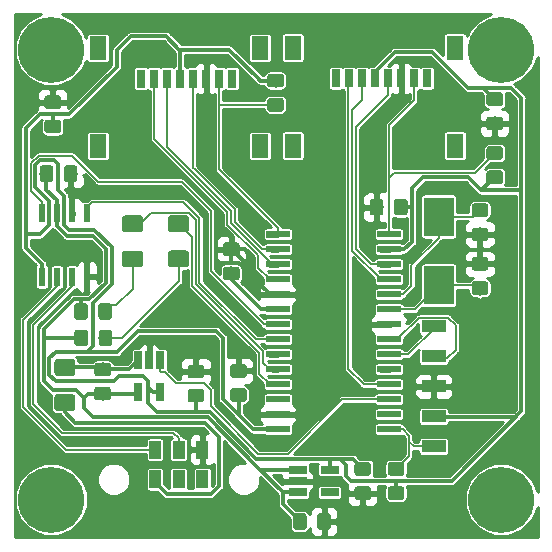
<source format=gtl>
G04 #@! TF.GenerationSoftware,KiCad,Pcbnew,5.0.1*
G04 #@! TF.CreationDate,2018-11-03T23:17:01-04:00*
G04 #@! TF.ProjectId,rocketlog,726F636B65746C6F672E6B696361645F,rev?*
G04 #@! TF.SameCoordinates,Original*
G04 #@! TF.FileFunction,Copper,L1,Top,Signal*
G04 #@! TF.FilePolarity,Positive*
%FSLAX46Y46*%
G04 Gerber Fmt 4.6, Leading zero omitted, Abs format (unit mm)*
G04 Created by KiCad (PCBNEW 5.0.1) date Sat 03 Nov 2018 11:17:01 PM EDT*
%MOMM*%
%LPD*%
G01*
G04 APERTURE LIST*
G04 #@! TA.AperFunction,SMDPad,CuDef*
%ADD10R,1.450000X2.000000*%
G04 #@! TD*
G04 #@! TA.AperFunction,SMDPad,CuDef*
%ADD11R,0.800000X1.500000*%
G04 #@! TD*
G04 #@! TA.AperFunction,Conductor*
%ADD12C,0.100000*%
G04 #@! TD*
G04 #@! TA.AperFunction,SMDPad,CuDef*
%ADD13C,1.150000*%
G04 #@! TD*
G04 #@! TA.AperFunction,SMDPad,CuDef*
%ADD14R,0.600000X1.550000*%
G04 #@! TD*
G04 #@! TA.AperFunction,SMDPad,CuDef*
%ADD15R,2.000000X0.600000*%
G04 #@! TD*
G04 #@! TA.AperFunction,SMDPad,CuDef*
%ADD16R,2.000000X1.000000*%
G04 #@! TD*
G04 #@! TA.AperFunction,ComponentPad*
%ADD17C,5.600000*%
G04 #@! TD*
G04 #@! TA.AperFunction,SMDPad,CuDef*
%ADD18R,0.650000X1.560000*%
G04 #@! TD*
G04 #@! TA.AperFunction,SMDPad,CuDef*
%ADD19C,1.425000*%
G04 #@! TD*
G04 #@! TA.AperFunction,SMDPad,CuDef*
%ADD20R,2.500000X3.325000*%
G04 #@! TD*
G04 #@! TA.AperFunction,SMDPad,CuDef*
%ADD21R,1.560000X0.650000*%
G04 #@! TD*
G04 #@! TA.AperFunction,SMDPad,CuDef*
%ADD22R,1.000000X1.500000*%
G04 #@! TD*
G04 #@! TA.AperFunction,Conductor*
%ADD23C,0.306000*%
G04 #@! TD*
G04 #@! TA.AperFunction,Conductor*
%ADD24C,0.153000*%
G04 #@! TD*
G04 #@! TA.AperFunction,Conductor*
%ADD25C,0.254000*%
G04 #@! TD*
G04 APERTURE END LIST*
D10*
G04 #@! TO.P,J3,9*
G04 #@! TO.N,Net-(J3-Pad9)*
X161200000Y-76034514D03*
X147450000Y-76034514D03*
X147450000Y-84334514D03*
X161200000Y-84334514D03*
D11*
G04 #@! TO.P,J3,8*
G04 #@! TO.N,Net-(J3-Pad8)*
X158820000Y-78634514D03*
G04 #@! TO.P,J3,7*
G04 #@! TO.N,/SD2_MISO*
X157720000Y-78634514D03*
G04 #@! TO.P,J3,6*
G04 #@! TO.N,GND*
X156620000Y-78634514D03*
G04 #@! TO.P,J3,5*
G04 #@! TO.N,/SD2_SCLK*
X155520000Y-78644514D03*
G04 #@! TO.P,J3,4*
G04 #@! TO.N,+3V3*
X154420000Y-78634514D03*
G04 #@! TO.P,J3,3*
G04 #@! TO.N,/SD2_MOSI*
X153330000Y-78634514D03*
G04 #@! TO.P,J3,2*
G04 #@! TO.N,/SD2_CS*
X152220000Y-78634514D03*
G04 #@! TO.P,J3,1*
G04 #@! TO.N,Net-(J3-Pad1)*
X151120000Y-78634514D03*
G04 #@! TD*
D12*
G04 #@! TO.N,+5V*
G04 #@! TO.C,C11*
G36*
X126949505Y-86001204D02*
X126973773Y-86004804D01*
X126997572Y-86010765D01*
X127020671Y-86019030D01*
X127042850Y-86029520D01*
X127063893Y-86042132D01*
X127083599Y-86056747D01*
X127101777Y-86073223D01*
X127118253Y-86091401D01*
X127132868Y-86111107D01*
X127145480Y-86132150D01*
X127155970Y-86154329D01*
X127164235Y-86177428D01*
X127170196Y-86201227D01*
X127173796Y-86225495D01*
X127175000Y-86249999D01*
X127175000Y-87150001D01*
X127173796Y-87174505D01*
X127170196Y-87198773D01*
X127164235Y-87222572D01*
X127155970Y-87245671D01*
X127145480Y-87267850D01*
X127132868Y-87288893D01*
X127118253Y-87308599D01*
X127101777Y-87326777D01*
X127083599Y-87343253D01*
X127063893Y-87357868D01*
X127042850Y-87370480D01*
X127020671Y-87380970D01*
X126997572Y-87389235D01*
X126973773Y-87395196D01*
X126949505Y-87398796D01*
X126925001Y-87400000D01*
X126274999Y-87400000D01*
X126250495Y-87398796D01*
X126226227Y-87395196D01*
X126202428Y-87389235D01*
X126179329Y-87380970D01*
X126157150Y-87370480D01*
X126136107Y-87357868D01*
X126116401Y-87343253D01*
X126098223Y-87326777D01*
X126081747Y-87308599D01*
X126067132Y-87288893D01*
X126054520Y-87267850D01*
X126044030Y-87245671D01*
X126035765Y-87222572D01*
X126029804Y-87198773D01*
X126026204Y-87174505D01*
X126025000Y-87150001D01*
X126025000Y-86249999D01*
X126026204Y-86225495D01*
X126029804Y-86201227D01*
X126035765Y-86177428D01*
X126044030Y-86154329D01*
X126054520Y-86132150D01*
X126067132Y-86111107D01*
X126081747Y-86091401D01*
X126098223Y-86073223D01*
X126116401Y-86056747D01*
X126136107Y-86042132D01*
X126157150Y-86029520D01*
X126179329Y-86019030D01*
X126202428Y-86010765D01*
X126226227Y-86004804D01*
X126250495Y-86001204D01*
X126274999Y-86000000D01*
X126925001Y-86000000D01*
X126949505Y-86001204D01*
X126949505Y-86001204D01*
G37*
D13*
G04 #@! TD*
G04 #@! TO.P,C11,1*
G04 #@! TO.N,+5V*
X126600000Y-86700000D03*
D12*
G04 #@! TO.N,GND*
G04 #@! TO.C,C11*
G36*
X128999505Y-86001204D02*
X129023773Y-86004804D01*
X129047572Y-86010765D01*
X129070671Y-86019030D01*
X129092850Y-86029520D01*
X129113893Y-86042132D01*
X129133599Y-86056747D01*
X129151777Y-86073223D01*
X129168253Y-86091401D01*
X129182868Y-86111107D01*
X129195480Y-86132150D01*
X129205970Y-86154329D01*
X129214235Y-86177428D01*
X129220196Y-86201227D01*
X129223796Y-86225495D01*
X129225000Y-86249999D01*
X129225000Y-87150001D01*
X129223796Y-87174505D01*
X129220196Y-87198773D01*
X129214235Y-87222572D01*
X129205970Y-87245671D01*
X129195480Y-87267850D01*
X129182868Y-87288893D01*
X129168253Y-87308599D01*
X129151777Y-87326777D01*
X129133599Y-87343253D01*
X129113893Y-87357868D01*
X129092850Y-87370480D01*
X129070671Y-87380970D01*
X129047572Y-87389235D01*
X129023773Y-87395196D01*
X128999505Y-87398796D01*
X128975001Y-87400000D01*
X128324999Y-87400000D01*
X128300495Y-87398796D01*
X128276227Y-87395196D01*
X128252428Y-87389235D01*
X128229329Y-87380970D01*
X128207150Y-87370480D01*
X128186107Y-87357868D01*
X128166401Y-87343253D01*
X128148223Y-87326777D01*
X128131747Y-87308599D01*
X128117132Y-87288893D01*
X128104520Y-87267850D01*
X128094030Y-87245671D01*
X128085765Y-87222572D01*
X128079804Y-87198773D01*
X128076204Y-87174505D01*
X128075000Y-87150001D01*
X128075000Y-86249999D01*
X128076204Y-86225495D01*
X128079804Y-86201227D01*
X128085765Y-86177428D01*
X128094030Y-86154329D01*
X128104520Y-86132150D01*
X128117132Y-86111107D01*
X128131747Y-86091401D01*
X128148223Y-86073223D01*
X128166401Y-86056747D01*
X128186107Y-86042132D01*
X128207150Y-86029520D01*
X128229329Y-86019030D01*
X128252428Y-86010765D01*
X128276227Y-86004804D01*
X128300495Y-86001204D01*
X128324999Y-86000000D01*
X128975001Y-86000000D01*
X128999505Y-86001204D01*
X128999505Y-86001204D01*
G37*
D13*
G04 #@! TD*
G04 #@! TO.P,C11,2*
G04 #@! TO.N,GND*
X128650000Y-86700000D03*
D14*
G04 #@! TO.P,U2,1*
G04 #@! TO.N,/CANTX*
X130020000Y-90050000D03*
G04 #@! TO.P,U2,2*
G04 #@! TO.N,GND*
X128750000Y-90050000D03*
G04 #@! TO.P,U2,3*
G04 #@! TO.N,+5V*
X127480000Y-90050000D03*
G04 #@! TO.P,U2,4*
G04 #@! TO.N,/CANRX*
X126210000Y-90050000D03*
G04 #@! TO.P,U2,5*
G04 #@! TO.N,+3V3*
X126210000Y-95450000D03*
G04 #@! TO.P,U2,6*
G04 #@! TO.N,CANL*
X127480000Y-95450000D03*
G04 #@! TO.P,U2,7*
G04 #@! TO.N,CANH*
X128750000Y-95450000D03*
G04 #@! TO.P,U2,8*
G04 #@! TO.N,GND*
X130020000Y-95450000D03*
G04 #@! TD*
D15*
G04 #@! TO.P,U1,1*
G04 #@! TO.N,/~MCLR*
X155593990Y-108364514D03*
G04 #@! TO.P,U1,2*
G04 #@! TO.N,Net-(U1-Pad2)*
X155593990Y-107094514D03*
G04 #@! TO.P,U1,3*
G04 #@! TO.N,CURR_AMP*
X155593990Y-105824514D03*
G04 #@! TO.P,U1,4*
G04 #@! TO.N,/SD2_CS*
X155593990Y-104554514D03*
G04 #@! TO.P,U1,5*
G04 #@! TO.N,Net-(U1-Pad5)*
X155593990Y-103284514D03*
G04 #@! TO.P,U1,6*
G04 #@! TO.N,/ICSPCLK*
X155593990Y-102014514D03*
G04 #@! TO.P,U1,7*
G04 #@! TO.N,/ICSPDAT*
X155593990Y-100744514D03*
G04 #@! TO.P,U1,8*
G04 #@! TO.N,GND*
X155593990Y-99474514D03*
G04 #@! TO.P,U1,9*
G04 #@! TO.N,/OSC1*
X155593990Y-98204514D03*
G04 #@! TO.P,U1,10*
G04 #@! TO.N,/OSC2*
X155593990Y-96934514D03*
G04 #@! TO.P,U1,11*
G04 #@! TO.N,/SD2_MOSI*
X155593990Y-95664514D03*
G04 #@! TO.P,U1,12*
G04 #@! TO.N,/SD2_SCLK*
X155593990Y-94394514D03*
G04 #@! TO.P,U1,13*
G04 #@! TO.N,+3V3*
X155593990Y-93124514D03*
G04 #@! TO.P,U1,14*
G04 #@! TO.N,/SD2_MISO*
X155593990Y-91854514D03*
G04 #@! TO.P,U1,15*
G04 #@! TO.N,/SD1_MISO*
X146193990Y-91854514D03*
G04 #@! TO.P,U1,16*
G04 #@! TO.N,/SD1_SCLK*
X146193990Y-93124514D03*
G04 #@! TO.P,U1,17*
G04 #@! TO.N,/SD1_MOSI*
X146193990Y-94394514D03*
G04 #@! TO.P,U1,18*
G04 #@! TO.N,/SD1_CS*
X146193990Y-95664514D03*
G04 #@! TO.P,U1,19*
G04 #@! TO.N,GND*
X146193990Y-96934514D03*
G04 #@! TO.P,U1,20*
G04 #@! TO.N,Net-(C3-Pad1)*
X146193990Y-98204514D03*
G04 #@! TO.P,U1,21*
G04 #@! TO.N,/CANRX*
X146193990Y-99474514D03*
G04 #@! TO.P,U1,22*
G04 #@! TO.N,/CANTX*
X146193990Y-100744514D03*
G04 #@! TO.P,U1,23*
G04 #@! TO.N,Net-(U1-Pad23)*
X146193990Y-102014514D03*
G04 #@! TO.P,U1,24*
G04 #@! TO.N,Net-(D1-Pad1)*
X146193990Y-103284514D03*
G04 #@! TO.P,U1,25*
G04 #@! TO.N,Net-(D2-Pad1)*
X146193990Y-104554514D03*
G04 #@! TO.P,U1,26*
G04 #@! TO.N,Net-(U1-Pad26)*
X146193990Y-105824514D03*
G04 #@! TO.P,U1,27*
G04 #@! TO.N,GND*
X146193990Y-107094514D03*
G04 #@! TO.P,U1,28*
G04 #@! TO.N,+3V3*
X146193990Y-108364514D03*
G04 #@! TD*
D11*
G04 #@! TO.P,J2,1*
G04 #@! TO.N,Net-(J2-Pad1)*
X134620000Y-78650000D03*
G04 #@! TO.P,J2,2*
G04 #@! TO.N,/SD1_CS*
X135720000Y-78650000D03*
G04 #@! TO.P,J2,3*
G04 #@! TO.N,/SD1_MOSI*
X136830000Y-78650000D03*
G04 #@! TO.P,J2,4*
G04 #@! TO.N,+3V3*
X137920000Y-78650000D03*
G04 #@! TO.P,J2,5*
G04 #@! TO.N,/SD1_SCLK*
X139020000Y-78660000D03*
G04 #@! TO.P,J2,6*
G04 #@! TO.N,GND*
X140120000Y-78650000D03*
G04 #@! TO.P,J2,7*
G04 #@! TO.N,/SD1_MISO*
X141220000Y-78650000D03*
G04 #@! TO.P,J2,8*
G04 #@! TO.N,Net-(J2-Pad8)*
X142320000Y-78650000D03*
D10*
G04 #@! TO.P,J2,9*
G04 #@! TO.N,Net-(J2-Pad9)*
X144700000Y-84350000D03*
X130950000Y-84350000D03*
X130950000Y-76050000D03*
X144700000Y-76050000D03*
G04 #@! TD*
D16*
G04 #@! TO.P,J1,1*
G04 #@! TO.N,/ICSPCLK*
X159385000Y-99644200D03*
G04 #@! TO.P,J1,2*
G04 #@! TO.N,/ICSPDAT*
X159385000Y-102184200D03*
G04 #@! TO.P,J1,3*
G04 #@! TO.N,GND*
X159385000Y-104724200D03*
G04 #@! TO.P,J1,4*
G04 #@! TO.N,+3V3*
X159385000Y-107264200D03*
G04 #@! TO.P,J1,5*
G04 #@! TO.N,/~MCLR*
X159385000Y-109804200D03*
G04 #@! TD*
D17*
G04 #@! TO.P,REF\002A\002A,1*
G04 #@! TO.N,N/C*
X127000000Y-76200000D03*
G04 #@! TD*
G04 #@! TO.P,REF\002A\002A,1*
G04 #@! TO.N,N/C*
X165100000Y-76200000D03*
G04 #@! TD*
G04 #@! TO.P,REF\002A\002A,1*
G04 #@! TO.N,N/C*
X127000000Y-114300000D03*
G04 #@! TD*
D12*
G04 #@! TO.N,GND*
G04 #@! TO.C,C2*
G36*
X143334505Y-102826204D02*
X143358773Y-102829804D01*
X143382572Y-102835765D01*
X143405671Y-102844030D01*
X143427850Y-102854520D01*
X143448893Y-102867132D01*
X143468599Y-102881747D01*
X143486777Y-102898223D01*
X143503253Y-102916401D01*
X143517868Y-102936107D01*
X143530480Y-102957150D01*
X143540970Y-102979329D01*
X143549235Y-103002428D01*
X143555196Y-103026227D01*
X143558796Y-103050495D01*
X143560000Y-103074999D01*
X143560000Y-103725001D01*
X143558796Y-103749505D01*
X143555196Y-103773773D01*
X143549235Y-103797572D01*
X143540970Y-103820671D01*
X143530480Y-103842850D01*
X143517868Y-103863893D01*
X143503253Y-103883599D01*
X143486777Y-103901777D01*
X143468599Y-103918253D01*
X143448893Y-103932868D01*
X143427850Y-103945480D01*
X143405671Y-103955970D01*
X143382572Y-103964235D01*
X143358773Y-103970196D01*
X143334505Y-103973796D01*
X143310001Y-103975000D01*
X142409999Y-103975000D01*
X142385495Y-103973796D01*
X142361227Y-103970196D01*
X142337428Y-103964235D01*
X142314329Y-103955970D01*
X142292150Y-103945480D01*
X142271107Y-103932868D01*
X142251401Y-103918253D01*
X142233223Y-103901777D01*
X142216747Y-103883599D01*
X142202132Y-103863893D01*
X142189520Y-103842850D01*
X142179030Y-103820671D01*
X142170765Y-103797572D01*
X142164804Y-103773773D01*
X142161204Y-103749505D01*
X142160000Y-103725001D01*
X142160000Y-103074999D01*
X142161204Y-103050495D01*
X142164804Y-103026227D01*
X142170765Y-103002428D01*
X142179030Y-102979329D01*
X142189520Y-102957150D01*
X142202132Y-102936107D01*
X142216747Y-102916401D01*
X142233223Y-102898223D01*
X142251401Y-102881747D01*
X142271107Y-102867132D01*
X142292150Y-102854520D01*
X142314329Y-102844030D01*
X142337428Y-102835765D01*
X142361227Y-102829804D01*
X142385495Y-102826204D01*
X142409999Y-102825000D01*
X143310001Y-102825000D01*
X143334505Y-102826204D01*
X143334505Y-102826204D01*
G37*
D13*
G04 #@! TD*
G04 #@! TO.P,C2,1*
G04 #@! TO.N,GND*
X142860000Y-103400000D03*
D12*
G04 #@! TO.N,+3V3*
G04 #@! TO.C,C2*
G36*
X143334505Y-104876204D02*
X143358773Y-104879804D01*
X143382572Y-104885765D01*
X143405671Y-104894030D01*
X143427850Y-104904520D01*
X143448893Y-104917132D01*
X143468599Y-104931747D01*
X143486777Y-104948223D01*
X143503253Y-104966401D01*
X143517868Y-104986107D01*
X143530480Y-105007150D01*
X143540970Y-105029329D01*
X143549235Y-105052428D01*
X143555196Y-105076227D01*
X143558796Y-105100495D01*
X143560000Y-105124999D01*
X143560000Y-105775001D01*
X143558796Y-105799505D01*
X143555196Y-105823773D01*
X143549235Y-105847572D01*
X143540970Y-105870671D01*
X143530480Y-105892850D01*
X143517868Y-105913893D01*
X143503253Y-105933599D01*
X143486777Y-105951777D01*
X143468599Y-105968253D01*
X143448893Y-105982868D01*
X143427850Y-105995480D01*
X143405671Y-106005970D01*
X143382572Y-106014235D01*
X143358773Y-106020196D01*
X143334505Y-106023796D01*
X143310001Y-106025000D01*
X142409999Y-106025000D01*
X142385495Y-106023796D01*
X142361227Y-106020196D01*
X142337428Y-106014235D01*
X142314329Y-106005970D01*
X142292150Y-105995480D01*
X142271107Y-105982868D01*
X142251401Y-105968253D01*
X142233223Y-105951777D01*
X142216747Y-105933599D01*
X142202132Y-105913893D01*
X142189520Y-105892850D01*
X142179030Y-105870671D01*
X142170765Y-105847572D01*
X142164804Y-105823773D01*
X142161204Y-105799505D01*
X142160000Y-105775001D01*
X142160000Y-105124999D01*
X142161204Y-105100495D01*
X142164804Y-105076227D01*
X142170765Y-105052428D01*
X142179030Y-105029329D01*
X142189520Y-105007150D01*
X142202132Y-104986107D01*
X142216747Y-104966401D01*
X142233223Y-104948223D01*
X142251401Y-104931747D01*
X142271107Y-104917132D01*
X142292150Y-104904520D01*
X142314329Y-104894030D01*
X142337428Y-104885765D01*
X142361227Y-104879804D01*
X142385495Y-104876204D01*
X142409999Y-104875000D01*
X143310001Y-104875000D01*
X143334505Y-104876204D01*
X143334505Y-104876204D01*
G37*
D13*
G04 #@! TD*
G04 #@! TO.P,C2,2*
G04 #@! TO.N,+3V3*
X142860000Y-105450000D03*
D18*
G04 #@! TO.P,U4,1*
G04 #@! TO.N,CURR_AMP*
X136250000Y-102500000D03*
G04 #@! TO.P,U4,2*
G04 #@! TO.N,GND*
X135300000Y-102500000D03*
G04 #@! TO.P,U4,3*
G04 #@! TO.N,Net-(F1-Pad1)*
X134350000Y-102500000D03*
G04 #@! TO.P,U4,4*
G04 #@! TO.N,+5V*
X134350000Y-105200000D03*
G04 #@! TO.P,U4,5*
G04 #@! TO.N,+3V3*
X136250000Y-105200000D03*
G04 #@! TD*
D12*
G04 #@! TO.N,Net-(F1-Pad1)*
G04 #@! TO.C,F1*
G36*
X128799504Y-102401204D02*
X128823773Y-102404804D01*
X128847571Y-102410765D01*
X128870671Y-102419030D01*
X128892849Y-102429520D01*
X128913893Y-102442133D01*
X128933598Y-102456747D01*
X128951777Y-102473223D01*
X128968253Y-102491402D01*
X128982867Y-102511107D01*
X128995480Y-102532151D01*
X129005970Y-102554329D01*
X129014235Y-102577429D01*
X129020196Y-102601227D01*
X129023796Y-102625496D01*
X129025000Y-102650000D01*
X129025000Y-103575000D01*
X129023796Y-103599504D01*
X129020196Y-103623773D01*
X129014235Y-103647571D01*
X129005970Y-103670671D01*
X128995480Y-103692849D01*
X128982867Y-103713893D01*
X128968253Y-103733598D01*
X128951777Y-103751777D01*
X128933598Y-103768253D01*
X128913893Y-103782867D01*
X128892849Y-103795480D01*
X128870671Y-103805970D01*
X128847571Y-103814235D01*
X128823773Y-103820196D01*
X128799504Y-103823796D01*
X128775000Y-103825000D01*
X127525000Y-103825000D01*
X127500496Y-103823796D01*
X127476227Y-103820196D01*
X127452429Y-103814235D01*
X127429329Y-103805970D01*
X127407151Y-103795480D01*
X127386107Y-103782867D01*
X127366402Y-103768253D01*
X127348223Y-103751777D01*
X127331747Y-103733598D01*
X127317133Y-103713893D01*
X127304520Y-103692849D01*
X127294030Y-103670671D01*
X127285765Y-103647571D01*
X127279804Y-103623773D01*
X127276204Y-103599504D01*
X127275000Y-103575000D01*
X127275000Y-102650000D01*
X127276204Y-102625496D01*
X127279804Y-102601227D01*
X127285765Y-102577429D01*
X127294030Y-102554329D01*
X127304520Y-102532151D01*
X127317133Y-102511107D01*
X127331747Y-102491402D01*
X127348223Y-102473223D01*
X127366402Y-102456747D01*
X127386107Y-102442133D01*
X127407151Y-102429520D01*
X127429329Y-102419030D01*
X127452429Y-102410765D01*
X127476227Y-102404804D01*
X127500496Y-102401204D01*
X127525000Y-102400000D01*
X128775000Y-102400000D01*
X128799504Y-102401204D01*
X128799504Y-102401204D01*
G37*
D19*
G04 #@! TD*
G04 #@! TO.P,F1,1*
G04 #@! TO.N,Net-(F1-Pad1)*
X128150000Y-103112500D03*
D12*
G04 #@! TO.N,Net-(F1-Pad2)*
G04 #@! TO.C,F1*
G36*
X128799504Y-105376204D02*
X128823773Y-105379804D01*
X128847571Y-105385765D01*
X128870671Y-105394030D01*
X128892849Y-105404520D01*
X128913893Y-105417133D01*
X128933598Y-105431747D01*
X128951777Y-105448223D01*
X128968253Y-105466402D01*
X128982867Y-105486107D01*
X128995480Y-105507151D01*
X129005970Y-105529329D01*
X129014235Y-105552429D01*
X129020196Y-105576227D01*
X129023796Y-105600496D01*
X129025000Y-105625000D01*
X129025000Y-106550000D01*
X129023796Y-106574504D01*
X129020196Y-106598773D01*
X129014235Y-106622571D01*
X129005970Y-106645671D01*
X128995480Y-106667849D01*
X128982867Y-106688893D01*
X128968253Y-106708598D01*
X128951777Y-106726777D01*
X128933598Y-106743253D01*
X128913893Y-106757867D01*
X128892849Y-106770480D01*
X128870671Y-106780970D01*
X128847571Y-106789235D01*
X128823773Y-106795196D01*
X128799504Y-106798796D01*
X128775000Y-106800000D01*
X127525000Y-106800000D01*
X127500496Y-106798796D01*
X127476227Y-106795196D01*
X127452429Y-106789235D01*
X127429329Y-106780970D01*
X127407151Y-106770480D01*
X127386107Y-106757867D01*
X127366402Y-106743253D01*
X127348223Y-106726777D01*
X127331747Y-106708598D01*
X127317133Y-106688893D01*
X127304520Y-106667849D01*
X127294030Y-106645671D01*
X127285765Y-106622571D01*
X127279804Y-106598773D01*
X127276204Y-106574504D01*
X127275000Y-106550000D01*
X127275000Y-105625000D01*
X127276204Y-105600496D01*
X127279804Y-105576227D01*
X127285765Y-105552429D01*
X127294030Y-105529329D01*
X127304520Y-105507151D01*
X127317133Y-105486107D01*
X127331747Y-105466402D01*
X127348223Y-105448223D01*
X127366402Y-105431747D01*
X127386107Y-105417133D01*
X127407151Y-105404520D01*
X127429329Y-105394030D01*
X127452429Y-105385765D01*
X127476227Y-105379804D01*
X127500496Y-105376204D01*
X127525000Y-105375000D01*
X128775000Y-105375000D01*
X128799504Y-105376204D01*
X128799504Y-105376204D01*
G37*
D19*
G04 #@! TD*
G04 #@! TO.P,F1,2*
G04 #@! TO.N,Net-(F1-Pad2)*
X128150000Y-106087500D03*
D12*
G04 #@! TO.N,GND*
G04 #@! TO.C,C6*
G36*
X127601505Y-80078604D02*
X127625773Y-80082204D01*
X127649572Y-80088165D01*
X127672671Y-80096430D01*
X127694850Y-80106920D01*
X127715893Y-80119532D01*
X127735599Y-80134147D01*
X127753777Y-80150623D01*
X127770253Y-80168801D01*
X127784868Y-80188507D01*
X127797480Y-80209550D01*
X127807970Y-80231729D01*
X127816235Y-80254828D01*
X127822196Y-80278627D01*
X127825796Y-80302895D01*
X127827000Y-80327399D01*
X127827000Y-80977401D01*
X127825796Y-81001905D01*
X127822196Y-81026173D01*
X127816235Y-81049972D01*
X127807970Y-81073071D01*
X127797480Y-81095250D01*
X127784868Y-81116293D01*
X127770253Y-81135999D01*
X127753777Y-81154177D01*
X127735599Y-81170653D01*
X127715893Y-81185268D01*
X127694850Y-81197880D01*
X127672671Y-81208370D01*
X127649572Y-81216635D01*
X127625773Y-81222596D01*
X127601505Y-81226196D01*
X127577001Y-81227400D01*
X126676999Y-81227400D01*
X126652495Y-81226196D01*
X126628227Y-81222596D01*
X126604428Y-81216635D01*
X126581329Y-81208370D01*
X126559150Y-81197880D01*
X126538107Y-81185268D01*
X126518401Y-81170653D01*
X126500223Y-81154177D01*
X126483747Y-81135999D01*
X126469132Y-81116293D01*
X126456520Y-81095250D01*
X126446030Y-81073071D01*
X126437765Y-81049972D01*
X126431804Y-81026173D01*
X126428204Y-81001905D01*
X126427000Y-80977401D01*
X126427000Y-80327399D01*
X126428204Y-80302895D01*
X126431804Y-80278627D01*
X126437765Y-80254828D01*
X126446030Y-80231729D01*
X126456520Y-80209550D01*
X126469132Y-80188507D01*
X126483747Y-80168801D01*
X126500223Y-80150623D01*
X126518401Y-80134147D01*
X126538107Y-80119532D01*
X126559150Y-80106920D01*
X126581329Y-80096430D01*
X126604428Y-80088165D01*
X126628227Y-80082204D01*
X126652495Y-80078604D01*
X126676999Y-80077400D01*
X127577001Y-80077400D01*
X127601505Y-80078604D01*
X127601505Y-80078604D01*
G37*
D13*
G04 #@! TD*
G04 #@! TO.P,C6,2*
G04 #@! TO.N,GND*
X127127000Y-80652400D03*
D12*
G04 #@! TO.N,+3V3*
G04 #@! TO.C,C6*
G36*
X127601505Y-82128604D02*
X127625773Y-82132204D01*
X127649572Y-82138165D01*
X127672671Y-82146430D01*
X127694850Y-82156920D01*
X127715893Y-82169532D01*
X127735599Y-82184147D01*
X127753777Y-82200623D01*
X127770253Y-82218801D01*
X127784868Y-82238507D01*
X127797480Y-82259550D01*
X127807970Y-82281729D01*
X127816235Y-82304828D01*
X127822196Y-82328627D01*
X127825796Y-82352895D01*
X127827000Y-82377399D01*
X127827000Y-83027401D01*
X127825796Y-83051905D01*
X127822196Y-83076173D01*
X127816235Y-83099972D01*
X127807970Y-83123071D01*
X127797480Y-83145250D01*
X127784868Y-83166293D01*
X127770253Y-83185999D01*
X127753777Y-83204177D01*
X127735599Y-83220653D01*
X127715893Y-83235268D01*
X127694850Y-83247880D01*
X127672671Y-83258370D01*
X127649572Y-83266635D01*
X127625773Y-83272596D01*
X127601505Y-83276196D01*
X127577001Y-83277400D01*
X126676999Y-83277400D01*
X126652495Y-83276196D01*
X126628227Y-83272596D01*
X126604428Y-83266635D01*
X126581329Y-83258370D01*
X126559150Y-83247880D01*
X126538107Y-83235268D01*
X126518401Y-83220653D01*
X126500223Y-83204177D01*
X126483747Y-83185999D01*
X126469132Y-83166293D01*
X126456520Y-83145250D01*
X126446030Y-83123071D01*
X126437765Y-83099972D01*
X126431804Y-83076173D01*
X126428204Y-83051905D01*
X126427000Y-83027401D01*
X126427000Y-82377399D01*
X126428204Y-82352895D01*
X126431804Y-82328627D01*
X126437765Y-82304828D01*
X126446030Y-82281729D01*
X126456520Y-82259550D01*
X126469132Y-82238507D01*
X126483747Y-82218801D01*
X126500223Y-82200623D01*
X126518401Y-82184147D01*
X126538107Y-82169532D01*
X126559150Y-82156920D01*
X126581329Y-82146430D01*
X126604428Y-82138165D01*
X126628227Y-82132204D01*
X126652495Y-82128604D01*
X126676999Y-82127400D01*
X127577001Y-82127400D01*
X127601505Y-82128604D01*
X127601505Y-82128604D01*
G37*
D13*
G04 #@! TD*
G04 #@! TO.P,C6,1*
G04 #@! TO.N,+3V3*
X127127000Y-82702400D03*
D12*
G04 #@! TO.N,GND*
G04 #@! TO.C,C9*
G36*
X153849505Y-113176204D02*
X153873773Y-113179804D01*
X153897572Y-113185765D01*
X153920671Y-113194030D01*
X153942850Y-113204520D01*
X153963893Y-113217132D01*
X153983599Y-113231747D01*
X154001777Y-113248223D01*
X154018253Y-113266401D01*
X154032868Y-113286107D01*
X154045480Y-113307150D01*
X154055970Y-113329329D01*
X154064235Y-113352428D01*
X154070196Y-113376227D01*
X154073796Y-113400495D01*
X154075000Y-113424999D01*
X154075000Y-114075001D01*
X154073796Y-114099505D01*
X154070196Y-114123773D01*
X154064235Y-114147572D01*
X154055970Y-114170671D01*
X154045480Y-114192850D01*
X154032868Y-114213893D01*
X154018253Y-114233599D01*
X154001777Y-114251777D01*
X153983599Y-114268253D01*
X153963893Y-114282868D01*
X153942850Y-114295480D01*
X153920671Y-114305970D01*
X153897572Y-114314235D01*
X153873773Y-114320196D01*
X153849505Y-114323796D01*
X153825001Y-114325000D01*
X152924999Y-114325000D01*
X152900495Y-114323796D01*
X152876227Y-114320196D01*
X152852428Y-114314235D01*
X152829329Y-114305970D01*
X152807150Y-114295480D01*
X152786107Y-114282868D01*
X152766401Y-114268253D01*
X152748223Y-114251777D01*
X152731747Y-114233599D01*
X152717132Y-114213893D01*
X152704520Y-114192850D01*
X152694030Y-114170671D01*
X152685765Y-114147572D01*
X152679804Y-114123773D01*
X152676204Y-114099505D01*
X152675000Y-114075001D01*
X152675000Y-113424999D01*
X152676204Y-113400495D01*
X152679804Y-113376227D01*
X152685765Y-113352428D01*
X152694030Y-113329329D01*
X152704520Y-113307150D01*
X152717132Y-113286107D01*
X152731747Y-113266401D01*
X152748223Y-113248223D01*
X152766401Y-113231747D01*
X152786107Y-113217132D01*
X152807150Y-113204520D01*
X152829329Y-113194030D01*
X152852428Y-113185765D01*
X152876227Y-113179804D01*
X152900495Y-113176204D01*
X152924999Y-113175000D01*
X153825001Y-113175000D01*
X153849505Y-113176204D01*
X153849505Y-113176204D01*
G37*
D13*
G04 #@! TD*
G04 #@! TO.P,C9,1*
G04 #@! TO.N,GND*
X153375000Y-113750000D03*
D12*
G04 #@! TO.N,+3V3*
G04 #@! TO.C,C9*
G36*
X153849505Y-111126204D02*
X153873773Y-111129804D01*
X153897572Y-111135765D01*
X153920671Y-111144030D01*
X153942850Y-111154520D01*
X153963893Y-111167132D01*
X153983599Y-111181747D01*
X154001777Y-111198223D01*
X154018253Y-111216401D01*
X154032868Y-111236107D01*
X154045480Y-111257150D01*
X154055970Y-111279329D01*
X154064235Y-111302428D01*
X154070196Y-111326227D01*
X154073796Y-111350495D01*
X154075000Y-111374999D01*
X154075000Y-112025001D01*
X154073796Y-112049505D01*
X154070196Y-112073773D01*
X154064235Y-112097572D01*
X154055970Y-112120671D01*
X154045480Y-112142850D01*
X154032868Y-112163893D01*
X154018253Y-112183599D01*
X154001777Y-112201777D01*
X153983599Y-112218253D01*
X153963893Y-112232868D01*
X153942850Y-112245480D01*
X153920671Y-112255970D01*
X153897572Y-112264235D01*
X153873773Y-112270196D01*
X153849505Y-112273796D01*
X153825001Y-112275000D01*
X152924999Y-112275000D01*
X152900495Y-112273796D01*
X152876227Y-112270196D01*
X152852428Y-112264235D01*
X152829329Y-112255970D01*
X152807150Y-112245480D01*
X152786107Y-112232868D01*
X152766401Y-112218253D01*
X152748223Y-112201777D01*
X152731747Y-112183599D01*
X152717132Y-112163893D01*
X152704520Y-112142850D01*
X152694030Y-112120671D01*
X152685765Y-112097572D01*
X152679804Y-112073773D01*
X152676204Y-112049505D01*
X152675000Y-112025001D01*
X152675000Y-111374999D01*
X152676204Y-111350495D01*
X152679804Y-111326227D01*
X152685765Y-111302428D01*
X152694030Y-111279329D01*
X152704520Y-111257150D01*
X152717132Y-111236107D01*
X152731747Y-111216401D01*
X152748223Y-111198223D01*
X152766401Y-111181747D01*
X152786107Y-111167132D01*
X152807150Y-111154520D01*
X152829329Y-111144030D01*
X152852428Y-111135765D01*
X152876227Y-111129804D01*
X152900495Y-111126204D01*
X152924999Y-111125000D01*
X153825001Y-111125000D01*
X153849505Y-111126204D01*
X153849505Y-111126204D01*
G37*
D13*
G04 #@! TD*
G04 #@! TO.P,C9,2*
G04 #@! TO.N,+3V3*
X153375000Y-111700000D03*
D12*
G04 #@! TO.N,+5V*
G04 #@! TO.C,C10*
G36*
X148399505Y-115451204D02*
X148423773Y-115454804D01*
X148447572Y-115460765D01*
X148470671Y-115469030D01*
X148492850Y-115479520D01*
X148513893Y-115492132D01*
X148533599Y-115506747D01*
X148551777Y-115523223D01*
X148568253Y-115541401D01*
X148582868Y-115561107D01*
X148595480Y-115582150D01*
X148605970Y-115604329D01*
X148614235Y-115627428D01*
X148620196Y-115651227D01*
X148623796Y-115675495D01*
X148625000Y-115699999D01*
X148625000Y-116600001D01*
X148623796Y-116624505D01*
X148620196Y-116648773D01*
X148614235Y-116672572D01*
X148605970Y-116695671D01*
X148595480Y-116717850D01*
X148582868Y-116738893D01*
X148568253Y-116758599D01*
X148551777Y-116776777D01*
X148533599Y-116793253D01*
X148513893Y-116807868D01*
X148492850Y-116820480D01*
X148470671Y-116830970D01*
X148447572Y-116839235D01*
X148423773Y-116845196D01*
X148399505Y-116848796D01*
X148375001Y-116850000D01*
X147724999Y-116850000D01*
X147700495Y-116848796D01*
X147676227Y-116845196D01*
X147652428Y-116839235D01*
X147629329Y-116830970D01*
X147607150Y-116820480D01*
X147586107Y-116807868D01*
X147566401Y-116793253D01*
X147548223Y-116776777D01*
X147531747Y-116758599D01*
X147517132Y-116738893D01*
X147504520Y-116717850D01*
X147494030Y-116695671D01*
X147485765Y-116672572D01*
X147479804Y-116648773D01*
X147476204Y-116624505D01*
X147475000Y-116600001D01*
X147475000Y-115699999D01*
X147476204Y-115675495D01*
X147479804Y-115651227D01*
X147485765Y-115627428D01*
X147494030Y-115604329D01*
X147504520Y-115582150D01*
X147517132Y-115561107D01*
X147531747Y-115541401D01*
X147548223Y-115523223D01*
X147566401Y-115506747D01*
X147586107Y-115492132D01*
X147607150Y-115479520D01*
X147629329Y-115469030D01*
X147652428Y-115460765D01*
X147676227Y-115454804D01*
X147700495Y-115451204D01*
X147724999Y-115450000D01*
X148375001Y-115450000D01*
X148399505Y-115451204D01*
X148399505Y-115451204D01*
G37*
D13*
G04 #@! TD*
G04 #@! TO.P,C10,2*
G04 #@! TO.N,+5V*
X148050000Y-116150000D03*
D12*
G04 #@! TO.N,GND*
G04 #@! TO.C,C10*
G36*
X150449505Y-115451204D02*
X150473773Y-115454804D01*
X150497572Y-115460765D01*
X150520671Y-115469030D01*
X150542850Y-115479520D01*
X150563893Y-115492132D01*
X150583599Y-115506747D01*
X150601777Y-115523223D01*
X150618253Y-115541401D01*
X150632868Y-115561107D01*
X150645480Y-115582150D01*
X150655970Y-115604329D01*
X150664235Y-115627428D01*
X150670196Y-115651227D01*
X150673796Y-115675495D01*
X150675000Y-115699999D01*
X150675000Y-116600001D01*
X150673796Y-116624505D01*
X150670196Y-116648773D01*
X150664235Y-116672572D01*
X150655970Y-116695671D01*
X150645480Y-116717850D01*
X150632868Y-116738893D01*
X150618253Y-116758599D01*
X150601777Y-116776777D01*
X150583599Y-116793253D01*
X150563893Y-116807868D01*
X150542850Y-116820480D01*
X150520671Y-116830970D01*
X150497572Y-116839235D01*
X150473773Y-116845196D01*
X150449505Y-116848796D01*
X150425001Y-116850000D01*
X149774999Y-116850000D01*
X149750495Y-116848796D01*
X149726227Y-116845196D01*
X149702428Y-116839235D01*
X149679329Y-116830970D01*
X149657150Y-116820480D01*
X149636107Y-116807868D01*
X149616401Y-116793253D01*
X149598223Y-116776777D01*
X149581747Y-116758599D01*
X149567132Y-116738893D01*
X149554520Y-116717850D01*
X149544030Y-116695671D01*
X149535765Y-116672572D01*
X149529804Y-116648773D01*
X149526204Y-116624505D01*
X149525000Y-116600001D01*
X149525000Y-115699999D01*
X149526204Y-115675495D01*
X149529804Y-115651227D01*
X149535765Y-115627428D01*
X149544030Y-115604329D01*
X149554520Y-115582150D01*
X149567132Y-115561107D01*
X149581747Y-115541401D01*
X149598223Y-115523223D01*
X149616401Y-115506747D01*
X149636107Y-115492132D01*
X149657150Y-115479520D01*
X149679329Y-115469030D01*
X149702428Y-115460765D01*
X149726227Y-115454804D01*
X149750495Y-115451204D01*
X149774999Y-115450000D01*
X150425001Y-115450000D01*
X150449505Y-115451204D01*
X150449505Y-115451204D01*
G37*
D13*
G04 #@! TD*
G04 #@! TO.P,C10,1*
G04 #@! TO.N,GND*
X150100000Y-116150000D03*
D12*
G04 #@! TO.N,+3V3*
G04 #@! TO.C,C1*
G36*
X156949505Y-88841204D02*
X156973773Y-88844804D01*
X156997572Y-88850765D01*
X157020671Y-88859030D01*
X157042850Y-88869520D01*
X157063893Y-88882132D01*
X157083599Y-88896747D01*
X157101777Y-88913223D01*
X157118253Y-88931401D01*
X157132868Y-88951107D01*
X157145480Y-88972150D01*
X157155970Y-88994329D01*
X157164235Y-89017428D01*
X157170196Y-89041227D01*
X157173796Y-89065495D01*
X157175000Y-89089999D01*
X157175000Y-89990001D01*
X157173796Y-90014505D01*
X157170196Y-90038773D01*
X157164235Y-90062572D01*
X157155970Y-90085671D01*
X157145480Y-90107850D01*
X157132868Y-90128893D01*
X157118253Y-90148599D01*
X157101777Y-90166777D01*
X157083599Y-90183253D01*
X157063893Y-90197868D01*
X157042850Y-90210480D01*
X157020671Y-90220970D01*
X156997572Y-90229235D01*
X156973773Y-90235196D01*
X156949505Y-90238796D01*
X156925001Y-90240000D01*
X156274999Y-90240000D01*
X156250495Y-90238796D01*
X156226227Y-90235196D01*
X156202428Y-90229235D01*
X156179329Y-90220970D01*
X156157150Y-90210480D01*
X156136107Y-90197868D01*
X156116401Y-90183253D01*
X156098223Y-90166777D01*
X156081747Y-90148599D01*
X156067132Y-90128893D01*
X156054520Y-90107850D01*
X156044030Y-90085671D01*
X156035765Y-90062572D01*
X156029804Y-90038773D01*
X156026204Y-90014505D01*
X156025000Y-89990001D01*
X156025000Y-89089999D01*
X156026204Y-89065495D01*
X156029804Y-89041227D01*
X156035765Y-89017428D01*
X156044030Y-88994329D01*
X156054520Y-88972150D01*
X156067132Y-88951107D01*
X156081747Y-88931401D01*
X156098223Y-88913223D01*
X156116401Y-88896747D01*
X156136107Y-88882132D01*
X156157150Y-88869520D01*
X156179329Y-88859030D01*
X156202428Y-88850765D01*
X156226227Y-88844804D01*
X156250495Y-88841204D01*
X156274999Y-88840000D01*
X156925001Y-88840000D01*
X156949505Y-88841204D01*
X156949505Y-88841204D01*
G37*
D13*
G04 #@! TD*
G04 #@! TO.P,C1,1*
G04 #@! TO.N,+3V3*
X156600000Y-89540000D03*
D12*
G04 #@! TO.N,GND*
G04 #@! TO.C,C1*
G36*
X154899505Y-88841204D02*
X154923773Y-88844804D01*
X154947572Y-88850765D01*
X154970671Y-88859030D01*
X154992850Y-88869520D01*
X155013893Y-88882132D01*
X155033599Y-88896747D01*
X155051777Y-88913223D01*
X155068253Y-88931401D01*
X155082868Y-88951107D01*
X155095480Y-88972150D01*
X155105970Y-88994329D01*
X155114235Y-89017428D01*
X155120196Y-89041227D01*
X155123796Y-89065495D01*
X155125000Y-89089999D01*
X155125000Y-89990001D01*
X155123796Y-90014505D01*
X155120196Y-90038773D01*
X155114235Y-90062572D01*
X155105970Y-90085671D01*
X155095480Y-90107850D01*
X155082868Y-90128893D01*
X155068253Y-90148599D01*
X155051777Y-90166777D01*
X155033599Y-90183253D01*
X155013893Y-90197868D01*
X154992850Y-90210480D01*
X154970671Y-90220970D01*
X154947572Y-90229235D01*
X154923773Y-90235196D01*
X154899505Y-90238796D01*
X154875001Y-90240000D01*
X154224999Y-90240000D01*
X154200495Y-90238796D01*
X154176227Y-90235196D01*
X154152428Y-90229235D01*
X154129329Y-90220970D01*
X154107150Y-90210480D01*
X154086107Y-90197868D01*
X154066401Y-90183253D01*
X154048223Y-90166777D01*
X154031747Y-90148599D01*
X154017132Y-90128893D01*
X154004520Y-90107850D01*
X153994030Y-90085671D01*
X153985765Y-90062572D01*
X153979804Y-90038773D01*
X153976204Y-90014505D01*
X153975000Y-89990001D01*
X153975000Y-89089999D01*
X153976204Y-89065495D01*
X153979804Y-89041227D01*
X153985765Y-89017428D01*
X153994030Y-88994329D01*
X154004520Y-88972150D01*
X154017132Y-88951107D01*
X154031747Y-88931401D01*
X154048223Y-88913223D01*
X154066401Y-88896747D01*
X154086107Y-88882132D01*
X154107150Y-88869520D01*
X154129329Y-88859030D01*
X154152428Y-88850765D01*
X154176227Y-88844804D01*
X154200495Y-88841204D01*
X154224999Y-88840000D01*
X154875001Y-88840000D01*
X154899505Y-88841204D01*
X154899505Y-88841204D01*
G37*
D13*
G04 #@! TD*
G04 #@! TO.P,C1,2*
G04 #@! TO.N,GND*
X154550000Y-89540000D03*
D12*
G04 #@! TO.N,Net-(C3-Pad1)*
G04 #@! TO.C,C3*
G36*
X142724505Y-94576204D02*
X142748773Y-94579804D01*
X142772572Y-94585765D01*
X142795671Y-94594030D01*
X142817850Y-94604520D01*
X142838893Y-94617132D01*
X142858599Y-94631747D01*
X142876777Y-94648223D01*
X142893253Y-94666401D01*
X142907868Y-94686107D01*
X142920480Y-94707150D01*
X142930970Y-94729329D01*
X142939235Y-94752428D01*
X142945196Y-94776227D01*
X142948796Y-94800495D01*
X142950000Y-94824999D01*
X142950000Y-95475001D01*
X142948796Y-95499505D01*
X142945196Y-95523773D01*
X142939235Y-95547572D01*
X142930970Y-95570671D01*
X142920480Y-95592850D01*
X142907868Y-95613893D01*
X142893253Y-95633599D01*
X142876777Y-95651777D01*
X142858599Y-95668253D01*
X142838893Y-95682868D01*
X142817850Y-95695480D01*
X142795671Y-95705970D01*
X142772572Y-95714235D01*
X142748773Y-95720196D01*
X142724505Y-95723796D01*
X142700001Y-95725000D01*
X141799999Y-95725000D01*
X141775495Y-95723796D01*
X141751227Y-95720196D01*
X141727428Y-95714235D01*
X141704329Y-95705970D01*
X141682150Y-95695480D01*
X141661107Y-95682868D01*
X141641401Y-95668253D01*
X141623223Y-95651777D01*
X141606747Y-95633599D01*
X141592132Y-95613893D01*
X141579520Y-95592850D01*
X141569030Y-95570671D01*
X141560765Y-95547572D01*
X141554804Y-95523773D01*
X141551204Y-95499505D01*
X141550000Y-95475001D01*
X141550000Y-94824999D01*
X141551204Y-94800495D01*
X141554804Y-94776227D01*
X141560765Y-94752428D01*
X141569030Y-94729329D01*
X141579520Y-94707150D01*
X141592132Y-94686107D01*
X141606747Y-94666401D01*
X141623223Y-94648223D01*
X141641401Y-94631747D01*
X141661107Y-94617132D01*
X141682150Y-94604520D01*
X141704329Y-94594030D01*
X141727428Y-94585765D01*
X141751227Y-94579804D01*
X141775495Y-94576204D01*
X141799999Y-94575000D01*
X142700001Y-94575000D01*
X142724505Y-94576204D01*
X142724505Y-94576204D01*
G37*
D13*
G04 #@! TD*
G04 #@! TO.P,C3,1*
G04 #@! TO.N,Net-(C3-Pad1)*
X142250000Y-95150000D03*
D12*
G04 #@! TO.N,GND*
G04 #@! TO.C,C3*
G36*
X142724505Y-92526204D02*
X142748773Y-92529804D01*
X142772572Y-92535765D01*
X142795671Y-92544030D01*
X142817850Y-92554520D01*
X142838893Y-92567132D01*
X142858599Y-92581747D01*
X142876777Y-92598223D01*
X142893253Y-92616401D01*
X142907868Y-92636107D01*
X142920480Y-92657150D01*
X142930970Y-92679329D01*
X142939235Y-92702428D01*
X142945196Y-92726227D01*
X142948796Y-92750495D01*
X142950000Y-92774999D01*
X142950000Y-93425001D01*
X142948796Y-93449505D01*
X142945196Y-93473773D01*
X142939235Y-93497572D01*
X142930970Y-93520671D01*
X142920480Y-93542850D01*
X142907868Y-93563893D01*
X142893253Y-93583599D01*
X142876777Y-93601777D01*
X142858599Y-93618253D01*
X142838893Y-93632868D01*
X142817850Y-93645480D01*
X142795671Y-93655970D01*
X142772572Y-93664235D01*
X142748773Y-93670196D01*
X142724505Y-93673796D01*
X142700001Y-93675000D01*
X141799999Y-93675000D01*
X141775495Y-93673796D01*
X141751227Y-93670196D01*
X141727428Y-93664235D01*
X141704329Y-93655970D01*
X141682150Y-93645480D01*
X141661107Y-93632868D01*
X141641401Y-93618253D01*
X141623223Y-93601777D01*
X141606747Y-93583599D01*
X141592132Y-93563893D01*
X141579520Y-93542850D01*
X141569030Y-93520671D01*
X141560765Y-93497572D01*
X141554804Y-93473773D01*
X141551204Y-93449505D01*
X141550000Y-93425001D01*
X141550000Y-92774999D01*
X141551204Y-92750495D01*
X141554804Y-92726227D01*
X141560765Y-92702428D01*
X141569030Y-92679329D01*
X141579520Y-92657150D01*
X141592132Y-92636107D01*
X141606747Y-92616401D01*
X141623223Y-92598223D01*
X141641401Y-92581747D01*
X141661107Y-92567132D01*
X141682150Y-92554520D01*
X141704329Y-92544030D01*
X141727428Y-92535765D01*
X141751227Y-92529804D01*
X141775495Y-92526204D01*
X141799999Y-92525000D01*
X142700001Y-92525000D01*
X142724505Y-92526204D01*
X142724505Y-92526204D01*
G37*
D13*
G04 #@! TD*
G04 #@! TO.P,C3,2*
G04 #@! TO.N,GND*
X142250000Y-93100000D03*
D12*
G04 #@! TO.N,/OSC1*
G04 #@! TO.C,C4*
G36*
X163774505Y-95816604D02*
X163798773Y-95820204D01*
X163822572Y-95826165D01*
X163845671Y-95834430D01*
X163867850Y-95844920D01*
X163888893Y-95857532D01*
X163908599Y-95872147D01*
X163926777Y-95888623D01*
X163943253Y-95906801D01*
X163957868Y-95926507D01*
X163970480Y-95947550D01*
X163980970Y-95969729D01*
X163989235Y-95992828D01*
X163995196Y-96016627D01*
X163998796Y-96040895D01*
X164000000Y-96065399D01*
X164000000Y-96715401D01*
X163998796Y-96739905D01*
X163995196Y-96764173D01*
X163989235Y-96787972D01*
X163980970Y-96811071D01*
X163970480Y-96833250D01*
X163957868Y-96854293D01*
X163943253Y-96873999D01*
X163926777Y-96892177D01*
X163908599Y-96908653D01*
X163888893Y-96923268D01*
X163867850Y-96935880D01*
X163845671Y-96946370D01*
X163822572Y-96954635D01*
X163798773Y-96960596D01*
X163774505Y-96964196D01*
X163750001Y-96965400D01*
X162849999Y-96965400D01*
X162825495Y-96964196D01*
X162801227Y-96960596D01*
X162777428Y-96954635D01*
X162754329Y-96946370D01*
X162732150Y-96935880D01*
X162711107Y-96923268D01*
X162691401Y-96908653D01*
X162673223Y-96892177D01*
X162656747Y-96873999D01*
X162642132Y-96854293D01*
X162629520Y-96833250D01*
X162619030Y-96811071D01*
X162610765Y-96787972D01*
X162604804Y-96764173D01*
X162601204Y-96739905D01*
X162600000Y-96715401D01*
X162600000Y-96065399D01*
X162601204Y-96040895D01*
X162604804Y-96016627D01*
X162610765Y-95992828D01*
X162619030Y-95969729D01*
X162629520Y-95947550D01*
X162642132Y-95926507D01*
X162656747Y-95906801D01*
X162673223Y-95888623D01*
X162691401Y-95872147D01*
X162711107Y-95857532D01*
X162732150Y-95844920D01*
X162754329Y-95834430D01*
X162777428Y-95826165D01*
X162801227Y-95820204D01*
X162825495Y-95816604D01*
X162849999Y-95815400D01*
X163750001Y-95815400D01*
X163774505Y-95816604D01*
X163774505Y-95816604D01*
G37*
D13*
G04 #@! TD*
G04 #@! TO.P,C4,1*
G04 #@! TO.N,/OSC1*
X163300000Y-96390400D03*
D12*
G04 #@! TO.N,GND*
G04 #@! TO.C,C4*
G36*
X163774505Y-93766604D02*
X163798773Y-93770204D01*
X163822572Y-93776165D01*
X163845671Y-93784430D01*
X163867850Y-93794920D01*
X163888893Y-93807532D01*
X163908599Y-93822147D01*
X163926777Y-93838623D01*
X163943253Y-93856801D01*
X163957868Y-93876507D01*
X163970480Y-93897550D01*
X163980970Y-93919729D01*
X163989235Y-93942828D01*
X163995196Y-93966627D01*
X163998796Y-93990895D01*
X164000000Y-94015399D01*
X164000000Y-94665401D01*
X163998796Y-94689905D01*
X163995196Y-94714173D01*
X163989235Y-94737972D01*
X163980970Y-94761071D01*
X163970480Y-94783250D01*
X163957868Y-94804293D01*
X163943253Y-94823999D01*
X163926777Y-94842177D01*
X163908599Y-94858653D01*
X163888893Y-94873268D01*
X163867850Y-94885880D01*
X163845671Y-94896370D01*
X163822572Y-94904635D01*
X163798773Y-94910596D01*
X163774505Y-94914196D01*
X163750001Y-94915400D01*
X162849999Y-94915400D01*
X162825495Y-94914196D01*
X162801227Y-94910596D01*
X162777428Y-94904635D01*
X162754329Y-94896370D01*
X162732150Y-94885880D01*
X162711107Y-94873268D01*
X162691401Y-94858653D01*
X162673223Y-94842177D01*
X162656747Y-94823999D01*
X162642132Y-94804293D01*
X162629520Y-94783250D01*
X162619030Y-94761071D01*
X162610765Y-94737972D01*
X162604804Y-94714173D01*
X162601204Y-94689905D01*
X162600000Y-94665401D01*
X162600000Y-94015399D01*
X162601204Y-93990895D01*
X162604804Y-93966627D01*
X162610765Y-93942828D01*
X162619030Y-93919729D01*
X162629520Y-93897550D01*
X162642132Y-93876507D01*
X162656747Y-93856801D01*
X162673223Y-93838623D01*
X162691401Y-93822147D01*
X162711107Y-93807532D01*
X162732150Y-93794920D01*
X162754329Y-93784430D01*
X162777428Y-93776165D01*
X162801227Y-93770204D01*
X162825495Y-93766604D01*
X162849999Y-93765400D01*
X163750001Y-93765400D01*
X163774505Y-93766604D01*
X163774505Y-93766604D01*
G37*
D13*
G04 #@! TD*
G04 #@! TO.P,C4,2*
G04 #@! TO.N,GND*
X163300000Y-94340400D03*
D12*
G04 #@! TO.N,GND*
G04 #@! TO.C,C5*
G36*
X163774505Y-91266604D02*
X163798773Y-91270204D01*
X163822572Y-91276165D01*
X163845671Y-91284430D01*
X163867850Y-91294920D01*
X163888893Y-91307532D01*
X163908599Y-91322147D01*
X163926777Y-91338623D01*
X163943253Y-91356801D01*
X163957868Y-91376507D01*
X163970480Y-91397550D01*
X163980970Y-91419729D01*
X163989235Y-91442828D01*
X163995196Y-91466627D01*
X163998796Y-91490895D01*
X164000000Y-91515399D01*
X164000000Y-92165401D01*
X163998796Y-92189905D01*
X163995196Y-92214173D01*
X163989235Y-92237972D01*
X163980970Y-92261071D01*
X163970480Y-92283250D01*
X163957868Y-92304293D01*
X163943253Y-92323999D01*
X163926777Y-92342177D01*
X163908599Y-92358653D01*
X163888893Y-92373268D01*
X163867850Y-92385880D01*
X163845671Y-92396370D01*
X163822572Y-92404635D01*
X163798773Y-92410596D01*
X163774505Y-92414196D01*
X163750001Y-92415400D01*
X162849999Y-92415400D01*
X162825495Y-92414196D01*
X162801227Y-92410596D01*
X162777428Y-92404635D01*
X162754329Y-92396370D01*
X162732150Y-92385880D01*
X162711107Y-92373268D01*
X162691401Y-92358653D01*
X162673223Y-92342177D01*
X162656747Y-92323999D01*
X162642132Y-92304293D01*
X162629520Y-92283250D01*
X162619030Y-92261071D01*
X162610765Y-92237972D01*
X162604804Y-92214173D01*
X162601204Y-92189905D01*
X162600000Y-92165401D01*
X162600000Y-91515399D01*
X162601204Y-91490895D01*
X162604804Y-91466627D01*
X162610765Y-91442828D01*
X162619030Y-91419729D01*
X162629520Y-91397550D01*
X162642132Y-91376507D01*
X162656747Y-91356801D01*
X162673223Y-91338623D01*
X162691401Y-91322147D01*
X162711107Y-91307532D01*
X162732150Y-91294920D01*
X162754329Y-91284430D01*
X162777428Y-91276165D01*
X162801227Y-91270204D01*
X162825495Y-91266604D01*
X162849999Y-91265400D01*
X163750001Y-91265400D01*
X163774505Y-91266604D01*
X163774505Y-91266604D01*
G37*
D13*
G04 #@! TD*
G04 #@! TO.P,C5,2*
G04 #@! TO.N,GND*
X163300000Y-91840400D03*
D12*
G04 #@! TO.N,/OSC2*
G04 #@! TO.C,C5*
G36*
X163774505Y-89216604D02*
X163798773Y-89220204D01*
X163822572Y-89226165D01*
X163845671Y-89234430D01*
X163867850Y-89244920D01*
X163888893Y-89257532D01*
X163908599Y-89272147D01*
X163926777Y-89288623D01*
X163943253Y-89306801D01*
X163957868Y-89326507D01*
X163970480Y-89347550D01*
X163980970Y-89369729D01*
X163989235Y-89392828D01*
X163995196Y-89416627D01*
X163998796Y-89440895D01*
X164000000Y-89465399D01*
X164000000Y-90115401D01*
X163998796Y-90139905D01*
X163995196Y-90164173D01*
X163989235Y-90187972D01*
X163980970Y-90211071D01*
X163970480Y-90233250D01*
X163957868Y-90254293D01*
X163943253Y-90273999D01*
X163926777Y-90292177D01*
X163908599Y-90308653D01*
X163888893Y-90323268D01*
X163867850Y-90335880D01*
X163845671Y-90346370D01*
X163822572Y-90354635D01*
X163798773Y-90360596D01*
X163774505Y-90364196D01*
X163750001Y-90365400D01*
X162849999Y-90365400D01*
X162825495Y-90364196D01*
X162801227Y-90360596D01*
X162777428Y-90354635D01*
X162754329Y-90346370D01*
X162732150Y-90335880D01*
X162711107Y-90323268D01*
X162691401Y-90308653D01*
X162673223Y-90292177D01*
X162656747Y-90273999D01*
X162642132Y-90254293D01*
X162629520Y-90233250D01*
X162619030Y-90211071D01*
X162610765Y-90187972D01*
X162604804Y-90164173D01*
X162601204Y-90139905D01*
X162600000Y-90115401D01*
X162600000Y-89465399D01*
X162601204Y-89440895D01*
X162604804Y-89416627D01*
X162610765Y-89392828D01*
X162619030Y-89369729D01*
X162629520Y-89347550D01*
X162642132Y-89326507D01*
X162656747Y-89306801D01*
X162673223Y-89288623D01*
X162691401Y-89272147D01*
X162711107Y-89257532D01*
X162732150Y-89244920D01*
X162754329Y-89234430D01*
X162777428Y-89226165D01*
X162801227Y-89220204D01*
X162825495Y-89216604D01*
X162849999Y-89215400D01*
X163750001Y-89215400D01*
X163774505Y-89216604D01*
X163774505Y-89216604D01*
G37*
D13*
G04 #@! TD*
G04 #@! TO.P,C5,1*
G04 #@! TO.N,/OSC2*
X163300000Y-89790400D03*
D12*
G04 #@! TO.N,GND*
G04 #@! TO.C,C7*
G36*
X165024505Y-81876204D02*
X165048773Y-81879804D01*
X165072572Y-81885765D01*
X165095671Y-81894030D01*
X165117850Y-81904520D01*
X165138893Y-81917132D01*
X165158599Y-81931747D01*
X165176777Y-81948223D01*
X165193253Y-81966401D01*
X165207868Y-81986107D01*
X165220480Y-82007150D01*
X165230970Y-82029329D01*
X165239235Y-82052428D01*
X165245196Y-82076227D01*
X165248796Y-82100495D01*
X165250000Y-82124999D01*
X165250000Y-82775001D01*
X165248796Y-82799505D01*
X165245196Y-82823773D01*
X165239235Y-82847572D01*
X165230970Y-82870671D01*
X165220480Y-82892850D01*
X165207868Y-82913893D01*
X165193253Y-82933599D01*
X165176777Y-82951777D01*
X165158599Y-82968253D01*
X165138893Y-82982868D01*
X165117850Y-82995480D01*
X165095671Y-83005970D01*
X165072572Y-83014235D01*
X165048773Y-83020196D01*
X165024505Y-83023796D01*
X165000001Y-83025000D01*
X164099999Y-83025000D01*
X164075495Y-83023796D01*
X164051227Y-83020196D01*
X164027428Y-83014235D01*
X164004329Y-83005970D01*
X163982150Y-82995480D01*
X163961107Y-82982868D01*
X163941401Y-82968253D01*
X163923223Y-82951777D01*
X163906747Y-82933599D01*
X163892132Y-82913893D01*
X163879520Y-82892850D01*
X163869030Y-82870671D01*
X163860765Y-82847572D01*
X163854804Y-82823773D01*
X163851204Y-82799505D01*
X163850000Y-82775001D01*
X163850000Y-82124999D01*
X163851204Y-82100495D01*
X163854804Y-82076227D01*
X163860765Y-82052428D01*
X163869030Y-82029329D01*
X163879520Y-82007150D01*
X163892132Y-81986107D01*
X163906747Y-81966401D01*
X163923223Y-81948223D01*
X163941401Y-81931747D01*
X163961107Y-81917132D01*
X163982150Y-81904520D01*
X164004329Y-81894030D01*
X164027428Y-81885765D01*
X164051227Y-81879804D01*
X164075495Y-81876204D01*
X164099999Y-81875000D01*
X165000001Y-81875000D01*
X165024505Y-81876204D01*
X165024505Y-81876204D01*
G37*
D13*
G04 #@! TD*
G04 #@! TO.P,C7,2*
G04 #@! TO.N,GND*
X164550000Y-82450000D03*
D12*
G04 #@! TO.N,+3V3*
G04 #@! TO.C,C7*
G36*
X165024505Y-79826204D02*
X165048773Y-79829804D01*
X165072572Y-79835765D01*
X165095671Y-79844030D01*
X165117850Y-79854520D01*
X165138893Y-79867132D01*
X165158599Y-79881747D01*
X165176777Y-79898223D01*
X165193253Y-79916401D01*
X165207868Y-79936107D01*
X165220480Y-79957150D01*
X165230970Y-79979329D01*
X165239235Y-80002428D01*
X165245196Y-80026227D01*
X165248796Y-80050495D01*
X165250000Y-80074999D01*
X165250000Y-80725001D01*
X165248796Y-80749505D01*
X165245196Y-80773773D01*
X165239235Y-80797572D01*
X165230970Y-80820671D01*
X165220480Y-80842850D01*
X165207868Y-80863893D01*
X165193253Y-80883599D01*
X165176777Y-80901777D01*
X165158599Y-80918253D01*
X165138893Y-80932868D01*
X165117850Y-80945480D01*
X165095671Y-80955970D01*
X165072572Y-80964235D01*
X165048773Y-80970196D01*
X165024505Y-80973796D01*
X165000001Y-80975000D01*
X164099999Y-80975000D01*
X164075495Y-80973796D01*
X164051227Y-80970196D01*
X164027428Y-80964235D01*
X164004329Y-80955970D01*
X163982150Y-80945480D01*
X163961107Y-80932868D01*
X163941401Y-80918253D01*
X163923223Y-80901777D01*
X163906747Y-80883599D01*
X163892132Y-80863893D01*
X163879520Y-80842850D01*
X163869030Y-80820671D01*
X163860765Y-80797572D01*
X163854804Y-80773773D01*
X163851204Y-80749505D01*
X163850000Y-80725001D01*
X163850000Y-80074999D01*
X163851204Y-80050495D01*
X163854804Y-80026227D01*
X163860765Y-80002428D01*
X163869030Y-79979329D01*
X163879520Y-79957150D01*
X163892132Y-79936107D01*
X163906747Y-79916401D01*
X163923223Y-79898223D01*
X163941401Y-79881747D01*
X163961107Y-79867132D01*
X163982150Y-79854520D01*
X164004329Y-79844030D01*
X164027428Y-79835765D01*
X164051227Y-79829804D01*
X164075495Y-79826204D01*
X164099999Y-79825000D01*
X165000001Y-79825000D01*
X165024505Y-79826204D01*
X165024505Y-79826204D01*
G37*
D13*
G04 #@! TD*
G04 #@! TO.P,C7,1*
G04 #@! TO.N,+3V3*
X164550000Y-80400000D03*
D12*
G04 #@! TO.N,+3V3*
G04 #@! TO.C,C8*
G36*
X139724505Y-104926204D02*
X139748773Y-104929804D01*
X139772572Y-104935765D01*
X139795671Y-104944030D01*
X139817850Y-104954520D01*
X139838893Y-104967132D01*
X139858599Y-104981747D01*
X139876777Y-104998223D01*
X139893253Y-105016401D01*
X139907868Y-105036107D01*
X139920480Y-105057150D01*
X139930970Y-105079329D01*
X139939235Y-105102428D01*
X139945196Y-105126227D01*
X139948796Y-105150495D01*
X139950000Y-105174999D01*
X139950000Y-105825001D01*
X139948796Y-105849505D01*
X139945196Y-105873773D01*
X139939235Y-105897572D01*
X139930970Y-105920671D01*
X139920480Y-105942850D01*
X139907868Y-105963893D01*
X139893253Y-105983599D01*
X139876777Y-106001777D01*
X139858599Y-106018253D01*
X139838893Y-106032868D01*
X139817850Y-106045480D01*
X139795671Y-106055970D01*
X139772572Y-106064235D01*
X139748773Y-106070196D01*
X139724505Y-106073796D01*
X139700001Y-106075000D01*
X138799999Y-106075000D01*
X138775495Y-106073796D01*
X138751227Y-106070196D01*
X138727428Y-106064235D01*
X138704329Y-106055970D01*
X138682150Y-106045480D01*
X138661107Y-106032868D01*
X138641401Y-106018253D01*
X138623223Y-106001777D01*
X138606747Y-105983599D01*
X138592132Y-105963893D01*
X138579520Y-105942850D01*
X138569030Y-105920671D01*
X138560765Y-105897572D01*
X138554804Y-105873773D01*
X138551204Y-105849505D01*
X138550000Y-105825001D01*
X138550000Y-105174999D01*
X138551204Y-105150495D01*
X138554804Y-105126227D01*
X138560765Y-105102428D01*
X138569030Y-105079329D01*
X138579520Y-105057150D01*
X138592132Y-105036107D01*
X138606747Y-105016401D01*
X138623223Y-104998223D01*
X138641401Y-104981747D01*
X138661107Y-104967132D01*
X138682150Y-104954520D01*
X138704329Y-104944030D01*
X138727428Y-104935765D01*
X138751227Y-104929804D01*
X138775495Y-104926204D01*
X138799999Y-104925000D01*
X139700001Y-104925000D01*
X139724505Y-104926204D01*
X139724505Y-104926204D01*
G37*
D13*
G04 #@! TD*
G04 #@! TO.P,C8,2*
G04 #@! TO.N,+3V3*
X139250000Y-105500000D03*
D12*
G04 #@! TO.N,GND*
G04 #@! TO.C,C8*
G36*
X139724505Y-102876204D02*
X139748773Y-102879804D01*
X139772572Y-102885765D01*
X139795671Y-102894030D01*
X139817850Y-102904520D01*
X139838893Y-102917132D01*
X139858599Y-102931747D01*
X139876777Y-102948223D01*
X139893253Y-102966401D01*
X139907868Y-102986107D01*
X139920480Y-103007150D01*
X139930970Y-103029329D01*
X139939235Y-103052428D01*
X139945196Y-103076227D01*
X139948796Y-103100495D01*
X139950000Y-103124999D01*
X139950000Y-103775001D01*
X139948796Y-103799505D01*
X139945196Y-103823773D01*
X139939235Y-103847572D01*
X139930970Y-103870671D01*
X139920480Y-103892850D01*
X139907868Y-103913893D01*
X139893253Y-103933599D01*
X139876777Y-103951777D01*
X139858599Y-103968253D01*
X139838893Y-103982868D01*
X139817850Y-103995480D01*
X139795671Y-104005970D01*
X139772572Y-104014235D01*
X139748773Y-104020196D01*
X139724505Y-104023796D01*
X139700001Y-104025000D01*
X138799999Y-104025000D01*
X138775495Y-104023796D01*
X138751227Y-104020196D01*
X138727428Y-104014235D01*
X138704329Y-104005970D01*
X138682150Y-103995480D01*
X138661107Y-103982868D01*
X138641401Y-103968253D01*
X138623223Y-103951777D01*
X138606747Y-103933599D01*
X138592132Y-103913893D01*
X138579520Y-103892850D01*
X138569030Y-103870671D01*
X138560765Y-103847572D01*
X138554804Y-103823773D01*
X138551204Y-103799505D01*
X138550000Y-103775001D01*
X138550000Y-103124999D01*
X138551204Y-103100495D01*
X138554804Y-103076227D01*
X138560765Y-103052428D01*
X138569030Y-103029329D01*
X138579520Y-103007150D01*
X138592132Y-102986107D01*
X138606747Y-102966401D01*
X138623223Y-102948223D01*
X138641401Y-102931747D01*
X138661107Y-102917132D01*
X138682150Y-102904520D01*
X138704329Y-102894030D01*
X138727428Y-102885765D01*
X138751227Y-102879804D01*
X138775495Y-102876204D01*
X138799999Y-102875000D01*
X139700001Y-102875000D01*
X139724505Y-102876204D01*
X139724505Y-102876204D01*
G37*
D13*
G04 #@! TD*
G04 #@! TO.P,C8,1*
G04 #@! TO.N,GND*
X139250000Y-103450000D03*
D12*
G04 #@! TO.N,Net-(D1-Pad2)*
G04 #@! TO.C,D1*
G36*
X134539504Y-93216204D02*
X134563773Y-93219804D01*
X134587571Y-93225765D01*
X134610671Y-93234030D01*
X134632849Y-93244520D01*
X134653893Y-93257133D01*
X134673598Y-93271747D01*
X134691777Y-93288223D01*
X134708253Y-93306402D01*
X134722867Y-93326107D01*
X134735480Y-93347151D01*
X134745970Y-93369329D01*
X134754235Y-93392429D01*
X134760196Y-93416227D01*
X134763796Y-93440496D01*
X134765000Y-93465000D01*
X134765000Y-94390000D01*
X134763796Y-94414504D01*
X134760196Y-94438773D01*
X134754235Y-94462571D01*
X134745970Y-94485671D01*
X134735480Y-94507849D01*
X134722867Y-94528893D01*
X134708253Y-94548598D01*
X134691777Y-94566777D01*
X134673598Y-94583253D01*
X134653893Y-94597867D01*
X134632849Y-94610480D01*
X134610671Y-94620970D01*
X134587571Y-94629235D01*
X134563773Y-94635196D01*
X134539504Y-94638796D01*
X134515000Y-94640000D01*
X133265000Y-94640000D01*
X133240496Y-94638796D01*
X133216227Y-94635196D01*
X133192429Y-94629235D01*
X133169329Y-94620970D01*
X133147151Y-94610480D01*
X133126107Y-94597867D01*
X133106402Y-94583253D01*
X133088223Y-94566777D01*
X133071747Y-94548598D01*
X133057133Y-94528893D01*
X133044520Y-94507849D01*
X133034030Y-94485671D01*
X133025765Y-94462571D01*
X133019804Y-94438773D01*
X133016204Y-94414504D01*
X133015000Y-94390000D01*
X133015000Y-93465000D01*
X133016204Y-93440496D01*
X133019804Y-93416227D01*
X133025765Y-93392429D01*
X133034030Y-93369329D01*
X133044520Y-93347151D01*
X133057133Y-93326107D01*
X133071747Y-93306402D01*
X133088223Y-93288223D01*
X133106402Y-93271747D01*
X133126107Y-93257133D01*
X133147151Y-93244520D01*
X133169329Y-93234030D01*
X133192429Y-93225765D01*
X133216227Y-93219804D01*
X133240496Y-93216204D01*
X133265000Y-93215000D01*
X134515000Y-93215000D01*
X134539504Y-93216204D01*
X134539504Y-93216204D01*
G37*
D19*
G04 #@! TD*
G04 #@! TO.P,D1,2*
G04 #@! TO.N,Net-(D1-Pad2)*
X133890000Y-93927500D03*
D12*
G04 #@! TO.N,Net-(D1-Pad1)*
G04 #@! TO.C,D1*
G36*
X134539504Y-90241204D02*
X134563773Y-90244804D01*
X134587571Y-90250765D01*
X134610671Y-90259030D01*
X134632849Y-90269520D01*
X134653893Y-90282133D01*
X134673598Y-90296747D01*
X134691777Y-90313223D01*
X134708253Y-90331402D01*
X134722867Y-90351107D01*
X134735480Y-90372151D01*
X134745970Y-90394329D01*
X134754235Y-90417429D01*
X134760196Y-90441227D01*
X134763796Y-90465496D01*
X134765000Y-90490000D01*
X134765000Y-91415000D01*
X134763796Y-91439504D01*
X134760196Y-91463773D01*
X134754235Y-91487571D01*
X134745970Y-91510671D01*
X134735480Y-91532849D01*
X134722867Y-91553893D01*
X134708253Y-91573598D01*
X134691777Y-91591777D01*
X134673598Y-91608253D01*
X134653893Y-91622867D01*
X134632849Y-91635480D01*
X134610671Y-91645970D01*
X134587571Y-91654235D01*
X134563773Y-91660196D01*
X134539504Y-91663796D01*
X134515000Y-91665000D01*
X133265000Y-91665000D01*
X133240496Y-91663796D01*
X133216227Y-91660196D01*
X133192429Y-91654235D01*
X133169329Y-91645970D01*
X133147151Y-91635480D01*
X133126107Y-91622867D01*
X133106402Y-91608253D01*
X133088223Y-91591777D01*
X133071747Y-91573598D01*
X133057133Y-91553893D01*
X133044520Y-91532849D01*
X133034030Y-91510671D01*
X133025765Y-91487571D01*
X133019804Y-91463773D01*
X133016204Y-91439504D01*
X133015000Y-91415000D01*
X133015000Y-90490000D01*
X133016204Y-90465496D01*
X133019804Y-90441227D01*
X133025765Y-90417429D01*
X133034030Y-90394329D01*
X133044520Y-90372151D01*
X133057133Y-90351107D01*
X133071747Y-90331402D01*
X133088223Y-90313223D01*
X133106402Y-90296747D01*
X133126107Y-90282133D01*
X133147151Y-90269520D01*
X133169329Y-90259030D01*
X133192429Y-90250765D01*
X133216227Y-90244804D01*
X133240496Y-90241204D01*
X133265000Y-90240000D01*
X134515000Y-90240000D01*
X134539504Y-90241204D01*
X134539504Y-90241204D01*
G37*
D19*
G04 #@! TD*
G04 #@! TO.P,D1,1*
G04 #@! TO.N,Net-(D1-Pad1)*
X133890000Y-90952500D03*
D12*
G04 #@! TO.N,Net-(D2-Pad1)*
G04 #@! TO.C,D2*
G36*
X138429504Y-90233704D02*
X138453773Y-90237304D01*
X138477571Y-90243265D01*
X138500671Y-90251530D01*
X138522849Y-90262020D01*
X138543893Y-90274633D01*
X138563598Y-90289247D01*
X138581777Y-90305723D01*
X138598253Y-90323902D01*
X138612867Y-90343607D01*
X138625480Y-90364651D01*
X138635970Y-90386829D01*
X138644235Y-90409929D01*
X138650196Y-90433727D01*
X138653796Y-90457996D01*
X138655000Y-90482500D01*
X138655000Y-91407500D01*
X138653796Y-91432004D01*
X138650196Y-91456273D01*
X138644235Y-91480071D01*
X138635970Y-91503171D01*
X138625480Y-91525349D01*
X138612867Y-91546393D01*
X138598253Y-91566098D01*
X138581777Y-91584277D01*
X138563598Y-91600753D01*
X138543893Y-91615367D01*
X138522849Y-91627980D01*
X138500671Y-91638470D01*
X138477571Y-91646735D01*
X138453773Y-91652696D01*
X138429504Y-91656296D01*
X138405000Y-91657500D01*
X137155000Y-91657500D01*
X137130496Y-91656296D01*
X137106227Y-91652696D01*
X137082429Y-91646735D01*
X137059329Y-91638470D01*
X137037151Y-91627980D01*
X137016107Y-91615367D01*
X136996402Y-91600753D01*
X136978223Y-91584277D01*
X136961747Y-91566098D01*
X136947133Y-91546393D01*
X136934520Y-91525349D01*
X136924030Y-91503171D01*
X136915765Y-91480071D01*
X136909804Y-91456273D01*
X136906204Y-91432004D01*
X136905000Y-91407500D01*
X136905000Y-90482500D01*
X136906204Y-90457996D01*
X136909804Y-90433727D01*
X136915765Y-90409929D01*
X136924030Y-90386829D01*
X136934520Y-90364651D01*
X136947133Y-90343607D01*
X136961747Y-90323902D01*
X136978223Y-90305723D01*
X136996402Y-90289247D01*
X137016107Y-90274633D01*
X137037151Y-90262020D01*
X137059329Y-90251530D01*
X137082429Y-90243265D01*
X137106227Y-90237304D01*
X137130496Y-90233704D01*
X137155000Y-90232500D01*
X138405000Y-90232500D01*
X138429504Y-90233704D01*
X138429504Y-90233704D01*
G37*
D19*
G04 #@! TD*
G04 #@! TO.P,D2,1*
G04 #@! TO.N,Net-(D2-Pad1)*
X137780000Y-90945000D03*
D12*
G04 #@! TO.N,Net-(D2-Pad2)*
G04 #@! TO.C,D2*
G36*
X138429504Y-93208704D02*
X138453773Y-93212304D01*
X138477571Y-93218265D01*
X138500671Y-93226530D01*
X138522849Y-93237020D01*
X138543893Y-93249633D01*
X138563598Y-93264247D01*
X138581777Y-93280723D01*
X138598253Y-93298902D01*
X138612867Y-93318607D01*
X138625480Y-93339651D01*
X138635970Y-93361829D01*
X138644235Y-93384929D01*
X138650196Y-93408727D01*
X138653796Y-93432996D01*
X138655000Y-93457500D01*
X138655000Y-94382500D01*
X138653796Y-94407004D01*
X138650196Y-94431273D01*
X138644235Y-94455071D01*
X138635970Y-94478171D01*
X138625480Y-94500349D01*
X138612867Y-94521393D01*
X138598253Y-94541098D01*
X138581777Y-94559277D01*
X138563598Y-94575753D01*
X138543893Y-94590367D01*
X138522849Y-94602980D01*
X138500671Y-94613470D01*
X138477571Y-94621735D01*
X138453773Y-94627696D01*
X138429504Y-94631296D01*
X138405000Y-94632500D01*
X137155000Y-94632500D01*
X137130496Y-94631296D01*
X137106227Y-94627696D01*
X137082429Y-94621735D01*
X137059329Y-94613470D01*
X137037151Y-94602980D01*
X137016107Y-94590367D01*
X136996402Y-94575753D01*
X136978223Y-94559277D01*
X136961747Y-94541098D01*
X136947133Y-94521393D01*
X136934520Y-94500349D01*
X136924030Y-94478171D01*
X136915765Y-94455071D01*
X136909804Y-94431273D01*
X136906204Y-94407004D01*
X136905000Y-94382500D01*
X136905000Y-93457500D01*
X136906204Y-93432996D01*
X136909804Y-93408727D01*
X136915765Y-93384929D01*
X136924030Y-93361829D01*
X136934520Y-93339651D01*
X136947133Y-93318607D01*
X136961747Y-93298902D01*
X136978223Y-93280723D01*
X136996402Y-93264247D01*
X137016107Y-93249633D01*
X137037151Y-93237020D01*
X137059329Y-93226530D01*
X137082429Y-93218265D01*
X137106227Y-93212304D01*
X137130496Y-93208704D01*
X137155000Y-93207500D01*
X138405000Y-93207500D01*
X138429504Y-93208704D01*
X138429504Y-93208704D01*
G37*
D19*
G04 #@! TD*
G04 #@! TO.P,D2,2*
G04 #@! TO.N,Net-(D2-Pad2)*
X137780000Y-93920000D03*
D12*
G04 #@! TO.N,+3V3*
G04 #@! TO.C,R1*
G36*
X156674505Y-113176204D02*
X156698773Y-113179804D01*
X156722572Y-113185765D01*
X156745671Y-113194030D01*
X156767850Y-113204520D01*
X156788893Y-113217132D01*
X156808599Y-113231747D01*
X156826777Y-113248223D01*
X156843253Y-113266401D01*
X156857868Y-113286107D01*
X156870480Y-113307150D01*
X156880970Y-113329329D01*
X156889235Y-113352428D01*
X156895196Y-113376227D01*
X156898796Y-113400495D01*
X156900000Y-113424999D01*
X156900000Y-114075001D01*
X156898796Y-114099505D01*
X156895196Y-114123773D01*
X156889235Y-114147572D01*
X156880970Y-114170671D01*
X156870480Y-114192850D01*
X156857868Y-114213893D01*
X156843253Y-114233599D01*
X156826777Y-114251777D01*
X156808599Y-114268253D01*
X156788893Y-114282868D01*
X156767850Y-114295480D01*
X156745671Y-114305970D01*
X156722572Y-114314235D01*
X156698773Y-114320196D01*
X156674505Y-114323796D01*
X156650001Y-114325000D01*
X155749999Y-114325000D01*
X155725495Y-114323796D01*
X155701227Y-114320196D01*
X155677428Y-114314235D01*
X155654329Y-114305970D01*
X155632150Y-114295480D01*
X155611107Y-114282868D01*
X155591401Y-114268253D01*
X155573223Y-114251777D01*
X155556747Y-114233599D01*
X155542132Y-114213893D01*
X155529520Y-114192850D01*
X155519030Y-114170671D01*
X155510765Y-114147572D01*
X155504804Y-114123773D01*
X155501204Y-114099505D01*
X155500000Y-114075001D01*
X155500000Y-113424999D01*
X155501204Y-113400495D01*
X155504804Y-113376227D01*
X155510765Y-113352428D01*
X155519030Y-113329329D01*
X155529520Y-113307150D01*
X155542132Y-113286107D01*
X155556747Y-113266401D01*
X155573223Y-113248223D01*
X155591401Y-113231747D01*
X155611107Y-113217132D01*
X155632150Y-113204520D01*
X155654329Y-113194030D01*
X155677428Y-113185765D01*
X155701227Y-113179804D01*
X155725495Y-113176204D01*
X155749999Y-113175000D01*
X156650001Y-113175000D01*
X156674505Y-113176204D01*
X156674505Y-113176204D01*
G37*
D13*
G04 #@! TD*
G04 #@! TO.P,R1,1*
G04 #@! TO.N,+3V3*
X156200000Y-113750000D03*
D12*
G04 #@! TO.N,/~MCLR*
G04 #@! TO.C,R1*
G36*
X156674505Y-111126204D02*
X156698773Y-111129804D01*
X156722572Y-111135765D01*
X156745671Y-111144030D01*
X156767850Y-111154520D01*
X156788893Y-111167132D01*
X156808599Y-111181747D01*
X156826777Y-111198223D01*
X156843253Y-111216401D01*
X156857868Y-111236107D01*
X156870480Y-111257150D01*
X156880970Y-111279329D01*
X156889235Y-111302428D01*
X156895196Y-111326227D01*
X156898796Y-111350495D01*
X156900000Y-111374999D01*
X156900000Y-112025001D01*
X156898796Y-112049505D01*
X156895196Y-112073773D01*
X156889235Y-112097572D01*
X156880970Y-112120671D01*
X156870480Y-112142850D01*
X156857868Y-112163893D01*
X156843253Y-112183599D01*
X156826777Y-112201777D01*
X156808599Y-112218253D01*
X156788893Y-112232868D01*
X156767850Y-112245480D01*
X156745671Y-112255970D01*
X156722572Y-112264235D01*
X156698773Y-112270196D01*
X156674505Y-112273796D01*
X156650001Y-112275000D01*
X155749999Y-112275000D01*
X155725495Y-112273796D01*
X155701227Y-112270196D01*
X155677428Y-112264235D01*
X155654329Y-112255970D01*
X155632150Y-112245480D01*
X155611107Y-112232868D01*
X155591401Y-112218253D01*
X155573223Y-112201777D01*
X155556747Y-112183599D01*
X155542132Y-112163893D01*
X155529520Y-112142850D01*
X155519030Y-112120671D01*
X155510765Y-112097572D01*
X155504804Y-112073773D01*
X155501204Y-112049505D01*
X155500000Y-112025001D01*
X155500000Y-111374999D01*
X155501204Y-111350495D01*
X155504804Y-111326227D01*
X155510765Y-111302428D01*
X155519030Y-111279329D01*
X155529520Y-111257150D01*
X155542132Y-111236107D01*
X155556747Y-111216401D01*
X155573223Y-111198223D01*
X155591401Y-111181747D01*
X155611107Y-111167132D01*
X155632150Y-111154520D01*
X155654329Y-111144030D01*
X155677428Y-111135765D01*
X155701227Y-111129804D01*
X155725495Y-111126204D01*
X155749999Y-111125000D01*
X156650001Y-111125000D01*
X156674505Y-111126204D01*
X156674505Y-111126204D01*
G37*
D13*
G04 #@! TD*
G04 #@! TO.P,R1,2*
G04 #@! TO.N,/~MCLR*
X156200000Y-111700000D03*
D12*
G04 #@! TO.N,Net-(D1-Pad2)*
G04 #@! TO.C,R3*
G36*
X131919505Y-97661204D02*
X131943773Y-97664804D01*
X131967572Y-97670765D01*
X131990671Y-97679030D01*
X132012850Y-97689520D01*
X132033893Y-97702132D01*
X132053599Y-97716747D01*
X132071777Y-97733223D01*
X132088253Y-97751401D01*
X132102868Y-97771107D01*
X132115480Y-97792150D01*
X132125970Y-97814329D01*
X132134235Y-97837428D01*
X132140196Y-97861227D01*
X132143796Y-97885495D01*
X132145000Y-97909999D01*
X132145000Y-98810001D01*
X132143796Y-98834505D01*
X132140196Y-98858773D01*
X132134235Y-98882572D01*
X132125970Y-98905671D01*
X132115480Y-98927850D01*
X132102868Y-98948893D01*
X132088253Y-98968599D01*
X132071777Y-98986777D01*
X132053599Y-99003253D01*
X132033893Y-99017868D01*
X132012850Y-99030480D01*
X131990671Y-99040970D01*
X131967572Y-99049235D01*
X131943773Y-99055196D01*
X131919505Y-99058796D01*
X131895001Y-99060000D01*
X131244999Y-99060000D01*
X131220495Y-99058796D01*
X131196227Y-99055196D01*
X131172428Y-99049235D01*
X131149329Y-99040970D01*
X131127150Y-99030480D01*
X131106107Y-99017868D01*
X131086401Y-99003253D01*
X131068223Y-98986777D01*
X131051747Y-98968599D01*
X131037132Y-98948893D01*
X131024520Y-98927850D01*
X131014030Y-98905671D01*
X131005765Y-98882572D01*
X130999804Y-98858773D01*
X130996204Y-98834505D01*
X130995000Y-98810001D01*
X130995000Y-97909999D01*
X130996204Y-97885495D01*
X130999804Y-97861227D01*
X131005765Y-97837428D01*
X131014030Y-97814329D01*
X131024520Y-97792150D01*
X131037132Y-97771107D01*
X131051747Y-97751401D01*
X131068223Y-97733223D01*
X131086401Y-97716747D01*
X131106107Y-97702132D01*
X131127150Y-97689520D01*
X131149329Y-97679030D01*
X131172428Y-97670765D01*
X131196227Y-97664804D01*
X131220495Y-97661204D01*
X131244999Y-97660000D01*
X131895001Y-97660000D01*
X131919505Y-97661204D01*
X131919505Y-97661204D01*
G37*
D13*
G04 #@! TD*
G04 #@! TO.P,R3,2*
G04 #@! TO.N,Net-(D1-Pad2)*
X131570000Y-98360000D03*
D12*
G04 #@! TO.N,+5V*
G04 #@! TO.C,R3*
G36*
X129869505Y-97661204D02*
X129893773Y-97664804D01*
X129917572Y-97670765D01*
X129940671Y-97679030D01*
X129962850Y-97689520D01*
X129983893Y-97702132D01*
X130003599Y-97716747D01*
X130021777Y-97733223D01*
X130038253Y-97751401D01*
X130052868Y-97771107D01*
X130065480Y-97792150D01*
X130075970Y-97814329D01*
X130084235Y-97837428D01*
X130090196Y-97861227D01*
X130093796Y-97885495D01*
X130095000Y-97909999D01*
X130095000Y-98810001D01*
X130093796Y-98834505D01*
X130090196Y-98858773D01*
X130084235Y-98882572D01*
X130075970Y-98905671D01*
X130065480Y-98927850D01*
X130052868Y-98948893D01*
X130038253Y-98968599D01*
X130021777Y-98986777D01*
X130003599Y-99003253D01*
X129983893Y-99017868D01*
X129962850Y-99030480D01*
X129940671Y-99040970D01*
X129917572Y-99049235D01*
X129893773Y-99055196D01*
X129869505Y-99058796D01*
X129845001Y-99060000D01*
X129194999Y-99060000D01*
X129170495Y-99058796D01*
X129146227Y-99055196D01*
X129122428Y-99049235D01*
X129099329Y-99040970D01*
X129077150Y-99030480D01*
X129056107Y-99017868D01*
X129036401Y-99003253D01*
X129018223Y-98986777D01*
X129001747Y-98968599D01*
X128987132Y-98948893D01*
X128974520Y-98927850D01*
X128964030Y-98905671D01*
X128955765Y-98882572D01*
X128949804Y-98858773D01*
X128946204Y-98834505D01*
X128945000Y-98810001D01*
X128945000Y-97909999D01*
X128946204Y-97885495D01*
X128949804Y-97861227D01*
X128955765Y-97837428D01*
X128964030Y-97814329D01*
X128974520Y-97792150D01*
X128987132Y-97771107D01*
X129001747Y-97751401D01*
X129018223Y-97733223D01*
X129036401Y-97716747D01*
X129056107Y-97702132D01*
X129077150Y-97689520D01*
X129099329Y-97679030D01*
X129122428Y-97670765D01*
X129146227Y-97664804D01*
X129170495Y-97661204D01*
X129194999Y-97660000D01*
X129845001Y-97660000D01*
X129869505Y-97661204D01*
X129869505Y-97661204D01*
G37*
D13*
G04 #@! TD*
G04 #@! TO.P,R3,1*
G04 #@! TO.N,+5V*
X129520000Y-98360000D03*
D12*
G04 #@! TO.N,+5V*
G04 #@! TO.C,R4*
G36*
X129893495Y-99910718D02*
X129917763Y-99914318D01*
X129941562Y-99920279D01*
X129964661Y-99928544D01*
X129986840Y-99939034D01*
X130007883Y-99951646D01*
X130027589Y-99966261D01*
X130045767Y-99982737D01*
X130062243Y-100000915D01*
X130076858Y-100020621D01*
X130089470Y-100041664D01*
X130099960Y-100063843D01*
X130108225Y-100086942D01*
X130114186Y-100110741D01*
X130117786Y-100135009D01*
X130118990Y-100159513D01*
X130118990Y-101059515D01*
X130117786Y-101084019D01*
X130114186Y-101108287D01*
X130108225Y-101132086D01*
X130099960Y-101155185D01*
X130089470Y-101177364D01*
X130076858Y-101198407D01*
X130062243Y-101218113D01*
X130045767Y-101236291D01*
X130027589Y-101252767D01*
X130007883Y-101267382D01*
X129986840Y-101279994D01*
X129964661Y-101290484D01*
X129941562Y-101298749D01*
X129917763Y-101304710D01*
X129893495Y-101308310D01*
X129868991Y-101309514D01*
X129218989Y-101309514D01*
X129194485Y-101308310D01*
X129170217Y-101304710D01*
X129146418Y-101298749D01*
X129123319Y-101290484D01*
X129101140Y-101279994D01*
X129080097Y-101267382D01*
X129060391Y-101252767D01*
X129042213Y-101236291D01*
X129025737Y-101218113D01*
X129011122Y-101198407D01*
X128998510Y-101177364D01*
X128988020Y-101155185D01*
X128979755Y-101132086D01*
X128973794Y-101108287D01*
X128970194Y-101084019D01*
X128968990Y-101059515D01*
X128968990Y-100159513D01*
X128970194Y-100135009D01*
X128973794Y-100110741D01*
X128979755Y-100086942D01*
X128988020Y-100063843D01*
X128998510Y-100041664D01*
X129011122Y-100020621D01*
X129025737Y-100000915D01*
X129042213Y-99982737D01*
X129060391Y-99966261D01*
X129080097Y-99951646D01*
X129101140Y-99939034D01*
X129123319Y-99928544D01*
X129146418Y-99920279D01*
X129170217Y-99914318D01*
X129194485Y-99910718D01*
X129218989Y-99909514D01*
X129868991Y-99909514D01*
X129893495Y-99910718D01*
X129893495Y-99910718D01*
G37*
D13*
G04 #@! TD*
G04 #@! TO.P,R4,1*
G04 #@! TO.N,+5V*
X129543990Y-100609514D03*
D12*
G04 #@! TO.N,Net-(D2-Pad2)*
G04 #@! TO.C,R4*
G36*
X131943495Y-99910718D02*
X131967763Y-99914318D01*
X131991562Y-99920279D01*
X132014661Y-99928544D01*
X132036840Y-99939034D01*
X132057883Y-99951646D01*
X132077589Y-99966261D01*
X132095767Y-99982737D01*
X132112243Y-100000915D01*
X132126858Y-100020621D01*
X132139470Y-100041664D01*
X132149960Y-100063843D01*
X132158225Y-100086942D01*
X132164186Y-100110741D01*
X132167786Y-100135009D01*
X132168990Y-100159513D01*
X132168990Y-101059515D01*
X132167786Y-101084019D01*
X132164186Y-101108287D01*
X132158225Y-101132086D01*
X132149960Y-101155185D01*
X132139470Y-101177364D01*
X132126858Y-101198407D01*
X132112243Y-101218113D01*
X132095767Y-101236291D01*
X132077589Y-101252767D01*
X132057883Y-101267382D01*
X132036840Y-101279994D01*
X132014661Y-101290484D01*
X131991562Y-101298749D01*
X131967763Y-101304710D01*
X131943495Y-101308310D01*
X131918991Y-101309514D01*
X131268989Y-101309514D01*
X131244485Y-101308310D01*
X131220217Y-101304710D01*
X131196418Y-101298749D01*
X131173319Y-101290484D01*
X131151140Y-101279994D01*
X131130097Y-101267382D01*
X131110391Y-101252767D01*
X131092213Y-101236291D01*
X131075737Y-101218113D01*
X131061122Y-101198407D01*
X131048510Y-101177364D01*
X131038020Y-101155185D01*
X131029755Y-101132086D01*
X131023794Y-101108287D01*
X131020194Y-101084019D01*
X131018990Y-101059515D01*
X131018990Y-100159513D01*
X131020194Y-100135009D01*
X131023794Y-100110741D01*
X131029755Y-100086942D01*
X131038020Y-100063843D01*
X131048510Y-100041664D01*
X131061122Y-100020621D01*
X131075737Y-100000915D01*
X131092213Y-99982737D01*
X131110391Y-99966261D01*
X131130097Y-99951646D01*
X131151140Y-99939034D01*
X131173319Y-99928544D01*
X131196418Y-99920279D01*
X131220217Y-99914318D01*
X131244485Y-99910718D01*
X131268989Y-99909514D01*
X131918991Y-99909514D01*
X131943495Y-99910718D01*
X131943495Y-99910718D01*
G37*
D13*
G04 #@! TD*
G04 #@! TO.P,R4,2*
G04 #@! TO.N,Net-(D2-Pad2)*
X131593990Y-100609514D03*
D12*
G04 #@! TO.N,Net-(F1-Pad1)*
G04 #@! TO.C,R5*
G36*
X131824505Y-102701204D02*
X131848773Y-102704804D01*
X131872572Y-102710765D01*
X131895671Y-102719030D01*
X131917850Y-102729520D01*
X131938893Y-102742132D01*
X131958599Y-102756747D01*
X131976777Y-102773223D01*
X131993253Y-102791401D01*
X132007868Y-102811107D01*
X132020480Y-102832150D01*
X132030970Y-102854329D01*
X132039235Y-102877428D01*
X132045196Y-102901227D01*
X132048796Y-102925495D01*
X132050000Y-102949999D01*
X132050000Y-103600001D01*
X132048796Y-103624505D01*
X132045196Y-103648773D01*
X132039235Y-103672572D01*
X132030970Y-103695671D01*
X132020480Y-103717850D01*
X132007868Y-103738893D01*
X131993253Y-103758599D01*
X131976777Y-103776777D01*
X131958599Y-103793253D01*
X131938893Y-103807868D01*
X131917850Y-103820480D01*
X131895671Y-103830970D01*
X131872572Y-103839235D01*
X131848773Y-103845196D01*
X131824505Y-103848796D01*
X131800001Y-103850000D01*
X130899999Y-103850000D01*
X130875495Y-103848796D01*
X130851227Y-103845196D01*
X130827428Y-103839235D01*
X130804329Y-103830970D01*
X130782150Y-103820480D01*
X130761107Y-103807868D01*
X130741401Y-103793253D01*
X130723223Y-103776777D01*
X130706747Y-103758599D01*
X130692132Y-103738893D01*
X130679520Y-103717850D01*
X130669030Y-103695671D01*
X130660765Y-103672572D01*
X130654804Y-103648773D01*
X130651204Y-103624505D01*
X130650000Y-103600001D01*
X130650000Y-102949999D01*
X130651204Y-102925495D01*
X130654804Y-102901227D01*
X130660765Y-102877428D01*
X130669030Y-102854329D01*
X130679520Y-102832150D01*
X130692132Y-102811107D01*
X130706747Y-102791401D01*
X130723223Y-102773223D01*
X130741401Y-102756747D01*
X130761107Y-102742132D01*
X130782150Y-102729520D01*
X130804329Y-102719030D01*
X130827428Y-102710765D01*
X130851227Y-102704804D01*
X130875495Y-102701204D01*
X130899999Y-102700000D01*
X131800001Y-102700000D01*
X131824505Y-102701204D01*
X131824505Y-102701204D01*
G37*
D13*
G04 #@! TD*
G04 #@! TO.P,R5,2*
G04 #@! TO.N,Net-(F1-Pad1)*
X131350000Y-103275000D03*
D12*
G04 #@! TO.N,+5V*
G04 #@! TO.C,R5*
G36*
X131824505Y-104751204D02*
X131848773Y-104754804D01*
X131872572Y-104760765D01*
X131895671Y-104769030D01*
X131917850Y-104779520D01*
X131938893Y-104792132D01*
X131958599Y-104806747D01*
X131976777Y-104823223D01*
X131993253Y-104841401D01*
X132007868Y-104861107D01*
X132020480Y-104882150D01*
X132030970Y-104904329D01*
X132039235Y-104927428D01*
X132045196Y-104951227D01*
X132048796Y-104975495D01*
X132050000Y-104999999D01*
X132050000Y-105650001D01*
X132048796Y-105674505D01*
X132045196Y-105698773D01*
X132039235Y-105722572D01*
X132030970Y-105745671D01*
X132020480Y-105767850D01*
X132007868Y-105788893D01*
X131993253Y-105808599D01*
X131976777Y-105826777D01*
X131958599Y-105843253D01*
X131938893Y-105857868D01*
X131917850Y-105870480D01*
X131895671Y-105880970D01*
X131872572Y-105889235D01*
X131848773Y-105895196D01*
X131824505Y-105898796D01*
X131800001Y-105900000D01*
X130899999Y-105900000D01*
X130875495Y-105898796D01*
X130851227Y-105895196D01*
X130827428Y-105889235D01*
X130804329Y-105880970D01*
X130782150Y-105870480D01*
X130761107Y-105857868D01*
X130741401Y-105843253D01*
X130723223Y-105826777D01*
X130706747Y-105808599D01*
X130692132Y-105788893D01*
X130679520Y-105767850D01*
X130669030Y-105745671D01*
X130660765Y-105722572D01*
X130654804Y-105698773D01*
X130651204Y-105674505D01*
X130650000Y-105650001D01*
X130650000Y-104999999D01*
X130651204Y-104975495D01*
X130654804Y-104951227D01*
X130660765Y-104927428D01*
X130669030Y-104904329D01*
X130679520Y-104882150D01*
X130692132Y-104861107D01*
X130706747Y-104841401D01*
X130723223Y-104823223D01*
X130741401Y-104806747D01*
X130761107Y-104792132D01*
X130782150Y-104779520D01*
X130804329Y-104769030D01*
X130827428Y-104760765D01*
X130851227Y-104754804D01*
X130875495Y-104751204D01*
X130899999Y-104750000D01*
X131800001Y-104750000D01*
X131824505Y-104751204D01*
X131824505Y-104751204D01*
G37*
D13*
G04 #@! TD*
G04 #@! TO.P,R5,1*
G04 #@! TO.N,+5V*
X131350000Y-105325000D03*
D20*
G04 #@! TO.P,Y1,1*
G04 #@! TO.N,/OSC1*
X159800000Y-96165400D03*
G04 #@! TO.P,Y1,2*
G04 #@! TO.N,/OSC2*
X159800000Y-90340400D03*
G04 #@! TD*
D21*
G04 #@! TO.P,U3,1*
G04 #@! TO.N,+5V*
X147875000Y-111800000D03*
G04 #@! TO.P,U3,2*
G04 #@! TO.N,GND*
X147875000Y-112750000D03*
G04 #@! TO.P,U3,3*
G04 #@! TO.N,+5V*
X147875000Y-113700000D03*
G04 #@! TO.P,U3,4*
G04 #@! TO.N,Net-(U3-Pad4)*
X150575000Y-113700000D03*
G04 #@! TO.P,U3,5*
G04 #@! TO.N,+3V3*
X150575000Y-111800000D03*
G04 #@! TD*
D17*
G04 #@! TO.P,REF\002A\002A,1*
G04 #@! TO.N,N/C*
X165100000Y-114300000D03*
G04 #@! TD*
D22*
G04 #@! TO.P,J4,3*
G04 #@! TO.N,GND*
X139793990Y-110075000D03*
G04 #@! TO.P,J4,2*
G04 #@! TO.N,CANH*
X137793990Y-110075000D03*
G04 #@! TO.P,J4,1*
G04 #@! TO.N,CANL*
X135793990Y-110075000D03*
G04 #@! TO.P,J4,6*
G04 #@! TO.N,N/C*
X139793990Y-112575000D03*
G04 #@! TO.P,J4,5*
G04 #@! TO.N,Net-(J4-Pad5)*
X137793990Y-112575000D03*
G04 #@! TO.P,J4,4*
G04 #@! TO.N,Net-(F1-Pad2)*
X135793990Y-112575000D03*
G04 #@! TD*
D12*
G04 #@! TO.N,/SD1_MISO*
G04 #@! TO.C,R2*
G36*
X146473705Y-80299804D02*
X146497973Y-80303404D01*
X146521772Y-80309365D01*
X146544871Y-80317630D01*
X146567050Y-80328120D01*
X146588093Y-80340732D01*
X146607799Y-80355347D01*
X146625977Y-80371823D01*
X146642453Y-80390001D01*
X146657068Y-80409707D01*
X146669680Y-80430750D01*
X146680170Y-80452929D01*
X146688435Y-80476028D01*
X146694396Y-80499827D01*
X146697996Y-80524095D01*
X146699200Y-80548599D01*
X146699200Y-81198601D01*
X146697996Y-81223105D01*
X146694396Y-81247373D01*
X146688435Y-81271172D01*
X146680170Y-81294271D01*
X146669680Y-81316450D01*
X146657068Y-81337493D01*
X146642453Y-81357199D01*
X146625977Y-81375377D01*
X146607799Y-81391853D01*
X146588093Y-81406468D01*
X146567050Y-81419080D01*
X146544871Y-81429570D01*
X146521772Y-81437835D01*
X146497973Y-81443796D01*
X146473705Y-81447396D01*
X146449201Y-81448600D01*
X145549199Y-81448600D01*
X145524695Y-81447396D01*
X145500427Y-81443796D01*
X145476628Y-81437835D01*
X145453529Y-81429570D01*
X145431350Y-81419080D01*
X145410307Y-81406468D01*
X145390601Y-81391853D01*
X145372423Y-81375377D01*
X145355947Y-81357199D01*
X145341332Y-81337493D01*
X145328720Y-81316450D01*
X145318230Y-81294271D01*
X145309965Y-81271172D01*
X145304004Y-81247373D01*
X145300404Y-81223105D01*
X145299200Y-81198601D01*
X145299200Y-80548599D01*
X145300404Y-80524095D01*
X145304004Y-80499827D01*
X145309965Y-80476028D01*
X145318230Y-80452929D01*
X145328720Y-80430750D01*
X145341332Y-80409707D01*
X145355947Y-80390001D01*
X145372423Y-80371823D01*
X145390601Y-80355347D01*
X145410307Y-80340732D01*
X145431350Y-80328120D01*
X145453529Y-80317630D01*
X145476628Y-80309365D01*
X145500427Y-80303404D01*
X145524695Y-80299804D01*
X145549199Y-80298600D01*
X146449201Y-80298600D01*
X146473705Y-80299804D01*
X146473705Y-80299804D01*
G37*
D13*
G04 #@! TD*
G04 #@! TO.P,R2,2*
G04 #@! TO.N,/SD1_MISO*
X145999200Y-80873600D03*
D12*
G04 #@! TO.N,+3V3*
G04 #@! TO.C,R2*
G36*
X146473705Y-78249804D02*
X146497973Y-78253404D01*
X146521772Y-78259365D01*
X146544871Y-78267630D01*
X146567050Y-78278120D01*
X146588093Y-78290732D01*
X146607799Y-78305347D01*
X146625977Y-78321823D01*
X146642453Y-78340001D01*
X146657068Y-78359707D01*
X146669680Y-78380750D01*
X146680170Y-78402929D01*
X146688435Y-78426028D01*
X146694396Y-78449827D01*
X146697996Y-78474095D01*
X146699200Y-78498599D01*
X146699200Y-79148601D01*
X146697996Y-79173105D01*
X146694396Y-79197373D01*
X146688435Y-79221172D01*
X146680170Y-79244271D01*
X146669680Y-79266450D01*
X146657068Y-79287493D01*
X146642453Y-79307199D01*
X146625977Y-79325377D01*
X146607799Y-79341853D01*
X146588093Y-79356468D01*
X146567050Y-79369080D01*
X146544871Y-79379570D01*
X146521772Y-79387835D01*
X146497973Y-79393796D01*
X146473705Y-79397396D01*
X146449201Y-79398600D01*
X145549199Y-79398600D01*
X145524695Y-79397396D01*
X145500427Y-79393796D01*
X145476628Y-79387835D01*
X145453529Y-79379570D01*
X145431350Y-79369080D01*
X145410307Y-79356468D01*
X145390601Y-79341853D01*
X145372423Y-79325377D01*
X145355947Y-79307199D01*
X145341332Y-79287493D01*
X145328720Y-79266450D01*
X145318230Y-79244271D01*
X145309965Y-79221172D01*
X145304004Y-79197373D01*
X145300404Y-79173105D01*
X145299200Y-79148601D01*
X145299200Y-78498599D01*
X145300404Y-78474095D01*
X145304004Y-78449827D01*
X145309965Y-78426028D01*
X145318230Y-78402929D01*
X145328720Y-78380750D01*
X145341332Y-78359707D01*
X145355947Y-78340001D01*
X145372423Y-78321823D01*
X145390601Y-78305347D01*
X145410307Y-78290732D01*
X145431350Y-78278120D01*
X145453529Y-78267630D01*
X145476628Y-78259365D01*
X145500427Y-78253404D01*
X145524695Y-78249804D01*
X145549199Y-78248600D01*
X146449201Y-78248600D01*
X146473705Y-78249804D01*
X146473705Y-78249804D01*
G37*
D13*
G04 #@! TD*
G04 #@! TO.P,R2,1*
G04 #@! TO.N,+3V3*
X145999200Y-78823600D03*
D12*
G04 #@! TO.N,+3V3*
G04 #@! TO.C,R6*
G36*
X165024505Y-86426204D02*
X165048773Y-86429804D01*
X165072572Y-86435765D01*
X165095671Y-86444030D01*
X165117850Y-86454520D01*
X165138893Y-86467132D01*
X165158599Y-86481747D01*
X165176777Y-86498223D01*
X165193253Y-86516401D01*
X165207868Y-86536107D01*
X165220480Y-86557150D01*
X165230970Y-86579329D01*
X165239235Y-86602428D01*
X165245196Y-86626227D01*
X165248796Y-86650495D01*
X165250000Y-86674999D01*
X165250000Y-87325001D01*
X165248796Y-87349505D01*
X165245196Y-87373773D01*
X165239235Y-87397572D01*
X165230970Y-87420671D01*
X165220480Y-87442850D01*
X165207868Y-87463893D01*
X165193253Y-87483599D01*
X165176777Y-87501777D01*
X165158599Y-87518253D01*
X165138893Y-87532868D01*
X165117850Y-87545480D01*
X165095671Y-87555970D01*
X165072572Y-87564235D01*
X165048773Y-87570196D01*
X165024505Y-87573796D01*
X165000001Y-87575000D01*
X164099999Y-87575000D01*
X164075495Y-87573796D01*
X164051227Y-87570196D01*
X164027428Y-87564235D01*
X164004329Y-87555970D01*
X163982150Y-87545480D01*
X163961107Y-87532868D01*
X163941401Y-87518253D01*
X163923223Y-87501777D01*
X163906747Y-87483599D01*
X163892132Y-87463893D01*
X163879520Y-87442850D01*
X163869030Y-87420671D01*
X163860765Y-87397572D01*
X163854804Y-87373773D01*
X163851204Y-87349505D01*
X163850000Y-87325001D01*
X163850000Y-86674999D01*
X163851204Y-86650495D01*
X163854804Y-86626227D01*
X163860765Y-86602428D01*
X163869030Y-86579329D01*
X163879520Y-86557150D01*
X163892132Y-86536107D01*
X163906747Y-86516401D01*
X163923223Y-86498223D01*
X163941401Y-86481747D01*
X163961107Y-86467132D01*
X163982150Y-86454520D01*
X164004329Y-86444030D01*
X164027428Y-86435765D01*
X164051227Y-86429804D01*
X164075495Y-86426204D01*
X164099999Y-86425000D01*
X165000001Y-86425000D01*
X165024505Y-86426204D01*
X165024505Y-86426204D01*
G37*
D13*
G04 #@! TD*
G04 #@! TO.P,R6,1*
G04 #@! TO.N,+3V3*
X164550000Y-87000000D03*
D12*
G04 #@! TO.N,/SD2_MISO*
G04 #@! TO.C,R6*
G36*
X165024505Y-84376204D02*
X165048773Y-84379804D01*
X165072572Y-84385765D01*
X165095671Y-84394030D01*
X165117850Y-84404520D01*
X165138893Y-84417132D01*
X165158599Y-84431747D01*
X165176777Y-84448223D01*
X165193253Y-84466401D01*
X165207868Y-84486107D01*
X165220480Y-84507150D01*
X165230970Y-84529329D01*
X165239235Y-84552428D01*
X165245196Y-84576227D01*
X165248796Y-84600495D01*
X165250000Y-84624999D01*
X165250000Y-85275001D01*
X165248796Y-85299505D01*
X165245196Y-85323773D01*
X165239235Y-85347572D01*
X165230970Y-85370671D01*
X165220480Y-85392850D01*
X165207868Y-85413893D01*
X165193253Y-85433599D01*
X165176777Y-85451777D01*
X165158599Y-85468253D01*
X165138893Y-85482868D01*
X165117850Y-85495480D01*
X165095671Y-85505970D01*
X165072572Y-85514235D01*
X165048773Y-85520196D01*
X165024505Y-85523796D01*
X165000001Y-85525000D01*
X164099999Y-85525000D01*
X164075495Y-85523796D01*
X164051227Y-85520196D01*
X164027428Y-85514235D01*
X164004329Y-85505970D01*
X163982150Y-85495480D01*
X163961107Y-85482868D01*
X163941401Y-85468253D01*
X163923223Y-85451777D01*
X163906747Y-85433599D01*
X163892132Y-85413893D01*
X163879520Y-85392850D01*
X163869030Y-85370671D01*
X163860765Y-85347572D01*
X163854804Y-85323773D01*
X163851204Y-85299505D01*
X163850000Y-85275001D01*
X163850000Y-84624999D01*
X163851204Y-84600495D01*
X163854804Y-84576227D01*
X163860765Y-84552428D01*
X163869030Y-84529329D01*
X163879520Y-84507150D01*
X163892132Y-84486107D01*
X163906747Y-84466401D01*
X163923223Y-84448223D01*
X163941401Y-84431747D01*
X163961107Y-84417132D01*
X163982150Y-84404520D01*
X164004329Y-84394030D01*
X164027428Y-84385765D01*
X164051227Y-84379804D01*
X164075495Y-84376204D01*
X164099999Y-84375000D01*
X165000001Y-84375000D01*
X165024505Y-84376204D01*
X165024505Y-84376204D01*
G37*
D13*
G04 #@! TD*
G04 #@! TO.P,R6,2*
G04 #@! TO.N,/SD2_MISO*
X164550000Y-84950000D03*
D23*
G04 #@! TO.N,GND*
X142250000Y-93100000D02*
X143050000Y-93100000D01*
X143050000Y-93100000D02*
X143425000Y-93100000D01*
X143425000Y-93100000D02*
X143925000Y-93600000D01*
X143925000Y-93600000D02*
X143925000Y-94475000D01*
X142250000Y-93100000D02*
X142250000Y-93775000D01*
X142250000Y-93775000D02*
X142250000Y-94100000D01*
X142250000Y-94100000D02*
X142400000Y-94250000D01*
X142911320Y-94250000D02*
X143300000Y-94638680D01*
X142400000Y-94250000D02*
X142911320Y-94250000D01*
X143300000Y-94638680D02*
X143300000Y-94850000D01*
X142400000Y-94250000D02*
X141400000Y-94250000D01*
X141400000Y-94250000D02*
X141200000Y-94450000D01*
X142250000Y-93100000D02*
X143875000Y-94725000D01*
X143875000Y-94725000D02*
X143875000Y-95315524D01*
X143256010Y-94696534D02*
X145493990Y-96934514D01*
X145493990Y-96934514D02*
X146193990Y-96934514D01*
X143256010Y-94106010D02*
X143256010Y-94696534D01*
X142250000Y-93100000D02*
X143256010Y-94106010D01*
G04 #@! TO.N,+3V3*
X135619000Y-105200000D02*
X135230000Y-104811000D01*
X136250000Y-105200000D02*
X135619000Y-105200000D01*
X164550000Y-80400000D02*
X163926628Y-79776628D01*
X163926628Y-79776628D02*
X163926628Y-79766628D01*
X163430486Y-88119514D02*
X164550000Y-87000000D01*
X139250000Y-106175000D02*
X139250000Y-106880000D01*
X139250000Y-105500000D02*
X139250000Y-106175000D01*
X126840000Y-102320000D02*
X127370000Y-101790000D01*
X127370000Y-104300000D02*
X126840000Y-103770000D01*
X132300000Y-104300000D02*
X127370000Y-104300000D01*
X135950000Y-106880000D02*
X135230000Y-106160000D01*
X139250000Y-106880000D02*
X135950000Y-106880000D01*
X126840000Y-103770000D02*
X126840000Y-102320000D01*
X135230000Y-104290000D02*
X134757339Y-103817339D01*
X132782661Y-103817339D02*
X132300000Y-104300000D01*
X127370000Y-101790000D02*
X130040000Y-101790000D01*
X135230000Y-106160000D02*
X135230000Y-104290000D01*
X134757339Y-103817339D02*
X132782661Y-103817339D01*
X139250000Y-106880000D02*
X140430000Y-106880000D01*
D24*
X154943990Y-93344514D02*
X155643990Y-93344514D01*
D23*
X162310972Y-87000000D02*
X163430486Y-88119514D01*
X158511454Y-87000000D02*
X162310972Y-87000000D01*
X157550000Y-87961454D02*
X158511454Y-87000000D01*
X155593990Y-93124514D02*
X156899990Y-93124514D01*
X156899990Y-93124514D02*
X157550000Y-92474504D01*
X156600000Y-89550000D02*
X157550000Y-89550000D01*
X157550000Y-92474504D02*
X157550000Y-89550000D01*
X157550000Y-89550000D02*
X157550000Y-87961454D01*
X144094514Y-108364514D02*
X146193990Y-108364514D01*
X132610000Y-101790000D02*
X134372868Y-100027132D01*
X130040000Y-101790000D02*
X132610000Y-101790000D01*
X134372868Y-100027132D02*
X140977132Y-100027132D01*
X140977132Y-100027132D02*
X141550000Y-100600000D01*
X141550000Y-100600000D02*
X141550000Y-105820000D01*
X141550000Y-105820000D02*
X142730000Y-107000000D01*
X142730000Y-107000000D02*
X144094514Y-108364514D01*
X142860000Y-107130000D02*
X142900000Y-107170000D01*
X142860000Y-105450000D02*
X142860000Y-107130000D01*
X144375000Y-110825000D02*
X144384050Y-110825000D01*
X144384050Y-110825000D02*
X144434050Y-110875000D01*
X140430000Y-106880000D02*
X144375000Y-110825000D01*
X152550000Y-110875000D02*
X153375000Y-111700000D01*
X150575000Y-110925000D02*
X150575000Y-111800000D01*
X150525000Y-110875000D02*
X150575000Y-110925000D01*
X144434050Y-110875000D02*
X150525000Y-110875000D01*
X151925000Y-110875000D02*
X152550000Y-110875000D01*
X151925000Y-112300000D02*
X152350000Y-112725000D01*
X156125000Y-112725000D02*
X156200000Y-112800000D01*
X156200000Y-112800000D02*
X156200000Y-113750000D01*
X152350000Y-112725000D02*
X156125000Y-112725000D01*
X151925000Y-111375000D02*
X151925000Y-112300000D01*
X151450000Y-110900000D02*
X151925000Y-111375000D01*
X151450000Y-110875000D02*
X151450000Y-110900000D01*
X151450000Y-110875000D02*
X151925000Y-110875000D01*
X150525000Y-110875000D02*
X151450000Y-110875000D01*
X156125000Y-112725000D02*
X160900000Y-112725000D01*
X160900000Y-112725000D02*
X166800000Y-106825000D01*
X166780486Y-88119514D02*
X166800000Y-88100000D01*
X163430486Y-88119514D02*
X166780486Y-88119514D01*
X166800000Y-106825000D02*
X166800000Y-88100000D01*
X166800000Y-80300000D02*
X165950000Y-79450000D01*
X166800000Y-88100000D02*
X166800000Y-80300000D01*
X165950000Y-79450000D02*
X163800000Y-79450000D01*
X163600000Y-79450000D02*
X163926628Y-79776628D01*
X163800000Y-79450000D02*
X163600000Y-79450000D01*
X130543990Y-101286010D02*
X130040000Y-101790000D01*
X130543990Y-97659454D02*
X130543990Y-101286010D01*
X126850000Y-89054198D02*
X125650000Y-87854198D01*
X126850000Y-91035802D02*
X126850000Y-89054198D01*
X125400000Y-91850000D02*
X126035802Y-91850000D01*
X126035802Y-91850000D02*
X126850000Y-91035802D01*
X127210000Y-85560000D02*
X127575000Y-85925000D01*
X128086001Y-88586001D02*
X128086001Y-91011803D01*
X125650000Y-86000000D02*
X126090000Y-85560000D01*
X130643990Y-91459514D02*
X132118990Y-92934514D01*
X127575000Y-85925000D02*
X127575000Y-88075000D01*
X132118990Y-96084454D02*
X130543990Y-97659454D01*
X128086001Y-91011803D02*
X128533712Y-91459514D01*
X126090000Y-85560000D02*
X127210000Y-85560000D01*
X132118990Y-92934514D02*
X132118990Y-96084454D01*
X127575000Y-88075000D02*
X128086001Y-88586001D01*
X125650000Y-87854198D02*
X125650000Y-86000000D01*
X128533712Y-91459514D02*
X130643990Y-91459514D01*
X125400000Y-91850000D02*
X124840000Y-91850000D01*
X124840000Y-91850000D02*
X124840000Y-92999000D01*
X126210000Y-94369000D02*
X126210000Y-95450000D01*
X124840000Y-92999000D02*
X126210000Y-94369000D01*
X137920000Y-76270000D02*
X137850000Y-76200000D01*
X137920000Y-78650000D02*
X137920000Y-76270000D01*
X137850000Y-76200000D02*
X142090000Y-76200000D01*
X156092504Y-76400000D02*
X154420000Y-78072504D01*
X154420000Y-78072504D02*
X154420000Y-78634514D01*
X159270000Y-76400000D02*
X156092504Y-76400000D01*
X163800000Y-79450000D02*
X162320000Y-79450000D01*
X162320000Y-79450000D02*
X159270000Y-76400000D01*
X166335400Y-107289600D02*
X165725000Y-107900000D01*
X160130400Y-107289600D02*
X166335400Y-107289600D01*
X127143990Y-81722496D02*
X127143990Y-82534000D01*
X133743990Y-75059514D02*
X136709514Y-75059514D01*
X136709514Y-75059514D02*
X137850000Y-76200000D01*
X124840000Y-82875000D02*
X126028600Y-81686400D01*
X132543990Y-76259514D02*
X133743990Y-75059514D01*
X124840000Y-91850000D02*
X124840000Y-82875000D01*
X126028600Y-81686400D02*
X128517104Y-81686400D01*
X128517104Y-81686400D02*
X132543990Y-77659514D01*
X132543990Y-77659514D02*
X132543990Y-76259514D01*
X144713600Y-78823600D02*
X144477600Y-78587600D01*
X145999200Y-78823600D02*
X144713600Y-78823600D01*
X142090000Y-76200000D02*
X144477600Y-78587600D01*
G04 #@! TO.N,Net-(C3-Pad1)*
X144804514Y-98204514D02*
X146193990Y-98204514D01*
X142250000Y-95150000D02*
X142250000Y-95650000D01*
X142250000Y-95650000D02*
X144804514Y-98204514D01*
D24*
G04 #@! TO.N,/OSC1*
X159420486Y-97154514D02*
X159800000Y-96775000D01*
X163075000Y-96775000D02*
X163300000Y-97000000D01*
X159800000Y-96165400D02*
X163075000Y-96165400D01*
X155593990Y-98204514D02*
X157632400Y-98204514D01*
X157760886Y-98204514D02*
X157632400Y-98204514D01*
X159800000Y-96165400D02*
X157760886Y-98204514D01*
G04 #@! TO.N,/OSC2*
X159800000Y-92155900D02*
X159800000Y-90340400D01*
X157500000Y-96181504D02*
X157500000Y-94455900D01*
X157500000Y-94455900D02*
X159800000Y-92155900D01*
X155593990Y-96934514D02*
X156746990Y-96934514D01*
X156746990Y-96934514D02*
X157500000Y-96181504D01*
X162750000Y-90340400D02*
X163300000Y-89790400D01*
X159800000Y-90340400D02*
X162750000Y-90340400D01*
D23*
G04 #@! TO.N,+5V*
X130135000Y-105325000D02*
X131350000Y-105325000D01*
X129780000Y-105680000D02*
X130135000Y-105325000D01*
X134225000Y-105325000D02*
X134350000Y-105200000D01*
X131350000Y-105325000D02*
X134225000Y-105325000D01*
X127120000Y-105000000D02*
X126350000Y-104230000D01*
X129780000Y-105680000D02*
X129100000Y-105000000D01*
X129100000Y-105000000D02*
X127120000Y-105000000D01*
X126360486Y-100609514D02*
X126350000Y-100620000D01*
X129543990Y-100609514D02*
X126360486Y-100609514D01*
X126350000Y-104230000D02*
X126350000Y-100620000D01*
X128329000Y-91980000D02*
X127480000Y-91131000D01*
X130514476Y-91980000D02*
X128329000Y-91980000D01*
X127480000Y-91131000D02*
X127480000Y-90050000D01*
X130224306Y-97330000D02*
X131618990Y-95935316D01*
X131618990Y-95935316D02*
X131618990Y-93084514D01*
X131618990Y-93084514D02*
X130514476Y-91980000D01*
X129520000Y-97560000D02*
X129520000Y-97330000D01*
X129520000Y-98360000D02*
X129520000Y-97560000D01*
X129520000Y-97330000D02*
X130224306Y-97330000D01*
X128910000Y-97330000D02*
X129520000Y-97330000D01*
X126350000Y-100620000D02*
X126350000Y-99890000D01*
X126350000Y-99890000D02*
X128910000Y-97330000D01*
X130580000Y-107340000D02*
X140240862Y-107340000D01*
X129780000Y-105680000D02*
X129780000Y-106540000D01*
X129780000Y-106540000D02*
X130580000Y-107340000D01*
X140240862Y-107340000D02*
X144500862Y-111600000D01*
X146600862Y-113700000D02*
X147875000Y-113700000D01*
X144500862Y-111600000D02*
X146600862Y-113700000D01*
X146600862Y-114700862D02*
X148050000Y-116150000D01*
X146600862Y-113700000D02*
X146600862Y-114700862D01*
X144700862Y-111800000D02*
X144500862Y-111600000D01*
X147875000Y-111800000D02*
X144700862Y-111800000D01*
X127480000Y-88969000D02*
X126600000Y-88089000D01*
X126600000Y-87500000D02*
X126600000Y-86700000D01*
X126600000Y-88089000D02*
X126600000Y-87500000D01*
X127480000Y-90050000D02*
X127480000Y-88969000D01*
D24*
G04 #@! TO.N,Net-(D1-Pad2)*
X134530000Y-93930000D02*
X133900000Y-94560000D01*
X131593990Y-97859514D02*
X132520486Y-97859514D01*
X133890000Y-93927500D02*
X133890000Y-96490000D01*
X133890000Y-96490000D02*
X132520486Y-97859514D01*
G04 #@! TO.N,Net-(D1-Pad1)*
X145794514Y-103504514D02*
X146243990Y-103504514D01*
X144906011Y-101738775D02*
X144906011Y-102696535D01*
X144906011Y-102696535D02*
X145493990Y-103284514D01*
X145493990Y-103284514D02*
X146193990Y-103284514D01*
X138632990Y-90002990D02*
X139243989Y-90613989D01*
X139243989Y-96076753D02*
X144906011Y-101738775D01*
X135482010Y-90002990D02*
X138632990Y-90002990D01*
X134530000Y-90955000D02*
X135482010Y-90002990D01*
X139243989Y-90613989D02*
X139243989Y-96076753D01*
G04 #@! TO.N,Net-(D2-Pad1)*
X144600000Y-103660524D02*
X145493990Y-104554514D01*
X138930000Y-96195528D02*
X144600000Y-101865528D01*
X138930000Y-92095000D02*
X138930000Y-96195528D01*
X144600000Y-101865528D02*
X144600000Y-103660524D01*
X137780000Y-90945000D02*
X138930000Y-92095000D01*
X145493990Y-104554514D02*
X146193990Y-104554514D01*
G04 #@! TO.N,Net-(D2-Pad2)*
X137793990Y-93709514D02*
X138193990Y-93709514D01*
X131593990Y-100609514D02*
X133018990Y-100609514D01*
X137793990Y-94015524D02*
X137780000Y-94015524D01*
X137793990Y-95834514D02*
X137793990Y-94015524D01*
X133018990Y-100609514D02*
X137793990Y-95834514D01*
D23*
G04 #@! TO.N,Net-(F1-Pad1)*
X131187500Y-103112500D02*
X131350000Y-103275000D01*
X128150000Y-103112500D02*
X131187500Y-103112500D01*
X133575000Y-103275000D02*
X134350000Y-102500000D01*
X131350000Y-103275000D02*
X133575000Y-103275000D01*
G04 #@! TO.N,Net-(F1-Pad2)*
X135793990Y-112825000D02*
X135793990Y-112575000D01*
X136768990Y-113800000D02*
X135793990Y-112825000D01*
X140550000Y-113800000D02*
X136768990Y-113800000D01*
X128150000Y-106900000D02*
X129050000Y-107800000D01*
X141200000Y-113150000D02*
X140550000Y-113800000D01*
X128150000Y-106087500D02*
X128150000Y-106900000D01*
X141200000Y-109000000D02*
X141200000Y-113150000D01*
X129050000Y-107800000D02*
X140000000Y-107800000D01*
X140000000Y-107800000D02*
X141200000Y-109000000D01*
D24*
G04 #@! TO.N,/ICSPDAT*
X156293990Y-100744514D02*
X155593990Y-100744514D01*
X159390000Y-102340400D02*
X160543000Y-102340400D01*
X160600000Y-98890400D02*
X158148104Y-98890400D01*
X160543000Y-102340400D02*
X161250000Y-101633400D01*
X161250000Y-99540400D02*
X160600000Y-98890400D01*
X161250000Y-101633400D02*
X161250000Y-99540400D01*
X158148104Y-98890400D02*
X156293990Y-100744514D01*
G04 #@! TO.N,/~MCLR*
X157300000Y-108917524D02*
X157300000Y-109450000D01*
X156746990Y-108364514D02*
X157300000Y-108917524D01*
X155593990Y-108364514D02*
X156746990Y-108364514D01*
X157300000Y-110600000D02*
X157300000Y-109450000D01*
X156200000Y-111700000D02*
X157300000Y-110600000D01*
X157326476Y-109450000D02*
X157300000Y-109450000D01*
X157680676Y-109804200D02*
X157326476Y-109450000D01*
X158624200Y-109804200D02*
X157680676Y-109804200D01*
G04 #@! TO.N,/ICSPCLK*
X156746990Y-102014514D02*
X155593990Y-102014514D01*
X157217886Y-102014514D02*
X156746990Y-102014514D01*
X159385000Y-99644200D02*
X159385000Y-99847400D01*
X159385000Y-99847400D02*
X157217886Y-102014514D01*
G04 #@! TO.N,CANL*
X135140990Y-110075000D02*
X135793990Y-110075000D01*
X128225000Y-110075000D02*
X135140990Y-110075000D01*
X124650000Y-106500000D02*
X128225000Y-110075000D01*
X124650000Y-99060000D02*
X124650000Y-106500000D01*
X127480000Y-95450000D02*
X127480000Y-96230000D01*
X127480000Y-96230000D02*
X124650000Y-99060000D01*
G04 #@! TO.N,CANH*
X128750000Y-95925000D02*
X128750000Y-95450000D01*
X137793990Y-109118990D02*
X137335000Y-108660000D01*
X137793990Y-110075000D02*
X137793990Y-109118990D01*
X137335000Y-108660000D02*
X127930000Y-108660000D01*
X127930000Y-108660000D02*
X125500000Y-106230000D01*
X125500000Y-106230000D02*
X125500000Y-99490000D01*
X128750000Y-96240000D02*
X128750000Y-95450000D01*
X125500000Y-99490000D02*
X128750000Y-96240000D01*
G04 #@! TO.N,CURR_AMP*
X136250000Y-103433000D02*
X136250000Y-102500000D01*
X136337000Y-103520000D02*
X136250000Y-103433000D01*
X136610000Y-103520000D02*
X136337000Y-103520000D01*
X137560000Y-104470000D02*
X136610000Y-103520000D01*
X139950000Y-104470000D02*
X137560000Y-104470000D01*
X151635486Y-105824514D02*
X147010000Y-110450000D01*
X144550000Y-110450000D02*
X140500000Y-106400000D01*
X147010000Y-110450000D02*
X144550000Y-110450000D01*
X155593990Y-105824514D02*
X151635486Y-105824514D01*
X140500000Y-106400000D02*
X140500000Y-105020000D01*
X140500000Y-105020000D02*
X139950000Y-104470000D01*
G04 #@! TO.N,Net-(U1-Pad5)*
X154943990Y-103504514D02*
X155643990Y-103504514D01*
G04 #@! TO.N,/CANTX*
X144344514Y-100744514D02*
X146193990Y-100744514D01*
X139550000Y-95950000D02*
X144344514Y-100744514D01*
X138192000Y-89122000D02*
X139550000Y-90480000D01*
X130020000Y-90050000D02*
X130020000Y-89575000D01*
X139550000Y-90480000D02*
X139550000Y-95950000D01*
X130020000Y-89575000D02*
X130473000Y-89122000D01*
X130473000Y-89122000D02*
X138192000Y-89122000D01*
G04 #@! TO.N,/CANRX*
X126210000Y-89122000D02*
X126210000Y-90050000D01*
X125267489Y-88179489D02*
X126210000Y-89122000D01*
X125267489Y-85841559D02*
X125267489Y-88179489D01*
X125931558Y-85177490D02*
X125267489Y-85841559D01*
X128797490Y-85177490D02*
X125931558Y-85177490D01*
X145040990Y-99474514D02*
X140525000Y-94958524D01*
X146193990Y-99474514D02*
X145040990Y-99474514D01*
X138034514Y-87384514D02*
X131004514Y-87384514D01*
X131004514Y-87384514D02*
X128797490Y-85177490D01*
X140525000Y-94958524D02*
X140525000Y-89875000D01*
X140525000Y-89875000D02*
X138034514Y-87384514D01*
G04 #@! TO.N,/SD1_CS*
X145493990Y-95664514D02*
X146193990Y-95664514D01*
X144500000Y-94670524D02*
X145493990Y-95664514D01*
X141920000Y-89970001D02*
X141920000Y-91020000D01*
X135967982Y-84017983D02*
X141920000Y-89970001D01*
X144500000Y-93600000D02*
X144500000Y-94670524D01*
X141920000Y-91020000D02*
X144500000Y-93600000D01*
X135720000Y-78650000D02*
X135720000Y-83770000D01*
X135720000Y-83770000D02*
X135850000Y-83900000D01*
X135850000Y-83900000D02*
X135967982Y-84017983D01*
G04 #@! TO.N,/SD1_MOSI*
X145543990Y-94614514D02*
X146243990Y-94614514D01*
X142232762Y-90900000D02*
X145727276Y-94394514D01*
X145727276Y-94394514D02*
X146193990Y-94394514D01*
X142232762Y-89850000D02*
X142232762Y-90900000D01*
X136832762Y-79555762D02*
X136832762Y-84450000D01*
X136830000Y-79553000D02*
X136832762Y-79555762D01*
X136830000Y-78650000D02*
X136830000Y-79553000D01*
X136832762Y-84450000D02*
X142232762Y-89850000D01*
G04 #@! TO.N,/SD1_SCLK*
X145734514Y-93344514D02*
X146243990Y-93344514D01*
X142538770Y-90773246D02*
X144890038Y-93124514D01*
X144890038Y-93124514D02*
X146193990Y-93124514D01*
X142538770Y-89723246D02*
X142538770Y-90773246D01*
X139020000Y-78660000D02*
X139020000Y-86204476D01*
X139020000Y-86204476D02*
X139150000Y-86334476D01*
X139150000Y-86334476D02*
X142538770Y-89723246D01*
G04 #@! TO.N,/SD1_MISO*
X145304514Y-92074514D02*
X146243990Y-92074514D01*
X141220000Y-78650000D02*
X141220000Y-79553000D01*
X146193990Y-91323990D02*
X146193990Y-91854514D01*
X141220000Y-81450000D02*
X141220000Y-86350000D01*
X141220000Y-86350000D02*
X146193990Y-91323990D01*
X145199200Y-80873600D02*
X141220000Y-80873600D01*
X145999200Y-80873600D02*
X145199200Y-80873600D01*
X141220000Y-79553000D02*
X141220000Y-80873600D01*
X141220000Y-80873600D02*
X141220000Y-81450000D01*
G04 #@! TO.N,/SD2_SCLK*
X154943990Y-94614514D02*
X155643990Y-94614514D01*
X154094514Y-94394514D02*
X155593990Y-94394514D01*
X152790000Y-93090000D02*
X154094514Y-94394514D01*
X152790000Y-82777504D02*
X152790000Y-93090000D01*
X155527504Y-79555018D02*
X155527504Y-80040000D01*
X155520000Y-78644514D02*
X155520000Y-79547514D01*
X155520000Y-79547514D02*
X155527504Y-79555018D01*
X155527504Y-80040000D02*
X152790000Y-82777504D01*
G04 #@! TO.N,/SD2_MISO*
X157720000Y-79537514D02*
X157720000Y-80500000D01*
X157720000Y-78634514D02*
X157720000Y-79537514D01*
X157720000Y-80500000D02*
X155593990Y-82626010D01*
X155593990Y-82626010D02*
X155593990Y-87050000D01*
X156033990Y-86610000D02*
X155593990Y-87050000D01*
X164550000Y-84950000D02*
X162890000Y-86610000D01*
X162890000Y-86610000D02*
X156033990Y-86610000D01*
X155593990Y-89550000D02*
X155593990Y-90854514D01*
X155593990Y-87050000D02*
X155593990Y-89550000D01*
X155593990Y-90854514D02*
X155593990Y-91854514D01*
G04 #@! TO.N,/SD2_MOSI*
X152480000Y-93250524D02*
X152480000Y-81298506D01*
X155593990Y-95664514D02*
X154893990Y-95664514D01*
X154893990Y-95664514D02*
X152480000Y-93250524D01*
X153328506Y-79539008D02*
X153328506Y-80450000D01*
X153330000Y-79537514D02*
X153328506Y-79539008D01*
X153330000Y-78634514D02*
X153330000Y-79537514D01*
X152480000Y-81298506D02*
X153328506Y-80450000D01*
G04 #@! TO.N,/SD2_CS*
X153444514Y-104554514D02*
X155593990Y-104554514D01*
X152150000Y-103260000D02*
X153444514Y-104554514D01*
X152220000Y-78634514D02*
X152150000Y-78704514D01*
X152150000Y-78704514D02*
X152150000Y-103260000D01*
G04 #@! TO.N,Net-(U1-Pad23)*
X146243990Y-102234514D02*
X145543990Y-102234514D01*
G04 #@! TD*
D25*
G04 #@! TO.N,GND*
G36*
X125251355Y-73582968D02*
X124382968Y-74451355D01*
X123913000Y-75585958D01*
X123913000Y-76814042D01*
X124382968Y-77948645D01*
X125251355Y-78817032D01*
X126385958Y-79287000D01*
X127614042Y-79287000D01*
X128748645Y-78817032D01*
X129617032Y-77948645D01*
X129950833Y-77142778D01*
X129954653Y-77161982D01*
X130018085Y-77256915D01*
X130113018Y-77320347D01*
X130225000Y-77342622D01*
X131675000Y-77342622D01*
X131786982Y-77320347D01*
X131881915Y-77256915D01*
X131945347Y-77161982D01*
X131967622Y-77050000D01*
X131967622Y-75050000D01*
X131945347Y-74938018D01*
X131881915Y-74843085D01*
X131786982Y-74779653D01*
X131675000Y-74757378D01*
X130225000Y-74757378D01*
X130113018Y-74779653D01*
X130018085Y-74843085D01*
X129954653Y-74938018D01*
X129932378Y-75050000D01*
X129932378Y-75212668D01*
X129617032Y-74451355D01*
X128748645Y-73582968D01*
X127876018Y-73221514D01*
X164223982Y-73221514D01*
X163351355Y-73582968D01*
X162482968Y-74451355D01*
X162217622Y-75091957D01*
X162217622Y-75034514D01*
X162195347Y-74922532D01*
X162131915Y-74827599D01*
X162036982Y-74764167D01*
X161925000Y-74741892D01*
X160475000Y-74741892D01*
X160363018Y-74764167D01*
X160268085Y-74827599D01*
X160204653Y-74922532D01*
X160182378Y-75034514D01*
X160182378Y-76690125D01*
X159611771Y-76119518D01*
X159587222Y-76082778D01*
X159441679Y-75985529D01*
X159313336Y-75960000D01*
X159313331Y-75960000D01*
X159270000Y-75951381D01*
X159226669Y-75960000D01*
X156135835Y-75960000D01*
X156092504Y-75951381D01*
X156049173Y-75960000D01*
X156049168Y-75960000D01*
X155920825Y-75985529D01*
X155920823Y-75985530D01*
X155920824Y-75985530D01*
X155812020Y-76058230D01*
X155812019Y-76058231D01*
X155775282Y-76082778D01*
X155750735Y-76119515D01*
X154278359Y-77591892D01*
X154020000Y-77591892D01*
X153908018Y-77614167D01*
X153875000Y-77636229D01*
X153841982Y-77614167D01*
X153730000Y-77591892D01*
X152930000Y-77591892D01*
X152818018Y-77614167D01*
X152775000Y-77642911D01*
X152731982Y-77614167D01*
X152620000Y-77591892D01*
X151820000Y-77591892D01*
X151708018Y-77614167D01*
X151670000Y-77639570D01*
X151631982Y-77614167D01*
X151520000Y-77591892D01*
X150720000Y-77591892D01*
X150608018Y-77614167D01*
X150513085Y-77677599D01*
X150449653Y-77772532D01*
X150427378Y-77884514D01*
X150427378Y-79384514D01*
X150449653Y-79496496D01*
X150513085Y-79591429D01*
X150608018Y-79654861D01*
X150720000Y-79677136D01*
X151520000Y-79677136D01*
X151631982Y-79654861D01*
X151670000Y-79629458D01*
X151708018Y-79654861D01*
X151786500Y-79670472D01*
X151786501Y-103224196D01*
X151779379Y-103260000D01*
X151807591Y-103401830D01*
X151810584Y-103406309D01*
X151887932Y-103522069D01*
X151918285Y-103542350D01*
X153162166Y-104786232D01*
X153182445Y-104816583D01*
X153284839Y-104885000D01*
X153302683Y-104896923D01*
X153444513Y-104925135D01*
X153480312Y-104918014D01*
X154313999Y-104918014D01*
X154323643Y-104966496D01*
X154387075Y-105061429D01*
X154482008Y-105124861D01*
X154593990Y-105147136D01*
X156593990Y-105147136D01*
X156705972Y-105124861D01*
X156800905Y-105061429D01*
X156835302Y-105009950D01*
X157750000Y-105009950D01*
X157750000Y-105350509D01*
X157846673Y-105583898D01*
X158025301Y-105762527D01*
X158258690Y-105859200D01*
X159099250Y-105859200D01*
X159258000Y-105700450D01*
X159258000Y-104851200D01*
X159512000Y-104851200D01*
X159512000Y-105700450D01*
X159670750Y-105859200D01*
X160511310Y-105859200D01*
X160744699Y-105762527D01*
X160923327Y-105583898D01*
X161020000Y-105350509D01*
X161020000Y-105009950D01*
X160861250Y-104851200D01*
X159512000Y-104851200D01*
X159258000Y-104851200D01*
X157908750Y-104851200D01*
X157750000Y-105009950D01*
X156835302Y-105009950D01*
X156864337Y-104966496D01*
X156886612Y-104854514D01*
X156886612Y-104254514D01*
X156864337Y-104142532D01*
X156834509Y-104097891D01*
X157750000Y-104097891D01*
X157750000Y-104438450D01*
X157908750Y-104597200D01*
X159258000Y-104597200D01*
X159258000Y-103747950D01*
X159512000Y-103747950D01*
X159512000Y-104597200D01*
X160861250Y-104597200D01*
X161020000Y-104438450D01*
X161020000Y-104097891D01*
X160923327Y-103864502D01*
X160744699Y-103685873D01*
X160511310Y-103589200D01*
X159670750Y-103589200D01*
X159512000Y-103747950D01*
X159258000Y-103747950D01*
X159099250Y-103589200D01*
X158258690Y-103589200D01*
X158025301Y-103685873D01*
X157846673Y-103864502D01*
X157750000Y-104097891D01*
X156834509Y-104097891D01*
X156800905Y-104047599D01*
X156705972Y-103984167D01*
X156593990Y-103961892D01*
X154593990Y-103961892D01*
X154482008Y-103984167D01*
X154387075Y-104047599D01*
X154323643Y-104142532D01*
X154313999Y-104191014D01*
X153595081Y-104191014D01*
X152513500Y-103109435D01*
X152513500Y-102984514D01*
X154301368Y-102984514D01*
X154301368Y-103584514D01*
X154323643Y-103696496D01*
X154387075Y-103791429D01*
X154482008Y-103854861D01*
X154593990Y-103877136D01*
X156593990Y-103877136D01*
X156705972Y-103854861D01*
X156800905Y-103791429D01*
X156864337Y-103696496D01*
X156886612Y-103584514D01*
X156886612Y-102984514D01*
X156864337Y-102872532D01*
X156800905Y-102777599D01*
X156705972Y-102714167D01*
X156593990Y-102691892D01*
X154593990Y-102691892D01*
X154482008Y-102714167D01*
X154387075Y-102777599D01*
X154323643Y-102872532D01*
X154301368Y-102984514D01*
X152513500Y-102984514D01*
X152513500Y-99048204D01*
X153958990Y-99048204D01*
X153958990Y-99188764D01*
X154117740Y-99347514D01*
X155466990Y-99347514D01*
X155466990Y-99327514D01*
X155720990Y-99327514D01*
X155720990Y-99347514D01*
X155740990Y-99347514D01*
X155740990Y-99601514D01*
X155720990Y-99601514D01*
X155720990Y-99621514D01*
X155466990Y-99621514D01*
X155466990Y-99601514D01*
X154117740Y-99601514D01*
X153958990Y-99760264D01*
X153958990Y-99900824D01*
X154055663Y-100134213D01*
X154234292Y-100312841D01*
X154320460Y-100348533D01*
X154301368Y-100444514D01*
X154301368Y-101044514D01*
X154323643Y-101156496D01*
X154387075Y-101251429D01*
X154482008Y-101314861D01*
X154593990Y-101337136D01*
X156593990Y-101337136D01*
X156705972Y-101314861D01*
X156800905Y-101251429D01*
X156864337Y-101156496D01*
X156886612Y-101044514D01*
X156886612Y-100665957D01*
X158092378Y-99460193D01*
X158092378Y-100144200D01*
X158114653Y-100256182D01*
X158178085Y-100351115D01*
X158273018Y-100414547D01*
X158298682Y-100419652D01*
X157067321Y-101651014D01*
X156873981Y-101651014D01*
X156864337Y-101602532D01*
X156800905Y-101507599D01*
X156705972Y-101444167D01*
X156593990Y-101421892D01*
X154593990Y-101421892D01*
X154482008Y-101444167D01*
X154387075Y-101507599D01*
X154323643Y-101602532D01*
X154301368Y-101714514D01*
X154301368Y-102314514D01*
X154323643Y-102426496D01*
X154387075Y-102521429D01*
X154482008Y-102584861D01*
X154593990Y-102607136D01*
X156593990Y-102607136D01*
X156705972Y-102584861D01*
X156800905Y-102521429D01*
X156864337Y-102426496D01*
X156873981Y-102378014D01*
X157182087Y-102378014D01*
X157217886Y-102385135D01*
X157253685Y-102378014D01*
X157253686Y-102378014D01*
X157359717Y-102356923D01*
X157479955Y-102276583D01*
X157500238Y-102246227D01*
X158099855Y-101646610D01*
X158092378Y-101684200D01*
X158092378Y-102684200D01*
X158114653Y-102796182D01*
X158178085Y-102891115D01*
X158273018Y-102954547D01*
X158385000Y-102976822D01*
X160385000Y-102976822D01*
X160496982Y-102954547D01*
X160591915Y-102891115D01*
X160655347Y-102796182D01*
X160677613Y-102684245D01*
X160684831Y-102682809D01*
X160805069Y-102602469D01*
X160825352Y-102572113D01*
X161481717Y-101915748D01*
X161512068Y-101895469D01*
X161592409Y-101775231D01*
X161613500Y-101669200D01*
X161613500Y-101669199D01*
X161620621Y-101633400D01*
X161613500Y-101597601D01*
X161613500Y-99576199D01*
X161620621Y-99540400D01*
X161600925Y-99441380D01*
X161592409Y-99398569D01*
X161512069Y-99278331D01*
X161481715Y-99258050D01*
X160882352Y-98658687D01*
X160862069Y-98628331D01*
X160741831Y-98547991D01*
X160635800Y-98526900D01*
X160635799Y-98526900D01*
X160600000Y-98519779D01*
X160564201Y-98526900D01*
X158183902Y-98526900D01*
X158148103Y-98519779D01*
X158014860Y-98546283D01*
X158006273Y-98547991D01*
X157886035Y-98628331D01*
X157865756Y-98658681D01*
X157176926Y-99347512D01*
X157070242Y-99347512D01*
X157228990Y-99188764D01*
X157228990Y-99048204D01*
X157132317Y-98814815D01*
X156953688Y-98636187D01*
X156867520Y-98600495D01*
X156873981Y-98568014D01*
X157725087Y-98568014D01*
X157760886Y-98575135D01*
X157796685Y-98568014D01*
X157796686Y-98568014D01*
X157902717Y-98546923D01*
X158022955Y-98466583D01*
X158043238Y-98436227D01*
X158403969Y-98075496D01*
X158438018Y-98098247D01*
X158550000Y-98120522D01*
X161050000Y-98120522D01*
X161161982Y-98098247D01*
X161256915Y-98034815D01*
X161320347Y-97939882D01*
X161342622Y-97827900D01*
X161342622Y-96528900D01*
X162307378Y-96528900D01*
X162307378Y-96715401D01*
X162348683Y-96923053D01*
X162466308Y-97099092D01*
X162642347Y-97216717D01*
X162849999Y-97258022D01*
X163043957Y-97258022D01*
X163068282Y-97282347D01*
X163158169Y-97342409D01*
X163299999Y-97370621D01*
X163441830Y-97342409D01*
X163562068Y-97262068D01*
X163564771Y-97258022D01*
X163750001Y-97258022D01*
X163957653Y-97216717D01*
X164133692Y-97099092D01*
X164251317Y-96923053D01*
X164292622Y-96715401D01*
X164292622Y-96065399D01*
X164251317Y-95857747D01*
X164133692Y-95681708D01*
X163957653Y-95564083D01*
X163888865Y-95550400D01*
X164126310Y-95550400D01*
X164359699Y-95453727D01*
X164538327Y-95275098D01*
X164635000Y-95041709D01*
X164635000Y-94626150D01*
X164476250Y-94467400D01*
X163427000Y-94467400D01*
X163427000Y-94487400D01*
X163173000Y-94487400D01*
X163173000Y-94467400D01*
X162123750Y-94467400D01*
X161965000Y-94626150D01*
X161965000Y-95041709D01*
X162061673Y-95275098D01*
X162240301Y-95453727D01*
X162473690Y-95550400D01*
X162711135Y-95550400D01*
X162642347Y-95564083D01*
X162466308Y-95681708D01*
X162385999Y-95801900D01*
X161342622Y-95801900D01*
X161342622Y-94502900D01*
X161320347Y-94390918D01*
X161256915Y-94295985D01*
X161161982Y-94232553D01*
X161050000Y-94210278D01*
X158550000Y-94210278D01*
X158438018Y-94232553D01*
X158343085Y-94295985D01*
X158279653Y-94390918D01*
X158257378Y-94502900D01*
X158257378Y-97193957D01*
X157610321Y-97841014D01*
X156873981Y-97841014D01*
X156864337Y-97792532D01*
X156800905Y-97697599D01*
X156705972Y-97634167D01*
X156593990Y-97611892D01*
X154593990Y-97611892D01*
X154482008Y-97634167D01*
X154387075Y-97697599D01*
X154323643Y-97792532D01*
X154301368Y-97904514D01*
X154301368Y-98504514D01*
X154320460Y-98600495D01*
X154234292Y-98636187D01*
X154055663Y-98814815D01*
X153958990Y-99048204D01*
X152513500Y-99048204D01*
X152513500Y-96634514D01*
X154301368Y-96634514D01*
X154301368Y-97234514D01*
X154323643Y-97346496D01*
X154387075Y-97441429D01*
X154482008Y-97504861D01*
X154593990Y-97527136D01*
X156593990Y-97527136D01*
X156705972Y-97504861D01*
X156800905Y-97441429D01*
X156864337Y-97346496D01*
X156877738Y-97279128D01*
X156888821Y-97276923D01*
X157009059Y-97196583D01*
X157029342Y-97166227D01*
X157731717Y-96463852D01*
X157762068Y-96443573D01*
X157842409Y-96323335D01*
X157863500Y-96217304D01*
X157863500Y-96217303D01*
X157870621Y-96181504D01*
X157863500Y-96145705D01*
X157863500Y-94606465D01*
X158830874Y-93639091D01*
X161965000Y-93639091D01*
X161965000Y-94054650D01*
X162123750Y-94213400D01*
X163173000Y-94213400D01*
X163173000Y-93289150D01*
X163427000Y-93289150D01*
X163427000Y-94213400D01*
X164476250Y-94213400D01*
X164635000Y-94054650D01*
X164635000Y-93639091D01*
X164538327Y-93405702D01*
X164359699Y-93227073D01*
X164126310Y-93130400D01*
X163585750Y-93130400D01*
X163427000Y-93289150D01*
X163173000Y-93289150D01*
X163014250Y-93130400D01*
X162473690Y-93130400D01*
X162240301Y-93227073D01*
X162061673Y-93405702D01*
X161965000Y-93639091D01*
X158830874Y-93639091D01*
X160031721Y-92438246D01*
X160062068Y-92417969D01*
X160089211Y-92377348D01*
X160142409Y-92297731D01*
X160142848Y-92295522D01*
X161050000Y-92295522D01*
X161161982Y-92273247D01*
X161256915Y-92209815D01*
X161312817Y-92126150D01*
X161965000Y-92126150D01*
X161965000Y-92541709D01*
X162061673Y-92775098D01*
X162240301Y-92953727D01*
X162473690Y-93050400D01*
X163014250Y-93050400D01*
X163173000Y-92891650D01*
X163173000Y-91967400D01*
X163427000Y-91967400D01*
X163427000Y-92891650D01*
X163585750Y-93050400D01*
X164126310Y-93050400D01*
X164359699Y-92953727D01*
X164538327Y-92775098D01*
X164635000Y-92541709D01*
X164635000Y-92126150D01*
X164476250Y-91967400D01*
X163427000Y-91967400D01*
X163173000Y-91967400D01*
X162123750Y-91967400D01*
X161965000Y-92126150D01*
X161312817Y-92126150D01*
X161320347Y-92114882D01*
X161342622Y-92002900D01*
X161342622Y-90703900D01*
X162296246Y-90703900D01*
X162240301Y-90727073D01*
X162061673Y-90905702D01*
X161965000Y-91139091D01*
X161965000Y-91554650D01*
X162123750Y-91713400D01*
X163173000Y-91713400D01*
X163173000Y-91693400D01*
X163427000Y-91693400D01*
X163427000Y-91713400D01*
X164476250Y-91713400D01*
X164635000Y-91554650D01*
X164635000Y-91139091D01*
X164538327Y-90905702D01*
X164359699Y-90727073D01*
X164126310Y-90630400D01*
X163888865Y-90630400D01*
X163957653Y-90616717D01*
X164133692Y-90499092D01*
X164251317Y-90323053D01*
X164292622Y-90115401D01*
X164292622Y-89465399D01*
X164251317Y-89257747D01*
X164133692Y-89081708D01*
X163957653Y-88964083D01*
X163750001Y-88922778D01*
X162849999Y-88922778D01*
X162642347Y-88964083D01*
X162466308Y-89081708D01*
X162348683Y-89257747D01*
X162307378Y-89465399D01*
X162307378Y-89976900D01*
X161342622Y-89976900D01*
X161342622Y-88677900D01*
X161320347Y-88565918D01*
X161256915Y-88470985D01*
X161161982Y-88407553D01*
X161050000Y-88385278D01*
X158550000Y-88385278D01*
X158438018Y-88407553D01*
X158343085Y-88470985D01*
X158279653Y-88565918D01*
X158257378Y-88677900D01*
X158257378Y-92002900D01*
X158279653Y-92114882D01*
X158343085Y-92209815D01*
X158438018Y-92273247D01*
X158550000Y-92295522D01*
X159146311Y-92295522D01*
X157268285Y-94173550D01*
X157237932Y-94193831D01*
X157199724Y-94251014D01*
X157157591Y-94314070D01*
X157129379Y-94455900D01*
X157136501Y-94491704D01*
X157136500Y-96030938D01*
X156764299Y-96403140D01*
X156705972Y-96364167D01*
X156593990Y-96341892D01*
X154593990Y-96341892D01*
X154482008Y-96364167D01*
X154387075Y-96427599D01*
X154323643Y-96522532D01*
X154301368Y-96634514D01*
X152513500Y-96634514D01*
X152513500Y-93798089D01*
X154301368Y-95585959D01*
X154301368Y-95964514D01*
X154323643Y-96076496D01*
X154387075Y-96171429D01*
X154482008Y-96234861D01*
X154593990Y-96257136D01*
X156593990Y-96257136D01*
X156705972Y-96234861D01*
X156800905Y-96171429D01*
X156864337Y-96076496D01*
X156886612Y-95964514D01*
X156886612Y-95364514D01*
X156864337Y-95252532D01*
X156800905Y-95157599D01*
X156705972Y-95094167D01*
X156593990Y-95071892D01*
X154815435Y-95071892D01*
X154730679Y-94987136D01*
X156593990Y-94987136D01*
X156705972Y-94964861D01*
X156800905Y-94901429D01*
X156864337Y-94806496D01*
X156886612Y-94694514D01*
X156886612Y-94094514D01*
X156864337Y-93982532D01*
X156800905Y-93887599D01*
X156705972Y-93824167D01*
X156593990Y-93801892D01*
X154593990Y-93801892D01*
X154482008Y-93824167D01*
X154387075Y-93887599D01*
X154323643Y-93982532D01*
X154313999Y-94031014D01*
X154245081Y-94031014D01*
X153153500Y-92939435D01*
X153153500Y-89825750D01*
X153340000Y-89825750D01*
X153340000Y-90366310D01*
X153436673Y-90599699D01*
X153615302Y-90778327D01*
X153848691Y-90875000D01*
X154264250Y-90875000D01*
X154423000Y-90716250D01*
X154423000Y-89667000D01*
X153498750Y-89667000D01*
X153340000Y-89825750D01*
X153153500Y-89825750D01*
X153153500Y-88713690D01*
X153340000Y-88713690D01*
X153340000Y-89254250D01*
X153498750Y-89413000D01*
X154423000Y-89413000D01*
X154423000Y-88363750D01*
X154264250Y-88205000D01*
X153848691Y-88205000D01*
X153615302Y-88301673D01*
X153436673Y-88480301D01*
X153340000Y-88713690D01*
X153153500Y-88713690D01*
X153153500Y-82928069D01*
X155759223Y-80322348D01*
X155789573Y-80302069D01*
X155869913Y-80181831D01*
X155891004Y-80075800D01*
X155898125Y-80040001D01*
X155891004Y-80004202D01*
X155891004Y-79935558D01*
X156093691Y-80019514D01*
X156334250Y-80019514D01*
X156493000Y-79860764D01*
X156493000Y-78761514D01*
X156473000Y-78761514D01*
X156473000Y-78507514D01*
X156493000Y-78507514D01*
X156493000Y-77408264D01*
X156334250Y-77249514D01*
X156093691Y-77249514D01*
X155860302Y-77346187D01*
X155681673Y-77524815D01*
X155649747Y-77601892D01*
X155512865Y-77601892D01*
X156274758Y-76840000D01*
X159087747Y-76840000D01*
X161978231Y-79730485D01*
X162002778Y-79767222D01*
X162039515Y-79791769D01*
X162148319Y-79864470D01*
X162148320Y-79864470D01*
X162148321Y-79864471D01*
X162276664Y-79890000D01*
X162276668Y-79890000D01*
X162319999Y-79898619D01*
X162363330Y-79890000D01*
X163417747Y-79890000D01*
X163564905Y-80037159D01*
X163557378Y-80074999D01*
X163557378Y-80725001D01*
X163598683Y-80932653D01*
X163716308Y-81108692D01*
X163892347Y-81226317D01*
X163961135Y-81240000D01*
X163723690Y-81240000D01*
X163490301Y-81336673D01*
X163311673Y-81515302D01*
X163215000Y-81748691D01*
X163215000Y-82164250D01*
X163373750Y-82323000D01*
X164423000Y-82323000D01*
X164423000Y-82303000D01*
X164677000Y-82303000D01*
X164677000Y-82323000D01*
X165726250Y-82323000D01*
X165885000Y-82164250D01*
X165885000Y-81748691D01*
X165788327Y-81515302D01*
X165609699Y-81336673D01*
X165376310Y-81240000D01*
X165138865Y-81240000D01*
X165207653Y-81226317D01*
X165383692Y-81108692D01*
X165501317Y-80932653D01*
X165542622Y-80725001D01*
X165542622Y-80074999D01*
X165505823Y-79890000D01*
X165767747Y-79890000D01*
X166360001Y-80482255D01*
X166360000Y-87679514D01*
X165403188Y-87679514D01*
X165501317Y-87532653D01*
X165542622Y-87325001D01*
X165542622Y-86674999D01*
X165501317Y-86467347D01*
X165383692Y-86291308D01*
X165207653Y-86173683D01*
X165000001Y-86132378D01*
X164099999Y-86132378D01*
X163892347Y-86173683D01*
X163735745Y-86278321D01*
X164196444Y-85817622D01*
X165000001Y-85817622D01*
X165207653Y-85776317D01*
X165383692Y-85658692D01*
X165501317Y-85482653D01*
X165542622Y-85275001D01*
X165542622Y-84624999D01*
X165501317Y-84417347D01*
X165383692Y-84241308D01*
X165207653Y-84123683D01*
X165000001Y-84082378D01*
X164099999Y-84082378D01*
X163892347Y-84123683D01*
X163716308Y-84241308D01*
X163598683Y-84417347D01*
X163557378Y-84624999D01*
X163557378Y-85275001D01*
X163582855Y-85403079D01*
X162739435Y-86246500D01*
X156069789Y-86246500D01*
X156033990Y-86239379D01*
X155998190Y-86246500D01*
X155957490Y-86254596D01*
X155957490Y-83334514D01*
X160182378Y-83334514D01*
X160182378Y-85334514D01*
X160204653Y-85446496D01*
X160268085Y-85541429D01*
X160363018Y-85604861D01*
X160475000Y-85627136D01*
X161925000Y-85627136D01*
X162036982Y-85604861D01*
X162131915Y-85541429D01*
X162195347Y-85446496D01*
X162217622Y-85334514D01*
X162217622Y-83334514D01*
X162195347Y-83222532D01*
X162131915Y-83127599D01*
X162036982Y-83064167D01*
X161925000Y-83041892D01*
X160475000Y-83041892D01*
X160363018Y-83064167D01*
X160268085Y-83127599D01*
X160204653Y-83222532D01*
X160182378Y-83334514D01*
X155957490Y-83334514D01*
X155957490Y-82776575D01*
X155998315Y-82735750D01*
X163215000Y-82735750D01*
X163215000Y-83151309D01*
X163311673Y-83384698D01*
X163490301Y-83563327D01*
X163723690Y-83660000D01*
X164264250Y-83660000D01*
X164423000Y-83501250D01*
X164423000Y-82577000D01*
X164677000Y-82577000D01*
X164677000Y-83501250D01*
X164835750Y-83660000D01*
X165376310Y-83660000D01*
X165609699Y-83563327D01*
X165788327Y-83384698D01*
X165885000Y-83151309D01*
X165885000Y-82735750D01*
X165726250Y-82577000D01*
X164677000Y-82577000D01*
X164423000Y-82577000D01*
X163373750Y-82577000D01*
X163215000Y-82735750D01*
X155998315Y-82735750D01*
X157951719Y-80782348D01*
X157982069Y-80762069D01*
X158062409Y-80641831D01*
X158083500Y-80535800D01*
X158090621Y-80500001D01*
X158083500Y-80464202D01*
X158083500Y-79677136D01*
X158120000Y-79677136D01*
X158231982Y-79654861D01*
X158270000Y-79629458D01*
X158308018Y-79654861D01*
X158420000Y-79677136D01*
X159220000Y-79677136D01*
X159331982Y-79654861D01*
X159426915Y-79591429D01*
X159490347Y-79496496D01*
X159512622Y-79384514D01*
X159512622Y-77884514D01*
X159490347Y-77772532D01*
X159426915Y-77677599D01*
X159331982Y-77614167D01*
X159220000Y-77591892D01*
X158420000Y-77591892D01*
X158308018Y-77614167D01*
X158270000Y-77639570D01*
X158231982Y-77614167D01*
X158120000Y-77591892D01*
X157586111Y-77591892D01*
X157558327Y-77524815D01*
X157379698Y-77346187D01*
X157146309Y-77249514D01*
X156905750Y-77249514D01*
X156747000Y-77408264D01*
X156747000Y-78507514D01*
X156767000Y-78507514D01*
X156767000Y-78761514D01*
X156747000Y-78761514D01*
X156747000Y-79860764D01*
X156905750Y-80019514D01*
X157146309Y-80019514D01*
X157356500Y-79932450D01*
X157356501Y-80349432D01*
X155362275Y-82343660D01*
X155331921Y-82363942D01*
X155267384Y-82460529D01*
X155251581Y-82484180D01*
X155223369Y-82626010D01*
X155230490Y-82661809D01*
X155230491Y-87014196D01*
X155223369Y-87050000D01*
X155230490Y-87085799D01*
X155230490Y-88205000D01*
X154835750Y-88205000D01*
X154677000Y-88363750D01*
X154677000Y-89413000D01*
X154697000Y-89413000D01*
X154697000Y-89667000D01*
X154677000Y-89667000D01*
X154677000Y-90716250D01*
X154835750Y-90875000D01*
X155230490Y-90875000D01*
X155230490Y-91261892D01*
X154593990Y-91261892D01*
X154482008Y-91284167D01*
X154387075Y-91347599D01*
X154323643Y-91442532D01*
X154301368Y-91554514D01*
X154301368Y-92154514D01*
X154323643Y-92266496D01*
X154387075Y-92361429D01*
X154482008Y-92424861D01*
X154593990Y-92447136D01*
X156593990Y-92447136D01*
X156705972Y-92424861D01*
X156800905Y-92361429D01*
X156864337Y-92266496D01*
X156886612Y-92154514D01*
X156886612Y-91554514D01*
X156864337Y-91442532D01*
X156800905Y-91347599D01*
X156705972Y-91284167D01*
X156593990Y-91261892D01*
X155957490Y-91261892D01*
X155957490Y-90417913D01*
X156067347Y-90491317D01*
X156274999Y-90532622D01*
X156925001Y-90532622D01*
X157110001Y-90495823D01*
X157110000Y-92292250D01*
X156791162Y-92611089D01*
X156705972Y-92554167D01*
X156593990Y-92531892D01*
X154593990Y-92531892D01*
X154482008Y-92554167D01*
X154387075Y-92617599D01*
X154323643Y-92712532D01*
X154301368Y-92824514D01*
X154301368Y-93424514D01*
X154323643Y-93536496D01*
X154387075Y-93631429D01*
X154482008Y-93694861D01*
X154593990Y-93717136D01*
X156593990Y-93717136D01*
X156705972Y-93694861D01*
X156800905Y-93631429D01*
X156845616Y-93564514D01*
X156856659Y-93564514D01*
X156899990Y-93573133D01*
X156943321Y-93564514D01*
X156943326Y-93564514D01*
X157071669Y-93538985D01*
X157217212Y-93441736D01*
X157241761Y-93404996D01*
X157830485Y-92816273D01*
X157867222Y-92791726D01*
X157964471Y-92646183D01*
X157990000Y-92517840D01*
X157990000Y-92517835D01*
X157998619Y-92474504D01*
X157990000Y-92431173D01*
X157990000Y-89593335D01*
X157998620Y-89550000D01*
X157990000Y-89506664D01*
X157990000Y-88143707D01*
X158693708Y-87440000D01*
X162128719Y-87440000D01*
X163088717Y-88399999D01*
X163113264Y-88436736D01*
X163150001Y-88461283D01*
X163150002Y-88461284D01*
X163164521Y-88470985D01*
X163258807Y-88533985D01*
X163387150Y-88559514D01*
X163387155Y-88559514D01*
X163430486Y-88568133D01*
X163473817Y-88559514D01*
X166360001Y-88559514D01*
X166360000Y-106642746D01*
X166153146Y-106849600D01*
X160677622Y-106849600D01*
X160677622Y-106764200D01*
X160655347Y-106652218D01*
X160591915Y-106557285D01*
X160496982Y-106493853D01*
X160385000Y-106471578D01*
X158385000Y-106471578D01*
X158273018Y-106493853D01*
X158178085Y-106557285D01*
X158114653Y-106652218D01*
X158092378Y-106764200D01*
X158092378Y-107764200D01*
X158114653Y-107876182D01*
X158178085Y-107971115D01*
X158273018Y-108034547D01*
X158385000Y-108056822D01*
X160385000Y-108056822D01*
X160496982Y-108034547D01*
X160591915Y-107971115D01*
X160655347Y-107876182D01*
X160677622Y-107764200D01*
X160677622Y-107729600D01*
X165273146Y-107729600D01*
X160717747Y-112285000D01*
X157116340Y-112285000D01*
X157151317Y-112232653D01*
X157192622Y-112025001D01*
X157192622Y-111374999D01*
X157167145Y-111246920D01*
X157531718Y-110882348D01*
X157562068Y-110862069D01*
X157642409Y-110741831D01*
X157663500Y-110635800D01*
X157663500Y-110635799D01*
X157670621Y-110600000D01*
X157663500Y-110564201D01*
X157663500Y-110171405D01*
X157680675Y-110174821D01*
X157716474Y-110167700D01*
X158092378Y-110167700D01*
X158092378Y-110304200D01*
X158114653Y-110416182D01*
X158178085Y-110511115D01*
X158273018Y-110574547D01*
X158385000Y-110596822D01*
X160385000Y-110596822D01*
X160496982Y-110574547D01*
X160591915Y-110511115D01*
X160655347Y-110416182D01*
X160677622Y-110304200D01*
X160677622Y-109304200D01*
X160655347Y-109192218D01*
X160591915Y-109097285D01*
X160496982Y-109033853D01*
X160385000Y-109011578D01*
X158385000Y-109011578D01*
X158273018Y-109033853D01*
X158178085Y-109097285D01*
X158114653Y-109192218D01*
X158092378Y-109304200D01*
X158092378Y-109440700D01*
X157831242Y-109440700D01*
X157663500Y-109272958D01*
X157663500Y-108953322D01*
X157670621Y-108917523D01*
X157642409Y-108775693D01*
X157582347Y-108685804D01*
X157582346Y-108685803D01*
X157562068Y-108655455D01*
X157531720Y-108635177D01*
X157029342Y-108132801D01*
X157009059Y-108102445D01*
X156888821Y-108022105D01*
X156877738Y-108019900D01*
X156864337Y-107952532D01*
X156800905Y-107857599D01*
X156705972Y-107794167D01*
X156593990Y-107771892D01*
X154593990Y-107771892D01*
X154482008Y-107794167D01*
X154387075Y-107857599D01*
X154323643Y-107952532D01*
X154301368Y-108064514D01*
X154301368Y-108664514D01*
X154323643Y-108776496D01*
X154387075Y-108871429D01*
X154482008Y-108934861D01*
X154593990Y-108957136D01*
X156593990Y-108957136D01*
X156705972Y-108934861D01*
X156764299Y-108895889D01*
X156936500Y-109068091D01*
X156936501Y-109414196D01*
X156929379Y-109450000D01*
X156936501Y-109485804D01*
X156936500Y-110449434D01*
X156553556Y-110832378D01*
X155749999Y-110832378D01*
X155542347Y-110873683D01*
X155366308Y-110991308D01*
X155248683Y-111167347D01*
X155207378Y-111374999D01*
X155207378Y-112025001D01*
X155248683Y-112232653D01*
X155283660Y-112285000D01*
X154291340Y-112285000D01*
X154326317Y-112232653D01*
X154367622Y-112025001D01*
X154367622Y-111374999D01*
X154326317Y-111167347D01*
X154208692Y-110991308D01*
X154032653Y-110873683D01*
X153825001Y-110832378D01*
X153129631Y-110832378D01*
X152891770Y-110594517D01*
X152867222Y-110557778D01*
X152721679Y-110460529D01*
X152593336Y-110435000D01*
X152593331Y-110435000D01*
X152550000Y-110426381D01*
X152506669Y-110435000D01*
X151493336Y-110435000D01*
X151450000Y-110426380D01*
X151406664Y-110435000D01*
X150568331Y-110435000D01*
X150525000Y-110426381D01*
X150481669Y-110435000D01*
X147539065Y-110435000D01*
X151179551Y-106794514D01*
X154301368Y-106794514D01*
X154301368Y-107394514D01*
X154323643Y-107506496D01*
X154387075Y-107601429D01*
X154482008Y-107664861D01*
X154593990Y-107687136D01*
X156593990Y-107687136D01*
X156705972Y-107664861D01*
X156800905Y-107601429D01*
X156864337Y-107506496D01*
X156886612Y-107394514D01*
X156886612Y-106794514D01*
X156864337Y-106682532D01*
X156800905Y-106587599D01*
X156705972Y-106524167D01*
X156593990Y-106501892D01*
X154593990Y-106501892D01*
X154482008Y-106524167D01*
X154387075Y-106587599D01*
X154323643Y-106682532D01*
X154301368Y-106794514D01*
X151179551Y-106794514D01*
X151786052Y-106188014D01*
X154313999Y-106188014D01*
X154323643Y-106236496D01*
X154387075Y-106331429D01*
X154482008Y-106394861D01*
X154593990Y-106417136D01*
X156593990Y-106417136D01*
X156705972Y-106394861D01*
X156800905Y-106331429D01*
X156864337Y-106236496D01*
X156886612Y-106124514D01*
X156886612Y-105524514D01*
X156864337Y-105412532D01*
X156800905Y-105317599D01*
X156705972Y-105254167D01*
X156593990Y-105231892D01*
X154593990Y-105231892D01*
X154482008Y-105254167D01*
X154387075Y-105317599D01*
X154323643Y-105412532D01*
X154313999Y-105461014D01*
X151671285Y-105461014D01*
X151635485Y-105453893D01*
X151599686Y-105461014D01*
X151493655Y-105482105D01*
X151373417Y-105562445D01*
X151353136Y-105592798D01*
X146859435Y-110086500D01*
X144700566Y-110086500D01*
X140863500Y-106249435D01*
X140863500Y-105055798D01*
X140870621Y-105019999D01*
X140842409Y-104878169D01*
X140809100Y-104828319D01*
X140762069Y-104757931D01*
X140731718Y-104737651D01*
X140433546Y-104439480D01*
X140488327Y-104384698D01*
X140585000Y-104151309D01*
X140585000Y-103735750D01*
X140426250Y-103577000D01*
X139377000Y-103577000D01*
X139377000Y-103597000D01*
X139123000Y-103597000D01*
X139123000Y-103577000D01*
X138073750Y-103577000D01*
X137915000Y-103735750D01*
X137915000Y-104106500D01*
X137710566Y-104106500D01*
X136892352Y-103288287D01*
X136872069Y-103257931D01*
X136867622Y-103254960D01*
X136867622Y-102748691D01*
X137915000Y-102748691D01*
X137915000Y-103164250D01*
X138073750Y-103323000D01*
X139123000Y-103323000D01*
X139123000Y-102398750D01*
X139377000Y-102398750D01*
X139377000Y-103323000D01*
X140426250Y-103323000D01*
X140585000Y-103164250D01*
X140585000Y-102748691D01*
X140488327Y-102515302D01*
X140309699Y-102336673D01*
X140076310Y-102240000D01*
X139535750Y-102240000D01*
X139377000Y-102398750D01*
X139123000Y-102398750D01*
X138964250Y-102240000D01*
X138423690Y-102240000D01*
X138190301Y-102336673D01*
X138011673Y-102515302D01*
X137915000Y-102748691D01*
X136867622Y-102748691D01*
X136867622Y-101720000D01*
X136845347Y-101608018D01*
X136781915Y-101513085D01*
X136686982Y-101449653D01*
X136575000Y-101427378D01*
X136191111Y-101427378D01*
X136163327Y-101360302D01*
X135984699Y-101181673D01*
X135751310Y-101085000D01*
X135585750Y-101085000D01*
X135427000Y-101243750D01*
X135427000Y-102373000D01*
X135447000Y-102373000D01*
X135447000Y-102627000D01*
X135427000Y-102627000D01*
X135427000Y-102647000D01*
X135173000Y-102647000D01*
X135173000Y-102627000D01*
X135153000Y-102627000D01*
X135153000Y-102373000D01*
X135173000Y-102373000D01*
X135173000Y-101243750D01*
X135014250Y-101085000D01*
X134848690Y-101085000D01*
X134615301Y-101181673D01*
X134436673Y-101360302D01*
X134408889Y-101427378D01*
X134025000Y-101427378D01*
X133913018Y-101449653D01*
X133818085Y-101513085D01*
X133754653Y-101608018D01*
X133732378Y-101720000D01*
X133732378Y-102495368D01*
X133392747Y-102835000D01*
X132319747Y-102835000D01*
X132301317Y-102742347D01*
X132183692Y-102566308D01*
X132007653Y-102448683D01*
X131800001Y-102407378D01*
X130899999Y-102407378D01*
X130692347Y-102448683D01*
X130516308Y-102566308D01*
X130445353Y-102672500D01*
X129317622Y-102672500D01*
X129317622Y-102650000D01*
X129276317Y-102442348D01*
X129158692Y-102266308D01*
X129104353Y-102230000D01*
X129996669Y-102230000D01*
X130040000Y-102238619D01*
X130083331Y-102230000D01*
X132566669Y-102230000D01*
X132610000Y-102238619D01*
X132653331Y-102230000D01*
X132653336Y-102230000D01*
X132781679Y-102204471D01*
X132927222Y-102107222D01*
X132951771Y-102070482D01*
X134555122Y-100467132D01*
X140794879Y-100467132D01*
X141110000Y-100782254D01*
X141110001Y-105776664D01*
X141101381Y-105820000D01*
X141135530Y-105991679D01*
X141208230Y-106100483D01*
X141208232Y-106100485D01*
X141232779Y-106137222D01*
X141269516Y-106161769D01*
X142449516Y-107341770D01*
X142449519Y-107341772D01*
X142518232Y-107410485D01*
X142542779Y-107447222D01*
X142579515Y-107471769D01*
X143752745Y-108644999D01*
X143777292Y-108681736D01*
X143814029Y-108706283D01*
X143814030Y-108706284D01*
X143922833Y-108778984D01*
X143922834Y-108778984D01*
X143922835Y-108778985D01*
X144051178Y-108804514D01*
X144051182Y-108804514D01*
X144094513Y-108813133D01*
X144137844Y-108804514D01*
X144942364Y-108804514D01*
X144987075Y-108871429D01*
X145082008Y-108934861D01*
X145193990Y-108957136D01*
X147193990Y-108957136D01*
X147305972Y-108934861D01*
X147400905Y-108871429D01*
X147464337Y-108776496D01*
X147486612Y-108664514D01*
X147486612Y-108064514D01*
X147467520Y-107968533D01*
X147553688Y-107932841D01*
X147732317Y-107754213D01*
X147828990Y-107520824D01*
X147828990Y-107380264D01*
X147670240Y-107221514D01*
X146320990Y-107221514D01*
X146320990Y-107241514D01*
X146066990Y-107241514D01*
X146066990Y-107221514D01*
X144717740Y-107221514D01*
X144558990Y-107380264D01*
X144558990Y-107520824D01*
X144655663Y-107754213D01*
X144825965Y-107924514D01*
X144276768Y-107924514D01*
X143300000Y-106947747D01*
X143300000Y-106668204D01*
X144558990Y-106668204D01*
X144558990Y-106808764D01*
X144717740Y-106967514D01*
X146066990Y-106967514D01*
X146066990Y-106947514D01*
X146320990Y-106947514D01*
X146320990Y-106967514D01*
X147670240Y-106967514D01*
X147828990Y-106808764D01*
X147828990Y-106668204D01*
X147732317Y-106434815D01*
X147553688Y-106256187D01*
X147467520Y-106220495D01*
X147486612Y-106124514D01*
X147486612Y-105524514D01*
X147464337Y-105412532D01*
X147400905Y-105317599D01*
X147305972Y-105254167D01*
X147193990Y-105231892D01*
X145193990Y-105231892D01*
X145082008Y-105254167D01*
X144987075Y-105317599D01*
X144923643Y-105412532D01*
X144901368Y-105524514D01*
X144901368Y-106124514D01*
X144920460Y-106220495D01*
X144834292Y-106256187D01*
X144655663Y-106434815D01*
X144558990Y-106668204D01*
X143300000Y-106668204D01*
X143300000Y-106317622D01*
X143310001Y-106317622D01*
X143517653Y-106276317D01*
X143693692Y-106158692D01*
X143811317Y-105982653D01*
X143852622Y-105775001D01*
X143852622Y-105124999D01*
X143811317Y-104917347D01*
X143693692Y-104741308D01*
X143517653Y-104623683D01*
X143448865Y-104610000D01*
X143686310Y-104610000D01*
X143919699Y-104513327D01*
X144098327Y-104334698D01*
X144195000Y-104101309D01*
X144195000Y-103685750D01*
X144036250Y-103527000D01*
X142987000Y-103527000D01*
X142987000Y-103547000D01*
X142733000Y-103547000D01*
X142733000Y-103527000D01*
X142713000Y-103527000D01*
X142713000Y-103273000D01*
X142733000Y-103273000D01*
X142733000Y-102348750D01*
X142987000Y-102348750D01*
X142987000Y-103273000D01*
X144036250Y-103273000D01*
X144195000Y-103114250D01*
X144195000Y-102698691D01*
X144098327Y-102465302D01*
X143919699Y-102286673D01*
X143686310Y-102190000D01*
X143145750Y-102190000D01*
X142987000Y-102348750D01*
X142733000Y-102348750D01*
X142574250Y-102190000D01*
X142033690Y-102190000D01*
X141990000Y-102208097D01*
X141990000Y-100643331D01*
X141998619Y-100600000D01*
X141990000Y-100556669D01*
X141990000Y-100556664D01*
X141964471Y-100428321D01*
X141930711Y-100377796D01*
X141891770Y-100319516D01*
X141891769Y-100319515D01*
X141867222Y-100282778D01*
X141830485Y-100258231D01*
X141318903Y-99746650D01*
X141294354Y-99709910D01*
X141148811Y-99612661D01*
X141020468Y-99587132D01*
X141020463Y-99587132D01*
X140977132Y-99578513D01*
X140933801Y-99587132D01*
X134555437Y-99587132D01*
X138025708Y-96116862D01*
X138056058Y-96096583D01*
X138136399Y-95976345D01*
X138157490Y-95870314D01*
X138157490Y-95870313D01*
X138164611Y-95834514D01*
X138157490Y-95798715D01*
X138157490Y-94925122D01*
X138405000Y-94925122D01*
X138566501Y-94892997D01*
X138566501Y-96159724D01*
X138559379Y-96195528D01*
X138587591Y-96337358D01*
X138590621Y-96341892D01*
X138667932Y-96457597D01*
X138698285Y-96477878D01*
X144236500Y-102016094D01*
X144236501Y-103624720D01*
X144229379Y-103660524D01*
X144257591Y-103802354D01*
X144264929Y-103813336D01*
X144337932Y-103922593D01*
X144368285Y-103942874D01*
X144901368Y-104475958D01*
X144901368Y-104854514D01*
X144923643Y-104966496D01*
X144987075Y-105061429D01*
X145082008Y-105124861D01*
X145193990Y-105147136D01*
X147193990Y-105147136D01*
X147305972Y-105124861D01*
X147400905Y-105061429D01*
X147464337Y-104966496D01*
X147486612Y-104854514D01*
X147486612Y-104254514D01*
X147464337Y-104142532D01*
X147400905Y-104047599D01*
X147305972Y-103984167D01*
X147193990Y-103961892D01*
X145415434Y-103961892D01*
X145330678Y-103877136D01*
X147193990Y-103877136D01*
X147305972Y-103854861D01*
X147400905Y-103791429D01*
X147464337Y-103696496D01*
X147486612Y-103584514D01*
X147486612Y-102984514D01*
X147464337Y-102872532D01*
X147400905Y-102777599D01*
X147305972Y-102714167D01*
X147193990Y-102691892D01*
X145415433Y-102691892D01*
X145330677Y-102607136D01*
X147193990Y-102607136D01*
X147305972Y-102584861D01*
X147400905Y-102521429D01*
X147464337Y-102426496D01*
X147486612Y-102314514D01*
X147486612Y-101714514D01*
X147464337Y-101602532D01*
X147400905Y-101507599D01*
X147305972Y-101444167D01*
X147193990Y-101421892D01*
X145193990Y-101421892D01*
X145118259Y-101436956D01*
X144789317Y-101108014D01*
X144913999Y-101108014D01*
X144923643Y-101156496D01*
X144987075Y-101251429D01*
X145082008Y-101314861D01*
X145193990Y-101337136D01*
X147193990Y-101337136D01*
X147305972Y-101314861D01*
X147400905Y-101251429D01*
X147464337Y-101156496D01*
X147486612Y-101044514D01*
X147486612Y-100444514D01*
X147464337Y-100332532D01*
X147400905Y-100237599D01*
X147305972Y-100174167D01*
X147193990Y-100151892D01*
X145193990Y-100151892D01*
X145082008Y-100174167D01*
X144987075Y-100237599D01*
X144923643Y-100332532D01*
X144913999Y-100381014D01*
X144495080Y-100381014D01*
X139913500Y-95799435D01*
X139913500Y-90515799D01*
X139920621Y-90479999D01*
X139892409Y-90338169D01*
X139843558Y-90265059D01*
X139812068Y-90217931D01*
X139781718Y-90197652D01*
X138474352Y-88890287D01*
X138454069Y-88859931D01*
X138333831Y-88779591D01*
X138227800Y-88758500D01*
X138227799Y-88758500D01*
X138192000Y-88751379D01*
X138156201Y-88758500D01*
X130508799Y-88758500D01*
X130473000Y-88751379D01*
X130437201Y-88758500D01*
X130437200Y-88758500D01*
X130331169Y-88779591D01*
X130210931Y-88859931D01*
X130190649Y-88890285D01*
X130098556Y-88982378D01*
X129720000Y-88982378D01*
X129624019Y-89001470D01*
X129588327Y-88915302D01*
X129409699Y-88736673D01*
X129176310Y-88640000D01*
X129035750Y-88640000D01*
X128877000Y-88798750D01*
X128877000Y-89923000D01*
X128897000Y-89923000D01*
X128897000Y-90177000D01*
X128877000Y-90177000D01*
X128877000Y-90197000D01*
X128623000Y-90197000D01*
X128623000Y-90177000D01*
X128603000Y-90177000D01*
X128603000Y-89923000D01*
X128623000Y-89923000D01*
X128623000Y-88798750D01*
X128526001Y-88701751D01*
X128526001Y-88629332D01*
X128534620Y-88586001D01*
X128526001Y-88542670D01*
X128526001Y-88542665D01*
X128500472Y-88414322D01*
X128403223Y-88268779D01*
X128366486Y-88244232D01*
X128157254Y-88035000D01*
X128364250Y-88035000D01*
X128523000Y-87876250D01*
X128523000Y-86827000D01*
X128503000Y-86827000D01*
X128503000Y-86573000D01*
X128523000Y-86573000D01*
X128523000Y-86553000D01*
X128777000Y-86553000D01*
X128777000Y-86573000D01*
X128797000Y-86573000D01*
X128797000Y-86827000D01*
X128777000Y-86827000D01*
X128777000Y-87876250D01*
X128935750Y-88035000D01*
X129351309Y-88035000D01*
X129584698Y-87938327D01*
X129763327Y-87759699D01*
X129860000Y-87526310D01*
X129860000Y-86985750D01*
X129701252Y-86827002D01*
X129860000Y-86827002D01*
X129860000Y-86754066D01*
X130722165Y-87616232D01*
X130742445Y-87646583D01*
X130800734Y-87685530D01*
X130862683Y-87726923D01*
X131004513Y-87755135D01*
X131040312Y-87748014D01*
X137883949Y-87748014D01*
X140161501Y-90025567D01*
X140161500Y-94922725D01*
X140154379Y-94958524D01*
X140170926Y-95041709D01*
X140182591Y-95100354D01*
X140262931Y-95220592D01*
X140293285Y-95240874D01*
X144758642Y-99706233D01*
X144778921Y-99736583D01*
X144899159Y-99816923D01*
X144910242Y-99819128D01*
X144923643Y-99886496D01*
X144987075Y-99981429D01*
X145082008Y-100044861D01*
X145193990Y-100067136D01*
X147193990Y-100067136D01*
X147305972Y-100044861D01*
X147400905Y-99981429D01*
X147464337Y-99886496D01*
X147486612Y-99774514D01*
X147486612Y-99174514D01*
X147464337Y-99062532D01*
X147400905Y-98967599D01*
X147305972Y-98904167D01*
X147193990Y-98881892D01*
X145193990Y-98881892D01*
X145082008Y-98904167D01*
X145023682Y-98943139D01*
X144716088Y-98635545D01*
X144761178Y-98644514D01*
X144761182Y-98644514D01*
X144804513Y-98653133D01*
X144847844Y-98644514D01*
X144942364Y-98644514D01*
X144987075Y-98711429D01*
X145082008Y-98774861D01*
X145193990Y-98797136D01*
X147193990Y-98797136D01*
X147305972Y-98774861D01*
X147400905Y-98711429D01*
X147464337Y-98616496D01*
X147486612Y-98504514D01*
X147486612Y-97904514D01*
X147467520Y-97808533D01*
X147553688Y-97772841D01*
X147732317Y-97594213D01*
X147828990Y-97360824D01*
X147828990Y-97220264D01*
X147670240Y-97061514D01*
X146320990Y-97061514D01*
X146320990Y-97081514D01*
X146066990Y-97081514D01*
X146066990Y-97061514D01*
X144717740Y-97061514D01*
X144558990Y-97220264D01*
X144558990Y-97336736D01*
X143082045Y-95859792D01*
X143083692Y-95858692D01*
X143201317Y-95682653D01*
X143242622Y-95475001D01*
X143242622Y-94824999D01*
X143201317Y-94617347D01*
X143083692Y-94441308D01*
X142907653Y-94323683D01*
X142838865Y-94310000D01*
X143076310Y-94310000D01*
X143309699Y-94213327D01*
X143488327Y-94034698D01*
X143585000Y-93801309D01*
X143585000Y-93385750D01*
X143426252Y-93227002D01*
X143585000Y-93227002D01*
X143585000Y-93199066D01*
X144136500Y-93750566D01*
X144136501Y-94634720D01*
X144129379Y-94670524D01*
X144157591Y-94812354D01*
X144157592Y-94812355D01*
X144237932Y-94932593D01*
X144268285Y-94952874D01*
X144901368Y-95585958D01*
X144901368Y-95964514D01*
X144920460Y-96060495D01*
X144834292Y-96096187D01*
X144655663Y-96274815D01*
X144558990Y-96508204D01*
X144558990Y-96648764D01*
X144717740Y-96807514D01*
X146066990Y-96807514D01*
X146066990Y-96787514D01*
X146320990Y-96787514D01*
X146320990Y-96807514D01*
X147670240Y-96807514D01*
X147828990Y-96648764D01*
X147828990Y-96508204D01*
X147732317Y-96274815D01*
X147553688Y-96096187D01*
X147467520Y-96060495D01*
X147486612Y-95964514D01*
X147486612Y-95364514D01*
X147464337Y-95252532D01*
X147400905Y-95157599D01*
X147305972Y-95094167D01*
X147193990Y-95071892D01*
X145415434Y-95071892D01*
X145330678Y-94987136D01*
X147193990Y-94987136D01*
X147305972Y-94964861D01*
X147400905Y-94901429D01*
X147464337Y-94806496D01*
X147486612Y-94694514D01*
X147486612Y-94094514D01*
X147464337Y-93982532D01*
X147400905Y-93887599D01*
X147305972Y-93824167D01*
X147193990Y-93801892D01*
X145648720Y-93801892D01*
X145563964Y-93717136D01*
X147193990Y-93717136D01*
X147305972Y-93694861D01*
X147400905Y-93631429D01*
X147464337Y-93536496D01*
X147486612Y-93424514D01*
X147486612Y-92824514D01*
X147464337Y-92712532D01*
X147400905Y-92617599D01*
X147305972Y-92554167D01*
X147193990Y-92531892D01*
X145193990Y-92531892D01*
X145082008Y-92554167D01*
X144987075Y-92617599D01*
X144951072Y-92671482D01*
X142902270Y-90622681D01*
X142902270Y-89759044D01*
X142909391Y-89723245D01*
X142881179Y-89581415D01*
X142821117Y-89491526D01*
X142821116Y-89491525D01*
X142800838Y-89461177D01*
X142770491Y-89440900D01*
X139383500Y-86053911D01*
X139383500Y-79947936D01*
X139593691Y-80035000D01*
X139834250Y-80035000D01*
X139993000Y-79876250D01*
X139993000Y-78777000D01*
X139973000Y-78777000D01*
X139973000Y-78523000D01*
X139993000Y-78523000D01*
X139993000Y-77423750D01*
X140247000Y-77423750D01*
X140247000Y-78523000D01*
X140267000Y-78523000D01*
X140267000Y-78777000D01*
X140247000Y-78777000D01*
X140247000Y-79876250D01*
X140405750Y-80035000D01*
X140646309Y-80035000D01*
X140856500Y-79947936D01*
X140856501Y-80837796D01*
X140849379Y-80873600D01*
X140856500Y-80909400D01*
X140856501Y-81414197D01*
X140856500Y-81414201D01*
X140856501Y-86314196D01*
X140849379Y-86350000D01*
X140877591Y-86491830D01*
X140877592Y-86491831D01*
X140957932Y-86612069D01*
X140988285Y-86632350D01*
X145617826Y-91261892D01*
X145193990Y-91261892D01*
X145082008Y-91284167D01*
X144987075Y-91347599D01*
X144923643Y-91442532D01*
X144901368Y-91554514D01*
X144901368Y-92154514D01*
X144923643Y-92266496D01*
X144987075Y-92361429D01*
X145082008Y-92424861D01*
X145193990Y-92447136D01*
X147193990Y-92447136D01*
X147305972Y-92424861D01*
X147400905Y-92361429D01*
X147464337Y-92266496D01*
X147486612Y-92154514D01*
X147486612Y-91554514D01*
X147464337Y-91442532D01*
X147400905Y-91347599D01*
X147305972Y-91284167D01*
X147193990Y-91261892D01*
X146552259Y-91261892D01*
X146536399Y-91182159D01*
X146522816Y-91161831D01*
X146456058Y-91061921D01*
X146425708Y-91041642D01*
X141583500Y-86199435D01*
X141583500Y-83350000D01*
X143682378Y-83350000D01*
X143682378Y-85350000D01*
X143704653Y-85461982D01*
X143768085Y-85556915D01*
X143863018Y-85620347D01*
X143975000Y-85642622D01*
X145425000Y-85642622D01*
X145536982Y-85620347D01*
X145631915Y-85556915D01*
X145695347Y-85461982D01*
X145717622Y-85350000D01*
X145717622Y-83350000D01*
X145714542Y-83334514D01*
X146432378Y-83334514D01*
X146432378Y-85334514D01*
X146454653Y-85446496D01*
X146518085Y-85541429D01*
X146613018Y-85604861D01*
X146725000Y-85627136D01*
X148175000Y-85627136D01*
X148286982Y-85604861D01*
X148381915Y-85541429D01*
X148445347Y-85446496D01*
X148467622Y-85334514D01*
X148467622Y-83334514D01*
X148445347Y-83222532D01*
X148381915Y-83127599D01*
X148286982Y-83064167D01*
X148175000Y-83041892D01*
X146725000Y-83041892D01*
X146613018Y-83064167D01*
X146518085Y-83127599D01*
X146454653Y-83222532D01*
X146432378Y-83334514D01*
X145714542Y-83334514D01*
X145695347Y-83238018D01*
X145631915Y-83143085D01*
X145536982Y-83079653D01*
X145425000Y-83057378D01*
X143975000Y-83057378D01*
X143863018Y-83079653D01*
X143768085Y-83143085D01*
X143704653Y-83238018D01*
X143682378Y-83350000D01*
X141583500Y-83350000D01*
X141583500Y-81237100D01*
X145014236Y-81237100D01*
X145047883Y-81406253D01*
X145165508Y-81582292D01*
X145341547Y-81699917D01*
X145549199Y-81741222D01*
X146449201Y-81741222D01*
X146656853Y-81699917D01*
X146832892Y-81582292D01*
X146950517Y-81406253D01*
X146991822Y-81198601D01*
X146991822Y-80548599D01*
X146950517Y-80340947D01*
X146832892Y-80164908D01*
X146656853Y-80047283D01*
X146449201Y-80005978D01*
X145549199Y-80005978D01*
X145341547Y-80047283D01*
X145165508Y-80164908D01*
X145047883Y-80340947D01*
X145014236Y-80510100D01*
X141583500Y-80510100D01*
X141583500Y-79692622D01*
X141620000Y-79692622D01*
X141731982Y-79670347D01*
X141770000Y-79644944D01*
X141808018Y-79670347D01*
X141920000Y-79692622D01*
X142720000Y-79692622D01*
X142831982Y-79670347D01*
X142926915Y-79606915D01*
X142990347Y-79511982D01*
X143012622Y-79400000D01*
X143012622Y-77900000D01*
X142990347Y-77788018D01*
X142926915Y-77693085D01*
X142831982Y-77629653D01*
X142720000Y-77607378D01*
X141920000Y-77607378D01*
X141808018Y-77629653D01*
X141770000Y-77655056D01*
X141731982Y-77629653D01*
X141620000Y-77607378D01*
X141086111Y-77607378D01*
X141058327Y-77540301D01*
X140879698Y-77361673D01*
X140646309Y-77265000D01*
X140405750Y-77265000D01*
X140247000Y-77423750D01*
X139993000Y-77423750D01*
X139834250Y-77265000D01*
X139593691Y-77265000D01*
X139360302Y-77361673D01*
X139181673Y-77540301D01*
X139149747Y-77617378D01*
X138620000Y-77617378D01*
X138508018Y-77639653D01*
X138477483Y-77660056D01*
X138431982Y-77629653D01*
X138360000Y-77615335D01*
X138360000Y-76640000D01*
X141907747Y-76640000D01*
X144197115Y-78929369D01*
X144197118Y-78929371D01*
X144371829Y-79104082D01*
X144396378Y-79140822D01*
X144462706Y-79185141D01*
X144541919Y-79238070D01*
X144541920Y-79238070D01*
X144541921Y-79238071D01*
X144670264Y-79263600D01*
X144670268Y-79263600D01*
X144713599Y-79272219D01*
X144756930Y-79263600D01*
X145029453Y-79263600D01*
X145047883Y-79356253D01*
X145165508Y-79532292D01*
X145341547Y-79649917D01*
X145549199Y-79691222D01*
X146449201Y-79691222D01*
X146656853Y-79649917D01*
X146832892Y-79532292D01*
X146950517Y-79356253D01*
X146991822Y-79148601D01*
X146991822Y-78498599D01*
X146950517Y-78290947D01*
X146832892Y-78114908D01*
X146656853Y-77997283D01*
X146449201Y-77955978D01*
X145549199Y-77955978D01*
X145341547Y-77997283D01*
X145165508Y-78114908D01*
X145047883Y-78290947D01*
X145029453Y-78383600D01*
X144895853Y-78383600D01*
X144819371Y-78307118D01*
X144819369Y-78307115D01*
X143771351Y-77259097D01*
X143863018Y-77320347D01*
X143975000Y-77342622D01*
X145425000Y-77342622D01*
X145536982Y-77320347D01*
X145631915Y-77256915D01*
X145695347Y-77161982D01*
X145717622Y-77050000D01*
X145717622Y-75050000D01*
X145714542Y-75034514D01*
X146432378Y-75034514D01*
X146432378Y-77034514D01*
X146454653Y-77146496D01*
X146518085Y-77241429D01*
X146613018Y-77304861D01*
X146725000Y-77327136D01*
X148175000Y-77327136D01*
X148286982Y-77304861D01*
X148381915Y-77241429D01*
X148445347Y-77146496D01*
X148467622Y-77034514D01*
X148467622Y-75034514D01*
X148445347Y-74922532D01*
X148381915Y-74827599D01*
X148286982Y-74764167D01*
X148175000Y-74741892D01*
X146725000Y-74741892D01*
X146613018Y-74764167D01*
X146518085Y-74827599D01*
X146454653Y-74922532D01*
X146432378Y-75034514D01*
X145714542Y-75034514D01*
X145695347Y-74938018D01*
X145631915Y-74843085D01*
X145536982Y-74779653D01*
X145425000Y-74757378D01*
X143975000Y-74757378D01*
X143863018Y-74779653D01*
X143768085Y-74843085D01*
X143704653Y-74938018D01*
X143682378Y-75050000D01*
X143682378Y-77050000D01*
X143704653Y-77161982D01*
X143765903Y-77253649D01*
X142431771Y-75919518D01*
X142407222Y-75882778D01*
X142261679Y-75785529D01*
X142133336Y-75760000D01*
X142133331Y-75760000D01*
X142090000Y-75751381D01*
X142046669Y-75760000D01*
X138032254Y-75760000D01*
X137051285Y-74779032D01*
X137026736Y-74742292D01*
X136881193Y-74645043D01*
X136752850Y-74619514D01*
X136752845Y-74619514D01*
X136709514Y-74610895D01*
X136666183Y-74619514D01*
X133787320Y-74619514D01*
X133743989Y-74610895D01*
X133700658Y-74619514D01*
X133700654Y-74619514D01*
X133572311Y-74645043D01*
X133572310Y-74645044D01*
X133572309Y-74645044D01*
X133533905Y-74670705D01*
X133426768Y-74742292D01*
X133402219Y-74779032D01*
X132263506Y-75917745D01*
X132226769Y-75942292D01*
X132202222Y-75979029D01*
X132202220Y-75979031D01*
X132129520Y-76087835D01*
X132095371Y-76259514D01*
X132103991Y-76302849D01*
X132103990Y-77477260D01*
X128462000Y-81119251D01*
X128462000Y-80938150D01*
X128303250Y-80779400D01*
X127254000Y-80779400D01*
X127254000Y-80799400D01*
X127000000Y-80799400D01*
X127000000Y-80779400D01*
X125950750Y-80779400D01*
X125792000Y-80938150D01*
X125792000Y-81315308D01*
X125711378Y-81369178D01*
X125686830Y-81405917D01*
X124559516Y-82533231D01*
X124522779Y-82557778D01*
X124498232Y-82594515D01*
X124498230Y-82594517D01*
X124425530Y-82703321D01*
X124391381Y-82875000D01*
X124400001Y-82918336D01*
X124400000Y-91806664D01*
X124391380Y-91850000D01*
X124400000Y-91893335D01*
X124400001Y-92955665D01*
X124391381Y-92999000D01*
X124425530Y-93170679D01*
X124498230Y-93279483D01*
X124498232Y-93279485D01*
X124522779Y-93316222D01*
X124559516Y-93340769D01*
X125696575Y-94477828D01*
X125639653Y-94563018D01*
X125617378Y-94675000D01*
X125617378Y-96225000D01*
X125639653Y-96336982D01*
X125703085Y-96431915D01*
X125798018Y-96495347D01*
X125910000Y-96517622D01*
X126510000Y-96517622D01*
X126621982Y-96495347D01*
X126716915Y-96431915D01*
X126780347Y-96336982D01*
X126802622Y-96225000D01*
X126802622Y-94675000D01*
X126780347Y-94563018D01*
X126716915Y-94468085D01*
X126650000Y-94423374D01*
X126650000Y-94412331D01*
X126658619Y-94369000D01*
X126650000Y-94325669D01*
X126650000Y-94325664D01*
X126624471Y-94197321D01*
X126581122Y-94132445D01*
X126551770Y-94088516D01*
X126551769Y-94088515D01*
X126527222Y-94051778D01*
X126490486Y-94027232D01*
X125280000Y-92816747D01*
X125280000Y-92290000D01*
X125992471Y-92290000D01*
X126035802Y-92298619D01*
X126079133Y-92290000D01*
X126079138Y-92290000D01*
X126207481Y-92264471D01*
X126353024Y-92167222D01*
X126377573Y-92130482D01*
X127121544Y-91386511D01*
X127162778Y-91448222D01*
X127199518Y-91472771D01*
X127987231Y-92260485D01*
X128011778Y-92297222D01*
X128048515Y-92321769D01*
X128157319Y-92394470D01*
X128157320Y-92394470D01*
X128157321Y-92394471D01*
X128285664Y-92420000D01*
X128285668Y-92420000D01*
X128328999Y-92428619D01*
X128372330Y-92420000D01*
X130332223Y-92420000D01*
X131178991Y-93266769D01*
X131178990Y-95753062D01*
X130955000Y-95977052D01*
X130955000Y-95735750D01*
X130796250Y-95577000D01*
X130147000Y-95577000D01*
X130147000Y-96701250D01*
X130188901Y-96743151D01*
X130042053Y-96890000D01*
X129563336Y-96890000D01*
X129520000Y-96881380D01*
X129476664Y-96890000D01*
X128953331Y-96890000D01*
X128910000Y-96881381D01*
X128866669Y-96890000D01*
X128866664Y-96890000D01*
X128738321Y-96915529D01*
X128727061Y-96923053D01*
X128629516Y-96988230D01*
X128629515Y-96988231D01*
X128592778Y-97012778D01*
X128568231Y-97049515D01*
X126069516Y-99548231D01*
X126032779Y-99572778D01*
X126008232Y-99609515D01*
X126008230Y-99609517D01*
X125944050Y-99705570D01*
X125935530Y-99718321D01*
X125912837Y-99832409D01*
X125901381Y-99890000D01*
X125910001Y-99933335D01*
X125910000Y-100576669D01*
X125901381Y-100620000D01*
X125910000Y-100663331D01*
X125910000Y-100663335D01*
X125910001Y-100663340D01*
X125910000Y-104186669D01*
X125901381Y-104230000D01*
X125910000Y-104273331D01*
X125910000Y-104273335D01*
X125935529Y-104401678D01*
X126032778Y-104547222D01*
X126069518Y-104571771D01*
X126778231Y-105280485D01*
X126802778Y-105317222D01*
X126839515Y-105341769D01*
X126948319Y-105414470D01*
X126948320Y-105414470D01*
X126948321Y-105414471D01*
X127021365Y-105429000D01*
X126982378Y-105625000D01*
X126982378Y-106550000D01*
X127023683Y-106757652D01*
X127141308Y-106933692D01*
X127317348Y-107051317D01*
X127525000Y-107092622D01*
X127749524Y-107092622D01*
X127808230Y-107180483D01*
X127808232Y-107180485D01*
X127832779Y-107217222D01*
X127869516Y-107241769D01*
X128708231Y-108080485D01*
X128732778Y-108117222D01*
X128769515Y-108141769D01*
X128769516Y-108141770D01*
X128878319Y-108214470D01*
X128878320Y-108214470D01*
X128878321Y-108214471D01*
X129006664Y-108240000D01*
X129006668Y-108240000D01*
X129049999Y-108248619D01*
X129093330Y-108240000D01*
X139817747Y-108240000D01*
X140267747Y-108690000D01*
X140079740Y-108690000D01*
X139920990Y-108848750D01*
X139920990Y-109948000D01*
X139940990Y-109948000D01*
X139940990Y-110202000D01*
X139920990Y-110202000D01*
X139920990Y-111301250D01*
X140079740Y-111460000D01*
X140420299Y-111460000D01*
X140653688Y-111363327D01*
X140760001Y-111257015D01*
X140760001Y-112967745D01*
X140586612Y-113141134D01*
X140586612Y-111825000D01*
X140564337Y-111713018D01*
X140500905Y-111618085D01*
X140405972Y-111554653D01*
X140293990Y-111532378D01*
X139293990Y-111532378D01*
X139182008Y-111554653D01*
X139087075Y-111618085D01*
X139023643Y-111713018D01*
X139001368Y-111825000D01*
X139001368Y-113325000D01*
X139008330Y-113360000D01*
X138579650Y-113360000D01*
X138586612Y-113325000D01*
X138586612Y-111825000D01*
X138564337Y-111713018D01*
X138500905Y-111618085D01*
X138405972Y-111554653D01*
X138293990Y-111532378D01*
X137293990Y-111532378D01*
X137182008Y-111554653D01*
X137087075Y-111618085D01*
X137023643Y-111713018D01*
X137001368Y-111825000D01*
X137001368Y-113325000D01*
X137008330Y-113360000D01*
X136951244Y-113360000D01*
X136586612Y-112995369D01*
X136586612Y-111825000D01*
X136564337Y-111713018D01*
X136500905Y-111618085D01*
X136405972Y-111554653D01*
X136293990Y-111532378D01*
X135293990Y-111532378D01*
X135182008Y-111554653D01*
X135087075Y-111618085D01*
X135023643Y-111713018D01*
X135001368Y-111825000D01*
X135001368Y-113325000D01*
X135023643Y-113436982D01*
X135087075Y-113531915D01*
X135182008Y-113595347D01*
X135293990Y-113617622D01*
X135964359Y-113617622D01*
X136427221Y-114080485D01*
X136451768Y-114117222D01*
X136488505Y-114141769D01*
X136488506Y-114141770D01*
X136597309Y-114214470D01*
X136597310Y-114214470D01*
X136597311Y-114214471D01*
X136725654Y-114240000D01*
X136725658Y-114240000D01*
X136768989Y-114248619D01*
X136812320Y-114240000D01*
X140506669Y-114240000D01*
X140550000Y-114248619D01*
X140593331Y-114240000D01*
X140593336Y-114240000D01*
X140721679Y-114214471D01*
X140867222Y-114117222D01*
X140891771Y-114080482D01*
X141480485Y-113491769D01*
X141517222Y-113467222D01*
X141614471Y-113321679D01*
X141640000Y-113193336D01*
X141640000Y-113193331D01*
X141648619Y-113150000D01*
X141640000Y-113106669D01*
X141640000Y-109361391D01*
X143441608Y-111163000D01*
X143013126Y-111163000D01*
X142494156Y-111377964D01*
X142096954Y-111775166D01*
X141881990Y-112294136D01*
X141881990Y-112855864D01*
X142096954Y-113374834D01*
X142494156Y-113772036D01*
X143013126Y-113987000D01*
X143574854Y-113987000D01*
X144093824Y-113772036D01*
X144491026Y-113374834D01*
X144705990Y-112855864D01*
X144705990Y-112427381D01*
X146160862Y-113882254D01*
X146160863Y-114657527D01*
X146152243Y-114700862D01*
X146186392Y-114872541D01*
X146259092Y-114981345D01*
X146259094Y-114981347D01*
X146283641Y-115018084D01*
X146320378Y-115042631D01*
X147182378Y-115904632D01*
X147182378Y-116600001D01*
X147223683Y-116807653D01*
X147341308Y-116983692D01*
X147517347Y-117101317D01*
X147724999Y-117142622D01*
X148375001Y-117142622D01*
X148582653Y-117101317D01*
X148758692Y-116983692D01*
X148876317Y-116807653D01*
X148890000Y-116738865D01*
X148890000Y-116976310D01*
X148986673Y-117209699D01*
X149165302Y-117388327D01*
X149398691Y-117485000D01*
X149814250Y-117485000D01*
X149973000Y-117326250D01*
X149973000Y-116277000D01*
X150227000Y-116277000D01*
X150227000Y-117326250D01*
X150385750Y-117485000D01*
X150801309Y-117485000D01*
X151034698Y-117388327D01*
X151213327Y-117209699D01*
X151310000Y-116976310D01*
X151310000Y-116435750D01*
X151151250Y-116277000D01*
X150227000Y-116277000D01*
X149973000Y-116277000D01*
X149953000Y-116277000D01*
X149953000Y-116023000D01*
X149973000Y-116023000D01*
X149973000Y-114973750D01*
X150227000Y-114973750D01*
X150227000Y-116023000D01*
X151151250Y-116023000D01*
X151310000Y-115864250D01*
X151310000Y-115323690D01*
X151213327Y-115090301D01*
X151034698Y-114911673D01*
X150801309Y-114815000D01*
X150385750Y-114815000D01*
X150227000Y-114973750D01*
X149973000Y-114973750D01*
X149814250Y-114815000D01*
X149398691Y-114815000D01*
X149165302Y-114911673D01*
X148986673Y-115090301D01*
X148890000Y-115323690D01*
X148890000Y-115561135D01*
X148876317Y-115492347D01*
X148758692Y-115316308D01*
X148582653Y-115198683D01*
X148375001Y-115157378D01*
X147724999Y-115157378D01*
X147687159Y-115164905D01*
X147040862Y-114518609D01*
X147040862Y-114306853D01*
X147095000Y-114317622D01*
X148655000Y-114317622D01*
X148766982Y-114295347D01*
X148861915Y-114231915D01*
X148925347Y-114136982D01*
X148947622Y-114025000D01*
X148947622Y-113641111D01*
X149014698Y-113613327D01*
X149193327Y-113434699D01*
X149218055Y-113375000D01*
X149502378Y-113375000D01*
X149502378Y-114025000D01*
X149524653Y-114136982D01*
X149588085Y-114231915D01*
X149683018Y-114295347D01*
X149795000Y-114317622D01*
X151355000Y-114317622D01*
X151466982Y-114295347D01*
X151561915Y-114231915D01*
X151625347Y-114136982D01*
X151645483Y-114035750D01*
X152040000Y-114035750D01*
X152040000Y-114451309D01*
X152136673Y-114684698D01*
X152315301Y-114863327D01*
X152548690Y-114960000D01*
X153089250Y-114960000D01*
X153248000Y-114801250D01*
X153248000Y-113877000D01*
X153502000Y-113877000D01*
X153502000Y-114801250D01*
X153660750Y-114960000D01*
X154201310Y-114960000D01*
X154434699Y-114863327D01*
X154613327Y-114684698D01*
X154710000Y-114451309D01*
X154710000Y-114035750D01*
X154551250Y-113877000D01*
X153502000Y-113877000D01*
X153248000Y-113877000D01*
X152198750Y-113877000D01*
X152040000Y-114035750D01*
X151645483Y-114035750D01*
X151647622Y-114025000D01*
X151647622Y-113375000D01*
X151625347Y-113263018D01*
X151561915Y-113168085D01*
X151466982Y-113104653D01*
X151355000Y-113082378D01*
X149795000Y-113082378D01*
X149683018Y-113104653D01*
X149588085Y-113168085D01*
X149524653Y-113263018D01*
X149502378Y-113375000D01*
X149218055Y-113375000D01*
X149290000Y-113201310D01*
X149290000Y-113035750D01*
X149131250Y-112877000D01*
X148002000Y-112877000D01*
X148002000Y-112897000D01*
X147748000Y-112897000D01*
X147748000Y-112877000D01*
X146618750Y-112877000D01*
X146509433Y-112986317D01*
X145763115Y-112240000D01*
X146484310Y-112240000D01*
X146460000Y-112298690D01*
X146460000Y-112464250D01*
X146618750Y-112623000D01*
X147748000Y-112623000D01*
X147748000Y-112603000D01*
X148002000Y-112603000D01*
X148002000Y-112623000D01*
X149131250Y-112623000D01*
X149290000Y-112464250D01*
X149290000Y-112298690D01*
X149193327Y-112065301D01*
X149014698Y-111886673D01*
X148947622Y-111858889D01*
X148947622Y-111475000D01*
X148925347Y-111363018D01*
X148893263Y-111315000D01*
X149556737Y-111315000D01*
X149524653Y-111363018D01*
X149502378Y-111475000D01*
X149502378Y-112125000D01*
X149524653Y-112236982D01*
X149588085Y-112331915D01*
X149683018Y-112395347D01*
X149795000Y-112417622D01*
X151355000Y-112417622D01*
X151466982Y-112395347D01*
X151492019Y-112378618D01*
X151510530Y-112471679D01*
X151583230Y-112580483D01*
X151583232Y-112580485D01*
X151607779Y-112617222D01*
X151644515Y-112641769D01*
X152008231Y-113005485D01*
X152032778Y-113042222D01*
X152040533Y-113047404D01*
X152040000Y-113048691D01*
X152040000Y-113464250D01*
X152198750Y-113623000D01*
X153248000Y-113623000D01*
X153248000Y-113603000D01*
X153502000Y-113603000D01*
X153502000Y-113623000D01*
X154551250Y-113623000D01*
X154710000Y-113464250D01*
X154710000Y-113165000D01*
X155283660Y-113165000D01*
X155248683Y-113217347D01*
X155207378Y-113424999D01*
X155207378Y-114075001D01*
X155248683Y-114282653D01*
X155366308Y-114458692D01*
X155542347Y-114576317D01*
X155749999Y-114617622D01*
X156650001Y-114617622D01*
X156857653Y-114576317D01*
X157033692Y-114458692D01*
X157151317Y-114282653D01*
X157192622Y-114075001D01*
X157192622Y-113424999D01*
X157151317Y-113217347D01*
X157116340Y-113165000D01*
X160856669Y-113165000D01*
X160900000Y-113173619D01*
X160943331Y-113165000D01*
X160943336Y-113165000D01*
X161071679Y-113139471D01*
X161217222Y-113042222D01*
X161241771Y-113005482D01*
X166615885Y-107631369D01*
X166652622Y-107606822D01*
X166677170Y-107570084D01*
X167080486Y-107166768D01*
X167117222Y-107142222D01*
X167164358Y-107071679D01*
X167212252Y-107000000D01*
X167214471Y-106996679D01*
X167240000Y-106868336D01*
X167240000Y-106868332D01*
X167248619Y-106825001D01*
X167240000Y-106781670D01*
X167240000Y-88143331D01*
X167248619Y-88100000D01*
X167240000Y-88056669D01*
X167240000Y-80343331D01*
X167248619Y-80300000D01*
X167240000Y-80256669D01*
X167240000Y-80256664D01*
X167214471Y-80128321D01*
X167180742Y-80077842D01*
X167141770Y-80019516D01*
X167141768Y-80019514D01*
X167117222Y-79982778D01*
X167080485Y-79958231D01*
X166291771Y-79169518D01*
X166267222Y-79132778D01*
X166198012Y-79086533D01*
X166848645Y-78817032D01*
X167717032Y-77948645D01*
X168181990Y-76826137D01*
X168181991Y-113673865D01*
X167717032Y-112551355D01*
X166848645Y-111682968D01*
X165714042Y-111213000D01*
X164485958Y-111213000D01*
X163351355Y-111682968D01*
X162482968Y-112551355D01*
X162013000Y-113685958D01*
X162013000Y-114914042D01*
X162482968Y-116048645D01*
X163351355Y-116917032D01*
X164485958Y-117387000D01*
X165714042Y-117387000D01*
X166848645Y-116917032D01*
X167717032Y-116048645D01*
X168181991Y-114926135D01*
X168181991Y-117497514D01*
X123905990Y-117497514D01*
X123905990Y-113685958D01*
X123913000Y-113685958D01*
X123913000Y-114914042D01*
X124382968Y-116048645D01*
X125251355Y-116917032D01*
X126385958Y-117387000D01*
X127614042Y-117387000D01*
X128748645Y-116917032D01*
X129617032Y-116048645D01*
X130087000Y-114914042D01*
X130087000Y-113685958D01*
X129617032Y-112551355D01*
X129359813Y-112294136D01*
X130881990Y-112294136D01*
X130881990Y-112855864D01*
X131096954Y-113374834D01*
X131494156Y-113772036D01*
X132013126Y-113987000D01*
X132574854Y-113987000D01*
X133093824Y-113772036D01*
X133491026Y-113374834D01*
X133705990Y-112855864D01*
X133705990Y-112294136D01*
X133491026Y-111775166D01*
X133093824Y-111377964D01*
X132574854Y-111163000D01*
X132013126Y-111163000D01*
X131494156Y-111377964D01*
X131096954Y-111775166D01*
X130881990Y-112294136D01*
X129359813Y-112294136D01*
X128748645Y-111682968D01*
X127614042Y-111213000D01*
X126385958Y-111213000D01*
X125251355Y-111682968D01*
X124382968Y-112551355D01*
X123913000Y-113685958D01*
X123905990Y-113685958D01*
X123905990Y-99060000D01*
X124279379Y-99060000D01*
X124286500Y-99095799D01*
X124286501Y-106464196D01*
X124279379Y-106500000D01*
X124307591Y-106641830D01*
X124325214Y-106668204D01*
X124387932Y-106762069D01*
X124418285Y-106782350D01*
X127942652Y-110306719D01*
X127962931Y-110337069D01*
X128072872Y-110410529D01*
X128083169Y-110417409D01*
X128224999Y-110445621D01*
X128260798Y-110438500D01*
X135001368Y-110438500D01*
X135001368Y-110825000D01*
X135023643Y-110936982D01*
X135087075Y-111031915D01*
X135182008Y-111095347D01*
X135293990Y-111117622D01*
X136293990Y-111117622D01*
X136405972Y-111095347D01*
X136500905Y-111031915D01*
X136564337Y-110936982D01*
X136586612Y-110825000D01*
X136586612Y-109325000D01*
X136564337Y-109213018D01*
X136500905Y-109118085D01*
X136405972Y-109054653D01*
X136293990Y-109032378D01*
X135293990Y-109032378D01*
X135182008Y-109054653D01*
X135087075Y-109118085D01*
X135023643Y-109213018D01*
X135001368Y-109325000D01*
X135001368Y-109711500D01*
X128375567Y-109711500D01*
X125013500Y-106349435D01*
X125013500Y-99490000D01*
X125129379Y-99490000D01*
X125136501Y-99525804D01*
X125136500Y-106194201D01*
X125129379Y-106230000D01*
X125136500Y-106265799D01*
X125157591Y-106371830D01*
X125237931Y-106492068D01*
X125268285Y-106512350D01*
X127647650Y-108891716D01*
X127667931Y-108922069D01*
X127788169Y-109002409D01*
X127834265Y-109011578D01*
X127930000Y-109030621D01*
X127965799Y-109023500D01*
X137184435Y-109023500D01*
X137210016Y-109049082D01*
X137182008Y-109054653D01*
X137087075Y-109118085D01*
X137023643Y-109213018D01*
X137001368Y-109325000D01*
X137001368Y-110825000D01*
X137023643Y-110936982D01*
X137087075Y-111031915D01*
X137182008Y-111095347D01*
X137293990Y-111117622D01*
X138293990Y-111117622D01*
X138405972Y-111095347D01*
X138500905Y-111031915D01*
X138564337Y-110936982D01*
X138586612Y-110825000D01*
X138586612Y-110360750D01*
X138658990Y-110360750D01*
X138658990Y-110951310D01*
X138755663Y-111184699D01*
X138934292Y-111363327D01*
X139167681Y-111460000D01*
X139508240Y-111460000D01*
X139666990Y-111301250D01*
X139666990Y-110202000D01*
X138817740Y-110202000D01*
X138658990Y-110360750D01*
X138586612Y-110360750D01*
X138586612Y-109325000D01*
X138564337Y-109213018D01*
X138554764Y-109198690D01*
X138658990Y-109198690D01*
X138658990Y-109789250D01*
X138817740Y-109948000D01*
X139666990Y-109948000D01*
X139666990Y-108848750D01*
X139508240Y-108690000D01*
X139167681Y-108690000D01*
X138934292Y-108786673D01*
X138755663Y-108965301D01*
X138658990Y-109198690D01*
X138554764Y-109198690D01*
X138500905Y-109118085D01*
X138405972Y-109054653D01*
X138293990Y-109032378D01*
X138147383Y-109032378D01*
X138136399Y-108977159D01*
X138056059Y-108856921D01*
X138025705Y-108836639D01*
X137617352Y-108428287D01*
X137597069Y-108397931D01*
X137476831Y-108317591D01*
X137370800Y-108296500D01*
X137370799Y-108296500D01*
X137335000Y-108289379D01*
X137299201Y-108296500D01*
X128080566Y-108296500D01*
X125863500Y-106079435D01*
X125863500Y-99640565D01*
X128981718Y-96522348D01*
X128988791Y-96517622D01*
X129050000Y-96517622D01*
X129145981Y-96498530D01*
X129181673Y-96584698D01*
X129360301Y-96763327D01*
X129593690Y-96860000D01*
X129734250Y-96860000D01*
X129893000Y-96701250D01*
X129893000Y-95577000D01*
X129873000Y-95577000D01*
X129873000Y-95323000D01*
X129893000Y-95323000D01*
X129893000Y-94198750D01*
X130147000Y-94198750D01*
X130147000Y-95323000D01*
X130796250Y-95323000D01*
X130955000Y-95164250D01*
X130955000Y-94548691D01*
X130858327Y-94315302D01*
X130679699Y-94136673D01*
X130446310Y-94040000D01*
X130305750Y-94040000D01*
X130147000Y-94198750D01*
X129893000Y-94198750D01*
X129734250Y-94040000D01*
X129593690Y-94040000D01*
X129360301Y-94136673D01*
X129181673Y-94315302D01*
X129145981Y-94401470D01*
X129050000Y-94382378D01*
X128450000Y-94382378D01*
X128338018Y-94404653D01*
X128243085Y-94468085D01*
X128179653Y-94563018D01*
X128157378Y-94675000D01*
X128157378Y-96225000D01*
X128172900Y-96303034D01*
X125268285Y-99207650D01*
X125237932Y-99227931D01*
X125188581Y-99301791D01*
X125157591Y-99348170D01*
X125129379Y-99490000D01*
X125013500Y-99490000D01*
X125013500Y-99210565D01*
X127706445Y-96517622D01*
X127780000Y-96517622D01*
X127891982Y-96495347D01*
X127986915Y-96431915D01*
X128050347Y-96336982D01*
X128072622Y-96225000D01*
X128072622Y-94675000D01*
X128050347Y-94563018D01*
X127986915Y-94468085D01*
X127891982Y-94404653D01*
X127780000Y-94382378D01*
X127180000Y-94382378D01*
X127068018Y-94404653D01*
X126973085Y-94468085D01*
X126909653Y-94563018D01*
X126887378Y-94675000D01*
X126887378Y-96225000D01*
X126901241Y-96294692D01*
X124418285Y-98777650D01*
X124387931Y-98797932D01*
X124307592Y-98918169D01*
X124307591Y-98918170D01*
X124279379Y-99060000D01*
X123905990Y-99060000D01*
X123905990Y-79951091D01*
X125792000Y-79951091D01*
X125792000Y-80366650D01*
X125950750Y-80525400D01*
X127000000Y-80525400D01*
X127000000Y-79601150D01*
X127254000Y-79601150D01*
X127254000Y-80525400D01*
X128303250Y-80525400D01*
X128462000Y-80366650D01*
X128462000Y-79951091D01*
X128365327Y-79717702D01*
X128186699Y-79539073D01*
X127953310Y-79442400D01*
X127412750Y-79442400D01*
X127254000Y-79601150D01*
X127000000Y-79601150D01*
X126841250Y-79442400D01*
X126300690Y-79442400D01*
X126067301Y-79539073D01*
X125888673Y-79717702D01*
X125792000Y-79951091D01*
X123905990Y-79951091D01*
X123905990Y-73221514D01*
X126123982Y-73221514D01*
X125251355Y-73582968D01*
X125251355Y-73582968D01*
G37*
X125251355Y-73582968D02*
X124382968Y-74451355D01*
X123913000Y-75585958D01*
X123913000Y-76814042D01*
X124382968Y-77948645D01*
X125251355Y-78817032D01*
X126385958Y-79287000D01*
X127614042Y-79287000D01*
X128748645Y-78817032D01*
X129617032Y-77948645D01*
X129950833Y-77142778D01*
X129954653Y-77161982D01*
X130018085Y-77256915D01*
X130113018Y-77320347D01*
X130225000Y-77342622D01*
X131675000Y-77342622D01*
X131786982Y-77320347D01*
X131881915Y-77256915D01*
X131945347Y-77161982D01*
X131967622Y-77050000D01*
X131967622Y-75050000D01*
X131945347Y-74938018D01*
X131881915Y-74843085D01*
X131786982Y-74779653D01*
X131675000Y-74757378D01*
X130225000Y-74757378D01*
X130113018Y-74779653D01*
X130018085Y-74843085D01*
X129954653Y-74938018D01*
X129932378Y-75050000D01*
X129932378Y-75212668D01*
X129617032Y-74451355D01*
X128748645Y-73582968D01*
X127876018Y-73221514D01*
X164223982Y-73221514D01*
X163351355Y-73582968D01*
X162482968Y-74451355D01*
X162217622Y-75091957D01*
X162217622Y-75034514D01*
X162195347Y-74922532D01*
X162131915Y-74827599D01*
X162036982Y-74764167D01*
X161925000Y-74741892D01*
X160475000Y-74741892D01*
X160363018Y-74764167D01*
X160268085Y-74827599D01*
X160204653Y-74922532D01*
X160182378Y-75034514D01*
X160182378Y-76690125D01*
X159611771Y-76119518D01*
X159587222Y-76082778D01*
X159441679Y-75985529D01*
X159313336Y-75960000D01*
X159313331Y-75960000D01*
X159270000Y-75951381D01*
X159226669Y-75960000D01*
X156135835Y-75960000D01*
X156092504Y-75951381D01*
X156049173Y-75960000D01*
X156049168Y-75960000D01*
X155920825Y-75985529D01*
X155920823Y-75985530D01*
X155920824Y-75985530D01*
X155812020Y-76058230D01*
X155812019Y-76058231D01*
X155775282Y-76082778D01*
X155750735Y-76119515D01*
X154278359Y-77591892D01*
X154020000Y-77591892D01*
X153908018Y-77614167D01*
X153875000Y-77636229D01*
X153841982Y-77614167D01*
X153730000Y-77591892D01*
X152930000Y-77591892D01*
X152818018Y-77614167D01*
X152775000Y-77642911D01*
X152731982Y-77614167D01*
X152620000Y-77591892D01*
X151820000Y-77591892D01*
X151708018Y-77614167D01*
X151670000Y-77639570D01*
X151631982Y-77614167D01*
X151520000Y-77591892D01*
X150720000Y-77591892D01*
X150608018Y-77614167D01*
X150513085Y-77677599D01*
X150449653Y-77772532D01*
X150427378Y-77884514D01*
X150427378Y-79384514D01*
X150449653Y-79496496D01*
X150513085Y-79591429D01*
X150608018Y-79654861D01*
X150720000Y-79677136D01*
X151520000Y-79677136D01*
X151631982Y-79654861D01*
X151670000Y-79629458D01*
X151708018Y-79654861D01*
X151786500Y-79670472D01*
X151786501Y-103224196D01*
X151779379Y-103260000D01*
X151807591Y-103401830D01*
X151810584Y-103406309D01*
X151887932Y-103522069D01*
X151918285Y-103542350D01*
X153162166Y-104786232D01*
X153182445Y-104816583D01*
X153284839Y-104885000D01*
X153302683Y-104896923D01*
X153444513Y-104925135D01*
X153480312Y-104918014D01*
X154313999Y-104918014D01*
X154323643Y-104966496D01*
X154387075Y-105061429D01*
X154482008Y-105124861D01*
X154593990Y-105147136D01*
X156593990Y-105147136D01*
X156705972Y-105124861D01*
X156800905Y-105061429D01*
X156835302Y-105009950D01*
X157750000Y-105009950D01*
X157750000Y-105350509D01*
X157846673Y-105583898D01*
X158025301Y-105762527D01*
X158258690Y-105859200D01*
X159099250Y-105859200D01*
X159258000Y-105700450D01*
X159258000Y-104851200D01*
X159512000Y-104851200D01*
X159512000Y-105700450D01*
X159670750Y-105859200D01*
X160511310Y-105859200D01*
X160744699Y-105762527D01*
X160923327Y-105583898D01*
X161020000Y-105350509D01*
X161020000Y-105009950D01*
X160861250Y-104851200D01*
X159512000Y-104851200D01*
X159258000Y-104851200D01*
X157908750Y-104851200D01*
X157750000Y-105009950D01*
X156835302Y-105009950D01*
X156864337Y-104966496D01*
X156886612Y-104854514D01*
X156886612Y-104254514D01*
X156864337Y-104142532D01*
X156834509Y-104097891D01*
X157750000Y-104097891D01*
X157750000Y-104438450D01*
X157908750Y-104597200D01*
X159258000Y-104597200D01*
X159258000Y-103747950D01*
X159512000Y-103747950D01*
X159512000Y-104597200D01*
X160861250Y-104597200D01*
X161020000Y-104438450D01*
X161020000Y-104097891D01*
X160923327Y-103864502D01*
X160744699Y-103685873D01*
X160511310Y-103589200D01*
X159670750Y-103589200D01*
X159512000Y-103747950D01*
X159258000Y-103747950D01*
X159099250Y-103589200D01*
X158258690Y-103589200D01*
X158025301Y-103685873D01*
X157846673Y-103864502D01*
X157750000Y-104097891D01*
X156834509Y-104097891D01*
X156800905Y-104047599D01*
X156705972Y-103984167D01*
X156593990Y-103961892D01*
X154593990Y-103961892D01*
X154482008Y-103984167D01*
X154387075Y-104047599D01*
X154323643Y-104142532D01*
X154313999Y-104191014D01*
X153595081Y-104191014D01*
X152513500Y-103109435D01*
X152513500Y-102984514D01*
X154301368Y-102984514D01*
X154301368Y-103584514D01*
X154323643Y-103696496D01*
X154387075Y-103791429D01*
X154482008Y-103854861D01*
X154593990Y-103877136D01*
X156593990Y-103877136D01*
X156705972Y-103854861D01*
X156800905Y-103791429D01*
X156864337Y-103696496D01*
X156886612Y-103584514D01*
X156886612Y-102984514D01*
X156864337Y-102872532D01*
X156800905Y-102777599D01*
X156705972Y-102714167D01*
X156593990Y-102691892D01*
X154593990Y-102691892D01*
X154482008Y-102714167D01*
X154387075Y-102777599D01*
X154323643Y-102872532D01*
X154301368Y-102984514D01*
X152513500Y-102984514D01*
X152513500Y-99048204D01*
X153958990Y-99048204D01*
X153958990Y-99188764D01*
X154117740Y-99347514D01*
X155466990Y-99347514D01*
X155466990Y-99327514D01*
X155720990Y-99327514D01*
X155720990Y-99347514D01*
X155740990Y-99347514D01*
X155740990Y-99601514D01*
X155720990Y-99601514D01*
X155720990Y-99621514D01*
X155466990Y-99621514D01*
X155466990Y-99601514D01*
X154117740Y-99601514D01*
X153958990Y-99760264D01*
X153958990Y-99900824D01*
X154055663Y-100134213D01*
X154234292Y-100312841D01*
X154320460Y-100348533D01*
X154301368Y-100444514D01*
X154301368Y-101044514D01*
X154323643Y-101156496D01*
X154387075Y-101251429D01*
X154482008Y-101314861D01*
X154593990Y-101337136D01*
X156593990Y-101337136D01*
X156705972Y-101314861D01*
X156800905Y-101251429D01*
X156864337Y-101156496D01*
X156886612Y-101044514D01*
X156886612Y-100665957D01*
X158092378Y-99460193D01*
X158092378Y-100144200D01*
X158114653Y-100256182D01*
X158178085Y-100351115D01*
X158273018Y-100414547D01*
X158298682Y-100419652D01*
X157067321Y-101651014D01*
X156873981Y-101651014D01*
X156864337Y-101602532D01*
X156800905Y-101507599D01*
X156705972Y-101444167D01*
X156593990Y-101421892D01*
X154593990Y-101421892D01*
X154482008Y-101444167D01*
X154387075Y-101507599D01*
X154323643Y-101602532D01*
X154301368Y-101714514D01*
X154301368Y-102314514D01*
X154323643Y-102426496D01*
X154387075Y-102521429D01*
X154482008Y-102584861D01*
X154593990Y-102607136D01*
X156593990Y-102607136D01*
X156705972Y-102584861D01*
X156800905Y-102521429D01*
X156864337Y-102426496D01*
X156873981Y-102378014D01*
X157182087Y-102378014D01*
X157217886Y-102385135D01*
X157253685Y-102378014D01*
X157253686Y-102378014D01*
X157359717Y-102356923D01*
X157479955Y-102276583D01*
X157500238Y-102246227D01*
X158099855Y-101646610D01*
X158092378Y-101684200D01*
X158092378Y-102684200D01*
X158114653Y-102796182D01*
X158178085Y-102891115D01*
X158273018Y-102954547D01*
X158385000Y-102976822D01*
X160385000Y-102976822D01*
X160496982Y-102954547D01*
X160591915Y-102891115D01*
X160655347Y-102796182D01*
X160677613Y-102684245D01*
X160684831Y-102682809D01*
X160805069Y-102602469D01*
X160825352Y-102572113D01*
X161481717Y-101915748D01*
X161512068Y-101895469D01*
X161592409Y-101775231D01*
X161613500Y-101669200D01*
X161613500Y-101669199D01*
X161620621Y-101633400D01*
X161613500Y-101597601D01*
X161613500Y-99576199D01*
X161620621Y-99540400D01*
X161600925Y-99441380D01*
X161592409Y-99398569D01*
X161512069Y-99278331D01*
X161481715Y-99258050D01*
X160882352Y-98658687D01*
X160862069Y-98628331D01*
X160741831Y-98547991D01*
X160635800Y-98526900D01*
X160635799Y-98526900D01*
X160600000Y-98519779D01*
X160564201Y-98526900D01*
X158183902Y-98526900D01*
X158148103Y-98519779D01*
X158014860Y-98546283D01*
X158006273Y-98547991D01*
X157886035Y-98628331D01*
X157865756Y-98658681D01*
X157176926Y-99347512D01*
X157070242Y-99347512D01*
X157228990Y-99188764D01*
X157228990Y-99048204D01*
X157132317Y-98814815D01*
X156953688Y-98636187D01*
X156867520Y-98600495D01*
X156873981Y-98568014D01*
X157725087Y-98568014D01*
X157760886Y-98575135D01*
X157796685Y-98568014D01*
X157796686Y-98568014D01*
X157902717Y-98546923D01*
X158022955Y-98466583D01*
X158043238Y-98436227D01*
X158403969Y-98075496D01*
X158438018Y-98098247D01*
X158550000Y-98120522D01*
X161050000Y-98120522D01*
X161161982Y-98098247D01*
X161256915Y-98034815D01*
X161320347Y-97939882D01*
X161342622Y-97827900D01*
X161342622Y-96528900D01*
X162307378Y-96528900D01*
X162307378Y-96715401D01*
X162348683Y-96923053D01*
X162466308Y-97099092D01*
X162642347Y-97216717D01*
X162849999Y-97258022D01*
X163043957Y-97258022D01*
X163068282Y-97282347D01*
X163158169Y-97342409D01*
X163299999Y-97370621D01*
X163441830Y-97342409D01*
X163562068Y-97262068D01*
X163564771Y-97258022D01*
X163750001Y-97258022D01*
X163957653Y-97216717D01*
X164133692Y-97099092D01*
X164251317Y-96923053D01*
X164292622Y-96715401D01*
X164292622Y-96065399D01*
X164251317Y-95857747D01*
X164133692Y-95681708D01*
X163957653Y-95564083D01*
X163888865Y-95550400D01*
X164126310Y-95550400D01*
X164359699Y-95453727D01*
X164538327Y-95275098D01*
X164635000Y-95041709D01*
X164635000Y-94626150D01*
X164476250Y-94467400D01*
X163427000Y-94467400D01*
X163427000Y-94487400D01*
X163173000Y-94487400D01*
X163173000Y-94467400D01*
X162123750Y-94467400D01*
X161965000Y-94626150D01*
X161965000Y-95041709D01*
X162061673Y-95275098D01*
X162240301Y-95453727D01*
X162473690Y-95550400D01*
X162711135Y-95550400D01*
X162642347Y-95564083D01*
X162466308Y-95681708D01*
X162385999Y-95801900D01*
X161342622Y-95801900D01*
X161342622Y-94502900D01*
X161320347Y-94390918D01*
X161256915Y-94295985D01*
X161161982Y-94232553D01*
X161050000Y-94210278D01*
X158550000Y-94210278D01*
X158438018Y-94232553D01*
X158343085Y-94295985D01*
X158279653Y-94390918D01*
X158257378Y-94502900D01*
X158257378Y-97193957D01*
X157610321Y-97841014D01*
X156873981Y-97841014D01*
X156864337Y-97792532D01*
X156800905Y-97697599D01*
X156705972Y-97634167D01*
X156593990Y-97611892D01*
X154593990Y-97611892D01*
X154482008Y-97634167D01*
X154387075Y-97697599D01*
X154323643Y-97792532D01*
X154301368Y-97904514D01*
X154301368Y-98504514D01*
X154320460Y-98600495D01*
X154234292Y-98636187D01*
X154055663Y-98814815D01*
X153958990Y-99048204D01*
X152513500Y-99048204D01*
X152513500Y-96634514D01*
X154301368Y-96634514D01*
X154301368Y-97234514D01*
X154323643Y-97346496D01*
X154387075Y-97441429D01*
X154482008Y-97504861D01*
X154593990Y-97527136D01*
X156593990Y-97527136D01*
X156705972Y-97504861D01*
X156800905Y-97441429D01*
X156864337Y-97346496D01*
X156877738Y-97279128D01*
X156888821Y-97276923D01*
X157009059Y-97196583D01*
X157029342Y-97166227D01*
X157731717Y-96463852D01*
X157762068Y-96443573D01*
X157842409Y-96323335D01*
X157863500Y-96217304D01*
X157863500Y-96217303D01*
X157870621Y-96181504D01*
X157863500Y-96145705D01*
X157863500Y-94606465D01*
X158830874Y-93639091D01*
X161965000Y-93639091D01*
X161965000Y-94054650D01*
X162123750Y-94213400D01*
X163173000Y-94213400D01*
X163173000Y-93289150D01*
X163427000Y-93289150D01*
X163427000Y-94213400D01*
X164476250Y-94213400D01*
X164635000Y-94054650D01*
X164635000Y-93639091D01*
X164538327Y-93405702D01*
X164359699Y-93227073D01*
X164126310Y-93130400D01*
X163585750Y-93130400D01*
X163427000Y-93289150D01*
X163173000Y-93289150D01*
X163014250Y-93130400D01*
X162473690Y-93130400D01*
X162240301Y-93227073D01*
X162061673Y-93405702D01*
X161965000Y-93639091D01*
X158830874Y-93639091D01*
X160031721Y-92438246D01*
X160062068Y-92417969D01*
X160089211Y-92377348D01*
X160142409Y-92297731D01*
X160142848Y-92295522D01*
X161050000Y-92295522D01*
X161161982Y-92273247D01*
X161256915Y-92209815D01*
X161312817Y-92126150D01*
X161965000Y-92126150D01*
X161965000Y-92541709D01*
X162061673Y-92775098D01*
X162240301Y-92953727D01*
X162473690Y-93050400D01*
X163014250Y-93050400D01*
X163173000Y-92891650D01*
X163173000Y-91967400D01*
X163427000Y-91967400D01*
X163427000Y-92891650D01*
X163585750Y-93050400D01*
X164126310Y-93050400D01*
X164359699Y-92953727D01*
X164538327Y-92775098D01*
X164635000Y-92541709D01*
X164635000Y-92126150D01*
X164476250Y-91967400D01*
X163427000Y-91967400D01*
X163173000Y-91967400D01*
X162123750Y-91967400D01*
X161965000Y-92126150D01*
X161312817Y-92126150D01*
X161320347Y-92114882D01*
X161342622Y-92002900D01*
X161342622Y-90703900D01*
X162296246Y-90703900D01*
X162240301Y-90727073D01*
X162061673Y-90905702D01*
X161965000Y-91139091D01*
X161965000Y-91554650D01*
X162123750Y-91713400D01*
X163173000Y-91713400D01*
X163173000Y-91693400D01*
X163427000Y-91693400D01*
X163427000Y-91713400D01*
X164476250Y-91713400D01*
X164635000Y-91554650D01*
X164635000Y-91139091D01*
X164538327Y-90905702D01*
X164359699Y-90727073D01*
X164126310Y-90630400D01*
X163888865Y-90630400D01*
X163957653Y-90616717D01*
X164133692Y-90499092D01*
X164251317Y-90323053D01*
X164292622Y-90115401D01*
X164292622Y-89465399D01*
X164251317Y-89257747D01*
X164133692Y-89081708D01*
X163957653Y-88964083D01*
X163750001Y-88922778D01*
X162849999Y-88922778D01*
X162642347Y-88964083D01*
X162466308Y-89081708D01*
X162348683Y-89257747D01*
X162307378Y-89465399D01*
X162307378Y-89976900D01*
X161342622Y-89976900D01*
X161342622Y-88677900D01*
X161320347Y-88565918D01*
X161256915Y-88470985D01*
X161161982Y-88407553D01*
X161050000Y-88385278D01*
X158550000Y-88385278D01*
X158438018Y-88407553D01*
X158343085Y-88470985D01*
X158279653Y-88565918D01*
X158257378Y-88677900D01*
X158257378Y-92002900D01*
X158279653Y-92114882D01*
X158343085Y-92209815D01*
X158438018Y-92273247D01*
X158550000Y-92295522D01*
X159146311Y-92295522D01*
X157268285Y-94173550D01*
X157237932Y-94193831D01*
X157199724Y-94251014D01*
X157157591Y-94314070D01*
X157129379Y-94455900D01*
X157136501Y-94491704D01*
X157136500Y-96030938D01*
X156764299Y-96403140D01*
X156705972Y-96364167D01*
X156593990Y-96341892D01*
X154593990Y-96341892D01*
X154482008Y-96364167D01*
X154387075Y-96427599D01*
X154323643Y-96522532D01*
X154301368Y-96634514D01*
X152513500Y-96634514D01*
X152513500Y-93798089D01*
X154301368Y-95585959D01*
X154301368Y-95964514D01*
X154323643Y-96076496D01*
X154387075Y-96171429D01*
X154482008Y-96234861D01*
X154593990Y-96257136D01*
X156593990Y-96257136D01*
X156705972Y-96234861D01*
X156800905Y-96171429D01*
X156864337Y-96076496D01*
X156886612Y-95964514D01*
X156886612Y-95364514D01*
X156864337Y-95252532D01*
X156800905Y-95157599D01*
X156705972Y-95094167D01*
X156593990Y-95071892D01*
X154815435Y-95071892D01*
X154730679Y-94987136D01*
X156593990Y-94987136D01*
X156705972Y-94964861D01*
X156800905Y-94901429D01*
X156864337Y-94806496D01*
X156886612Y-94694514D01*
X156886612Y-94094514D01*
X156864337Y-93982532D01*
X156800905Y-93887599D01*
X156705972Y-93824167D01*
X156593990Y-93801892D01*
X154593990Y-93801892D01*
X154482008Y-93824167D01*
X154387075Y-93887599D01*
X154323643Y-93982532D01*
X154313999Y-94031014D01*
X154245081Y-94031014D01*
X153153500Y-92939435D01*
X153153500Y-89825750D01*
X153340000Y-89825750D01*
X153340000Y-90366310D01*
X153436673Y-90599699D01*
X153615302Y-90778327D01*
X153848691Y-90875000D01*
X154264250Y-90875000D01*
X154423000Y-90716250D01*
X154423000Y-89667000D01*
X153498750Y-89667000D01*
X153340000Y-89825750D01*
X153153500Y-89825750D01*
X153153500Y-88713690D01*
X153340000Y-88713690D01*
X153340000Y-89254250D01*
X153498750Y-89413000D01*
X154423000Y-89413000D01*
X154423000Y-88363750D01*
X154264250Y-88205000D01*
X153848691Y-88205000D01*
X153615302Y-88301673D01*
X153436673Y-88480301D01*
X153340000Y-88713690D01*
X153153500Y-88713690D01*
X153153500Y-82928069D01*
X155759223Y-80322348D01*
X155789573Y-80302069D01*
X155869913Y-80181831D01*
X155891004Y-80075800D01*
X155898125Y-80040001D01*
X155891004Y-80004202D01*
X155891004Y-79935558D01*
X156093691Y-80019514D01*
X156334250Y-80019514D01*
X156493000Y-79860764D01*
X156493000Y-78761514D01*
X156473000Y-78761514D01*
X156473000Y-78507514D01*
X156493000Y-78507514D01*
X156493000Y-77408264D01*
X156334250Y-77249514D01*
X156093691Y-77249514D01*
X155860302Y-77346187D01*
X155681673Y-77524815D01*
X155649747Y-77601892D01*
X155512865Y-77601892D01*
X156274758Y-76840000D01*
X159087747Y-76840000D01*
X161978231Y-79730485D01*
X162002778Y-79767222D01*
X162039515Y-79791769D01*
X162148319Y-79864470D01*
X162148320Y-79864470D01*
X162148321Y-79864471D01*
X162276664Y-79890000D01*
X162276668Y-79890000D01*
X162319999Y-79898619D01*
X162363330Y-79890000D01*
X163417747Y-79890000D01*
X163564905Y-80037159D01*
X163557378Y-80074999D01*
X163557378Y-80725001D01*
X163598683Y-80932653D01*
X163716308Y-81108692D01*
X163892347Y-81226317D01*
X163961135Y-81240000D01*
X163723690Y-81240000D01*
X163490301Y-81336673D01*
X163311673Y-81515302D01*
X163215000Y-81748691D01*
X163215000Y-82164250D01*
X163373750Y-82323000D01*
X164423000Y-82323000D01*
X164423000Y-82303000D01*
X164677000Y-82303000D01*
X164677000Y-82323000D01*
X165726250Y-82323000D01*
X165885000Y-82164250D01*
X165885000Y-81748691D01*
X165788327Y-81515302D01*
X165609699Y-81336673D01*
X165376310Y-81240000D01*
X165138865Y-81240000D01*
X165207653Y-81226317D01*
X165383692Y-81108692D01*
X165501317Y-80932653D01*
X165542622Y-80725001D01*
X165542622Y-80074999D01*
X165505823Y-79890000D01*
X165767747Y-79890000D01*
X166360001Y-80482255D01*
X166360000Y-87679514D01*
X165403188Y-87679514D01*
X165501317Y-87532653D01*
X165542622Y-87325001D01*
X165542622Y-86674999D01*
X165501317Y-86467347D01*
X165383692Y-86291308D01*
X165207653Y-86173683D01*
X165000001Y-86132378D01*
X164099999Y-86132378D01*
X163892347Y-86173683D01*
X163735745Y-86278321D01*
X164196444Y-85817622D01*
X165000001Y-85817622D01*
X165207653Y-85776317D01*
X165383692Y-85658692D01*
X165501317Y-85482653D01*
X165542622Y-85275001D01*
X165542622Y-84624999D01*
X165501317Y-84417347D01*
X165383692Y-84241308D01*
X165207653Y-84123683D01*
X165000001Y-84082378D01*
X164099999Y-84082378D01*
X163892347Y-84123683D01*
X163716308Y-84241308D01*
X163598683Y-84417347D01*
X163557378Y-84624999D01*
X163557378Y-85275001D01*
X163582855Y-85403079D01*
X162739435Y-86246500D01*
X156069789Y-86246500D01*
X156033990Y-86239379D01*
X155998190Y-86246500D01*
X155957490Y-86254596D01*
X155957490Y-83334514D01*
X160182378Y-83334514D01*
X160182378Y-85334514D01*
X160204653Y-85446496D01*
X160268085Y-85541429D01*
X160363018Y-85604861D01*
X160475000Y-85627136D01*
X161925000Y-85627136D01*
X162036982Y-85604861D01*
X162131915Y-85541429D01*
X162195347Y-85446496D01*
X162217622Y-85334514D01*
X162217622Y-83334514D01*
X162195347Y-83222532D01*
X162131915Y-83127599D01*
X162036982Y-83064167D01*
X161925000Y-83041892D01*
X160475000Y-83041892D01*
X160363018Y-83064167D01*
X160268085Y-83127599D01*
X160204653Y-83222532D01*
X160182378Y-83334514D01*
X155957490Y-83334514D01*
X155957490Y-82776575D01*
X155998315Y-82735750D01*
X163215000Y-82735750D01*
X163215000Y-83151309D01*
X163311673Y-83384698D01*
X163490301Y-83563327D01*
X163723690Y-83660000D01*
X164264250Y-83660000D01*
X164423000Y-83501250D01*
X164423000Y-82577000D01*
X164677000Y-82577000D01*
X164677000Y-83501250D01*
X164835750Y-83660000D01*
X165376310Y-83660000D01*
X165609699Y-83563327D01*
X165788327Y-83384698D01*
X165885000Y-83151309D01*
X165885000Y-82735750D01*
X165726250Y-82577000D01*
X164677000Y-82577000D01*
X164423000Y-82577000D01*
X163373750Y-82577000D01*
X163215000Y-82735750D01*
X155998315Y-82735750D01*
X157951719Y-80782348D01*
X157982069Y-80762069D01*
X158062409Y-80641831D01*
X158083500Y-80535800D01*
X158090621Y-80500001D01*
X158083500Y-80464202D01*
X158083500Y-79677136D01*
X158120000Y-79677136D01*
X158231982Y-79654861D01*
X158270000Y-79629458D01*
X158308018Y-79654861D01*
X158420000Y-79677136D01*
X159220000Y-79677136D01*
X159331982Y-79654861D01*
X159426915Y-79591429D01*
X159490347Y-79496496D01*
X159512622Y-79384514D01*
X159512622Y-77884514D01*
X159490347Y-77772532D01*
X159426915Y-77677599D01*
X159331982Y-77614167D01*
X159220000Y-77591892D01*
X158420000Y-77591892D01*
X158308018Y-77614167D01*
X158270000Y-77639570D01*
X158231982Y-77614167D01*
X158120000Y-77591892D01*
X157586111Y-77591892D01*
X157558327Y-77524815D01*
X157379698Y-77346187D01*
X157146309Y-77249514D01*
X156905750Y-77249514D01*
X156747000Y-77408264D01*
X156747000Y-78507514D01*
X156767000Y-78507514D01*
X156767000Y-78761514D01*
X156747000Y-78761514D01*
X156747000Y-79860764D01*
X156905750Y-80019514D01*
X157146309Y-80019514D01*
X157356500Y-79932450D01*
X157356501Y-80349432D01*
X155362275Y-82343660D01*
X155331921Y-82363942D01*
X155267384Y-82460529D01*
X155251581Y-82484180D01*
X155223369Y-82626010D01*
X155230490Y-82661809D01*
X155230491Y-87014196D01*
X155223369Y-87050000D01*
X155230490Y-87085799D01*
X155230490Y-88205000D01*
X154835750Y-88205000D01*
X154677000Y-88363750D01*
X154677000Y-89413000D01*
X154697000Y-89413000D01*
X154697000Y-89667000D01*
X154677000Y-89667000D01*
X154677000Y-90716250D01*
X154835750Y-90875000D01*
X155230490Y-90875000D01*
X155230490Y-91261892D01*
X154593990Y-91261892D01*
X154482008Y-91284167D01*
X154387075Y-91347599D01*
X154323643Y-91442532D01*
X154301368Y-91554514D01*
X154301368Y-92154514D01*
X154323643Y-92266496D01*
X154387075Y-92361429D01*
X154482008Y-92424861D01*
X154593990Y-92447136D01*
X156593990Y-92447136D01*
X156705972Y-92424861D01*
X156800905Y-92361429D01*
X156864337Y-92266496D01*
X156886612Y-92154514D01*
X156886612Y-91554514D01*
X156864337Y-91442532D01*
X156800905Y-91347599D01*
X156705972Y-91284167D01*
X156593990Y-91261892D01*
X155957490Y-91261892D01*
X155957490Y-90417913D01*
X156067347Y-90491317D01*
X156274999Y-90532622D01*
X156925001Y-90532622D01*
X157110001Y-90495823D01*
X157110000Y-92292250D01*
X156791162Y-92611089D01*
X156705972Y-92554167D01*
X156593990Y-92531892D01*
X154593990Y-92531892D01*
X154482008Y-92554167D01*
X154387075Y-92617599D01*
X154323643Y-92712532D01*
X154301368Y-92824514D01*
X154301368Y-93424514D01*
X154323643Y-93536496D01*
X154387075Y-93631429D01*
X154482008Y-93694861D01*
X154593990Y-93717136D01*
X156593990Y-93717136D01*
X156705972Y-93694861D01*
X156800905Y-93631429D01*
X156845616Y-93564514D01*
X156856659Y-93564514D01*
X156899990Y-93573133D01*
X156943321Y-93564514D01*
X156943326Y-93564514D01*
X157071669Y-93538985D01*
X157217212Y-93441736D01*
X157241761Y-93404996D01*
X157830485Y-92816273D01*
X157867222Y-92791726D01*
X157964471Y-92646183D01*
X157990000Y-92517840D01*
X157990000Y-92517835D01*
X157998619Y-92474504D01*
X157990000Y-92431173D01*
X157990000Y-89593335D01*
X157998620Y-89550000D01*
X157990000Y-89506664D01*
X157990000Y-88143707D01*
X158693708Y-87440000D01*
X162128719Y-87440000D01*
X163088717Y-88399999D01*
X163113264Y-88436736D01*
X163150001Y-88461283D01*
X163150002Y-88461284D01*
X163164521Y-88470985D01*
X163258807Y-88533985D01*
X163387150Y-88559514D01*
X163387155Y-88559514D01*
X163430486Y-88568133D01*
X163473817Y-88559514D01*
X166360001Y-88559514D01*
X166360000Y-106642746D01*
X166153146Y-106849600D01*
X160677622Y-106849600D01*
X160677622Y-106764200D01*
X160655347Y-106652218D01*
X160591915Y-106557285D01*
X160496982Y-106493853D01*
X160385000Y-106471578D01*
X158385000Y-106471578D01*
X158273018Y-106493853D01*
X158178085Y-106557285D01*
X158114653Y-106652218D01*
X158092378Y-106764200D01*
X158092378Y-107764200D01*
X158114653Y-107876182D01*
X158178085Y-107971115D01*
X158273018Y-108034547D01*
X158385000Y-108056822D01*
X160385000Y-108056822D01*
X160496982Y-108034547D01*
X160591915Y-107971115D01*
X160655347Y-107876182D01*
X160677622Y-107764200D01*
X160677622Y-107729600D01*
X165273146Y-107729600D01*
X160717747Y-112285000D01*
X157116340Y-112285000D01*
X157151317Y-112232653D01*
X157192622Y-112025001D01*
X157192622Y-111374999D01*
X157167145Y-111246920D01*
X157531718Y-110882348D01*
X157562068Y-110862069D01*
X157642409Y-110741831D01*
X157663500Y-110635800D01*
X157663500Y-110635799D01*
X157670621Y-110600000D01*
X157663500Y-110564201D01*
X157663500Y-110171405D01*
X157680675Y-110174821D01*
X157716474Y-110167700D01*
X158092378Y-110167700D01*
X158092378Y-110304200D01*
X158114653Y-110416182D01*
X158178085Y-110511115D01*
X158273018Y-110574547D01*
X158385000Y-110596822D01*
X160385000Y-110596822D01*
X160496982Y-110574547D01*
X160591915Y-110511115D01*
X160655347Y-110416182D01*
X160677622Y-110304200D01*
X160677622Y-109304200D01*
X160655347Y-109192218D01*
X160591915Y-109097285D01*
X160496982Y-109033853D01*
X160385000Y-109011578D01*
X158385000Y-109011578D01*
X158273018Y-109033853D01*
X158178085Y-109097285D01*
X158114653Y-109192218D01*
X158092378Y-109304200D01*
X158092378Y-109440700D01*
X157831242Y-109440700D01*
X157663500Y-109272958D01*
X157663500Y-108953322D01*
X157670621Y-108917523D01*
X157642409Y-108775693D01*
X157582347Y-108685804D01*
X157582346Y-108685803D01*
X157562068Y-108655455D01*
X157531720Y-108635177D01*
X157029342Y-108132801D01*
X157009059Y-108102445D01*
X156888821Y-108022105D01*
X156877738Y-108019900D01*
X156864337Y-107952532D01*
X156800905Y-107857599D01*
X156705972Y-107794167D01*
X156593990Y-107771892D01*
X154593990Y-107771892D01*
X154482008Y-107794167D01*
X154387075Y-107857599D01*
X154323643Y-107952532D01*
X154301368Y-108064514D01*
X154301368Y-108664514D01*
X154323643Y-108776496D01*
X154387075Y-108871429D01*
X154482008Y-108934861D01*
X154593990Y-108957136D01*
X156593990Y-108957136D01*
X156705972Y-108934861D01*
X156764299Y-108895889D01*
X156936500Y-109068091D01*
X156936501Y-109414196D01*
X156929379Y-109450000D01*
X156936501Y-109485804D01*
X156936500Y-110449434D01*
X156553556Y-110832378D01*
X155749999Y-110832378D01*
X155542347Y-110873683D01*
X155366308Y-110991308D01*
X155248683Y-111167347D01*
X155207378Y-111374999D01*
X155207378Y-112025001D01*
X155248683Y-112232653D01*
X155283660Y-112285000D01*
X154291340Y-112285000D01*
X154326317Y-112232653D01*
X154367622Y-112025001D01*
X154367622Y-111374999D01*
X154326317Y-111167347D01*
X154208692Y-110991308D01*
X154032653Y-110873683D01*
X153825001Y-110832378D01*
X153129631Y-110832378D01*
X152891770Y-110594517D01*
X152867222Y-110557778D01*
X152721679Y-110460529D01*
X152593336Y-110435000D01*
X152593331Y-110435000D01*
X152550000Y-110426381D01*
X152506669Y-110435000D01*
X151493336Y-110435000D01*
X151450000Y-110426380D01*
X151406664Y-110435000D01*
X150568331Y-110435000D01*
X150525000Y-110426381D01*
X150481669Y-110435000D01*
X147539065Y-110435000D01*
X151179551Y-106794514D01*
X154301368Y-106794514D01*
X154301368Y-107394514D01*
X154323643Y-107506496D01*
X154387075Y-107601429D01*
X154482008Y-107664861D01*
X154593990Y-107687136D01*
X156593990Y-107687136D01*
X156705972Y-107664861D01*
X156800905Y-107601429D01*
X156864337Y-107506496D01*
X156886612Y-107394514D01*
X156886612Y-106794514D01*
X156864337Y-106682532D01*
X156800905Y-106587599D01*
X156705972Y-106524167D01*
X156593990Y-106501892D01*
X154593990Y-106501892D01*
X154482008Y-106524167D01*
X154387075Y-106587599D01*
X154323643Y-106682532D01*
X154301368Y-106794514D01*
X151179551Y-106794514D01*
X151786052Y-106188014D01*
X154313999Y-106188014D01*
X154323643Y-106236496D01*
X154387075Y-106331429D01*
X154482008Y-106394861D01*
X154593990Y-106417136D01*
X156593990Y-106417136D01*
X156705972Y-106394861D01*
X156800905Y-106331429D01*
X156864337Y-106236496D01*
X156886612Y-106124514D01*
X156886612Y-105524514D01*
X156864337Y-105412532D01*
X156800905Y-105317599D01*
X156705972Y-105254167D01*
X156593990Y-105231892D01*
X154593990Y-105231892D01*
X154482008Y-105254167D01*
X154387075Y-105317599D01*
X154323643Y-105412532D01*
X154313999Y-105461014D01*
X151671285Y-105461014D01*
X151635485Y-105453893D01*
X151599686Y-105461014D01*
X151493655Y-105482105D01*
X151373417Y-105562445D01*
X151353136Y-105592798D01*
X146859435Y-110086500D01*
X144700566Y-110086500D01*
X140863500Y-106249435D01*
X140863500Y-105055798D01*
X140870621Y-105019999D01*
X140842409Y-104878169D01*
X140809100Y-104828319D01*
X140762069Y-104757931D01*
X140731718Y-104737651D01*
X140433546Y-104439480D01*
X140488327Y-104384698D01*
X140585000Y-104151309D01*
X140585000Y-103735750D01*
X140426250Y-103577000D01*
X139377000Y-103577000D01*
X139377000Y-103597000D01*
X139123000Y-103597000D01*
X139123000Y-103577000D01*
X138073750Y-103577000D01*
X137915000Y-103735750D01*
X137915000Y-104106500D01*
X137710566Y-104106500D01*
X136892352Y-103288287D01*
X136872069Y-103257931D01*
X136867622Y-103254960D01*
X136867622Y-102748691D01*
X137915000Y-102748691D01*
X137915000Y-103164250D01*
X138073750Y-103323000D01*
X139123000Y-103323000D01*
X139123000Y-102398750D01*
X139377000Y-102398750D01*
X139377000Y-103323000D01*
X140426250Y-103323000D01*
X140585000Y-103164250D01*
X140585000Y-102748691D01*
X140488327Y-102515302D01*
X140309699Y-102336673D01*
X140076310Y-102240000D01*
X139535750Y-102240000D01*
X139377000Y-102398750D01*
X139123000Y-102398750D01*
X138964250Y-102240000D01*
X138423690Y-102240000D01*
X138190301Y-102336673D01*
X138011673Y-102515302D01*
X137915000Y-102748691D01*
X136867622Y-102748691D01*
X136867622Y-101720000D01*
X136845347Y-101608018D01*
X136781915Y-101513085D01*
X136686982Y-101449653D01*
X136575000Y-101427378D01*
X136191111Y-101427378D01*
X136163327Y-101360302D01*
X135984699Y-101181673D01*
X135751310Y-101085000D01*
X135585750Y-101085000D01*
X135427000Y-101243750D01*
X135427000Y-102373000D01*
X135447000Y-102373000D01*
X135447000Y-102627000D01*
X135427000Y-102627000D01*
X135427000Y-102647000D01*
X135173000Y-102647000D01*
X135173000Y-102627000D01*
X135153000Y-102627000D01*
X135153000Y-102373000D01*
X135173000Y-102373000D01*
X135173000Y-101243750D01*
X135014250Y-101085000D01*
X134848690Y-101085000D01*
X134615301Y-101181673D01*
X134436673Y-101360302D01*
X134408889Y-101427378D01*
X134025000Y-101427378D01*
X133913018Y-101449653D01*
X133818085Y-101513085D01*
X133754653Y-101608018D01*
X133732378Y-101720000D01*
X133732378Y-102495368D01*
X133392747Y-102835000D01*
X132319747Y-102835000D01*
X132301317Y-102742347D01*
X132183692Y-102566308D01*
X132007653Y-102448683D01*
X131800001Y-102407378D01*
X130899999Y-102407378D01*
X130692347Y-102448683D01*
X130516308Y-102566308D01*
X130445353Y-102672500D01*
X129317622Y-102672500D01*
X129317622Y-102650000D01*
X129276317Y-102442348D01*
X129158692Y-102266308D01*
X129104353Y-102230000D01*
X129996669Y-102230000D01*
X130040000Y-102238619D01*
X130083331Y-102230000D01*
X132566669Y-102230000D01*
X132610000Y-102238619D01*
X132653331Y-102230000D01*
X132653336Y-102230000D01*
X132781679Y-102204471D01*
X132927222Y-102107222D01*
X132951771Y-102070482D01*
X134555122Y-100467132D01*
X140794879Y-100467132D01*
X141110000Y-100782254D01*
X141110001Y-105776664D01*
X141101381Y-105820000D01*
X141135530Y-105991679D01*
X141208230Y-106100483D01*
X141208232Y-106100485D01*
X141232779Y-106137222D01*
X141269516Y-106161769D01*
X142449516Y-107341770D01*
X142449519Y-107341772D01*
X142518232Y-107410485D01*
X142542779Y-107447222D01*
X142579515Y-107471769D01*
X143752745Y-108644999D01*

... [45928 chars truncated]
</source>
